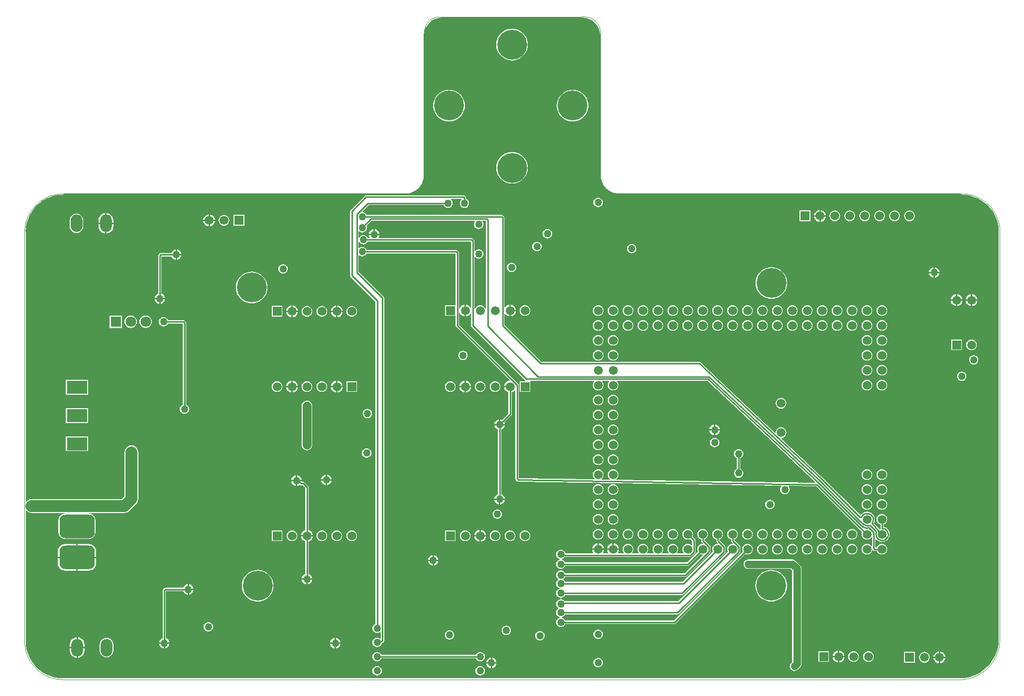
<source format=gbl>
G04*
G04 #@! TF.GenerationSoftware,Altium Limited,Altium Designer,22.0.2 (36)*
G04*
G04 Layer_Physical_Order=4*
G04 Layer_Color=16711680*
%FSTAX25Y25*%
%MOIN*%
G70*
G04*
G04 #@! TF.SameCoordinates,F14A6DB2-6BAA-43E7-8DF3-1F8C7E56E43F*
G04*
G04*
G04 #@! TF.FilePolarity,Positive*
G04*
G01*
G75*
%ADD10C,0.01000*%
%ADD48C,0.00098*%
%ADD49C,0.00100*%
%ADD111C,0.06000*%
%ADD112C,0.08000*%
%ADD114C,0.20000*%
%ADD115C,0.05906*%
%ADD116R,0.05906X0.05906*%
G04:AMPARAMS|DCode=117|XSize=236.22mil|YSize=157.48mil|CornerRadius=39.37mil|HoleSize=0mil|Usage=FLASHONLY|Rotation=0.000|XOffset=0mil|YOffset=0mil|HoleType=Round|Shape=RoundedRectangle|*
%AMROUNDEDRECTD117*
21,1,0.23622,0.07874,0,0,0.0*
21,1,0.15748,0.15748,0,0,0.0*
1,1,0.07874,0.07874,-0.03937*
1,1,0.07874,-0.07874,-0.03937*
1,1,0.07874,-0.07874,0.03937*
1,1,0.07874,0.07874,0.03937*
%
%ADD117ROUNDEDRECTD117*%
%ADD118R,0.13780X0.08661*%
%ADD119O,0.07874X0.11811*%
%ADD120C,0.07087*%
%ADD121R,0.07087X0.07087*%
%ADD122C,0.05906*%
%ADD123R,0.05906X0.05906*%
%ADD124C,0.05000*%
%ADD126C,0.05000*%
G36*
X085091Y200154D02*
X085091Y200154D01*
X0851734Y200154D01*
X0853366Y2001325D01*
X0854957Y2000898D01*
X0856478Y2000268D01*
X0857904Y1999445D01*
X085921Y1998442D01*
X0860374Y1997278D01*
X0861376Y1995972D01*
X08622Y1994546D01*
X086283Y1993024D01*
X0863256Y1991434D01*
X0863471Y1989801D01*
Y1988978D01*
X0863471Y1988978D01*
X0863471Y1988978D01*
X0863471Y189589D01*
X0863498Y1895075D01*
X086371Y1893459D01*
X0864132Y1891884D01*
X0864756Y1890379D01*
X0865571Y1888967D01*
X0866563Y1887674D01*
X0867715Y1886522D01*
X0869009Y1885529D01*
X087042Y1884715D01*
X0871926Y1884091D01*
X08735Y1883669D01*
X0875116Y1883456D01*
X0875905Y188343D01*
X1104688D01*
X1104689Y188343D01*
D01*
X1104714Y1883399D01*
X1104714Y1883398D01*
D01*
D01*
X1104765Y1883145D01*
X1104908Y188293D01*
X1105123Y1882786D01*
X1105377Y1882736D01*
X1105867Y188271D01*
X1108167Y1882581D01*
X1110922Y1882113D01*
X1113607Y1881339D01*
X1116188Y188027D01*
X1118634Y1878918D01*
X1120913Y1877301D01*
X1122996Y1875439D01*
X1124858Y1873356D01*
X1126475Y1871077D01*
X1127827Y1868631D01*
X1128896Y186605D01*
X112967Y1863365D01*
X1130138Y186061D01*
X1130294Y1857828D01*
X1130293Y185782D01*
Y1583111D01*
X1130194Y1582628D01*
X1130194D01*
X1130158Y1581993D01*
X1129656Y1579042D01*
X1128827Y1576165D01*
X1127682Y1573398D01*
X1126233Y1570778D01*
X1124501Y1568336D01*
X1122506Y1566104D01*
X1120273Y1564109D01*
X1117832Y1562376D01*
X1115211Y1560928D01*
X1112445Y1559782D01*
X1109568Y1558953D01*
X1106616Y1558452D01*
X1105616Y1558395D01*
X0503567D01*
X0503559Y1558394D01*
X0500777Y155855D01*
X0498022Y1559018D01*
X0495337Y1559792D01*
X0492755Y1560861D01*
X049031Y1562213D01*
X0488031Y156383D01*
X0485947Y1565692D01*
X0484085Y1567775D01*
X0482468Y1570054D01*
X0481117Y15725D01*
X0480047Y1575081D01*
X0479274Y1577766D01*
X0478806Y1580521D01*
X0478677Y1582818D01*
X0478651Y1583311D01*
X0478651Y1583311D01*
X0478651Y1583803D01*
Y1670862D01*
X0479124Y1671023D01*
X0479357Y1670719D01*
X0480318Y1669982D01*
X0481437Y1669518D01*
X0482638Y166936D01*
X0504949D01*
X0504981Y166886D01*
X0503942Y1668723D01*
X0502838Y1668266D01*
X050189Y1667539D01*
X0501163Y1666591D01*
X0500706Y1665488D01*
X050055Y1664303D01*
Y1656429D01*
X0500706Y1655245D01*
X0501163Y1654141D01*
X050189Y1653193D01*
X0502838Y1652466D01*
X0503942Y1652009D01*
X0505126Y1651853D01*
X0520874D01*
X0522058Y1652009D01*
X0523162Y1652466D01*
X052411Y1653193D01*
X0524837Y1654141D01*
X0525294Y1655245D01*
X052545Y1656429D01*
Y1664303D01*
X0525294Y1665488D01*
X0524837Y1666591D01*
X052411Y1667539D01*
X0523162Y1668266D01*
X0522058Y1668723D01*
X0521019Y166886D01*
X0521052Y166936D01*
X0544814D01*
X0544814Y166936D01*
X0545414Y1669439D01*
X0546014Y1669518D01*
X0547134Y1669982D01*
X0548095Y1670719D01*
X0552781Y1675406D01*
X0553518Y1676366D01*
X0553982Y1677485D01*
X055414Y1678686D01*
X055414Y1678686D01*
Y171D01*
X0553982Y1711201D01*
X0553518Y171232D01*
X0552781Y1713281D01*
X055182Y1714018D01*
X0550701Y1714482D01*
X05495Y171464D01*
X0548299Y1714482D01*
X054718Y1714018D01*
X0546219Y1713281D01*
X0545482Y171232D01*
X0545018Y1711201D01*
X054486Y171D01*
Y1680608D01*
X0542892Y167864D01*
X0482638D01*
X0481437Y1678482D01*
X0480318Y1678018D01*
X0479357Y1677281D01*
X0479124Y1676977D01*
X0478651Y1677138D01*
Y1857781D01*
X0478649Y1857789D01*
X0478806Y1860571D01*
X0479274Y1863326D01*
X0480047Y1866011D01*
X0481117Y1868592D01*
X0482468Y1871038D01*
X0484085Y1873317D01*
X0485947Y1875401D01*
X0488031Y1877262D01*
X049031Y1878879D01*
X0492755Y1880231D01*
X0495337Y18813D01*
X0498022Y1882074D01*
X0500777Y1882542D01*
X0503077Y1882671D01*
X0503567Y1882697D01*
X050382Y1882747D01*
X0504035Y1882891D01*
X0504179Y1883106D01*
X0504229Y1883359D01*
X0504287Y188343D01*
X0733141D01*
X0733919Y1883466D01*
X0735498Y1883693D01*
X0737034Y1884123D01*
X0738502Y1884748D01*
X0739877Y1885558D01*
X0741136Y1886539D01*
X0742256Y1887674D01*
X0743221Y1888945D01*
X0744012Y1890331D01*
X0744618Y1891807D01*
X0745028Y1893349D01*
X0745234Y1894931D01*
X074526Y1895729D01*
X074526Y1895749D01*
X074526Y1895788D01*
X074526Y1895828D01*
X074526Y1895868D01*
X0745259Y1895888D01*
X0745259Y1895889D01*
X0745259Y1895889D01*
Y1988978D01*
X0745259Y1989803D01*
X0745474Y1991435D01*
X0745901Y1993025D01*
X0746531Y1994546D01*
X0747354Y1995972D01*
X0748356Y1997278D01*
X0749521Y1998443D01*
X0750827Y1999445D01*
X0752253Y2000268D01*
X0753774Y2000898D01*
X0755364Y2001325D01*
X0756996Y200154D01*
X075782Y200154D01*
Y200154D01*
X075832Y200154D01*
X0850909Y200154D01*
X085091Y200154D01*
X085091Y200154D01*
D02*
G37*
%LPC*%
G36*
X080434Y1993956D02*
X0802677Y1993825D01*
X0801054Y1993435D01*
X0799513Y1992797D01*
X079809Y1991925D01*
X0796821Y1990841D01*
X0795738Y1989573D01*
X0794866Y198815D01*
X0794228Y1986609D01*
X0793838Y1984986D01*
X0793707Y1983323D01*
X0793838Y198166D01*
X0794228Y1980037D01*
X0794866Y1978496D01*
X0795738Y1977073D01*
X0796821Y1975805D01*
X079809Y1974721D01*
X0799513Y1973849D01*
X0801054Y1973211D01*
X0802677Y1972821D01*
X080434Y197269D01*
X0806003Y1972821D01*
X0807626Y1973211D01*
X0809167Y1973849D01*
X081059Y1974721D01*
X0811858Y1975805D01*
X0812942Y1977073D01*
X0813814Y1978496D01*
X0814452Y1980037D01*
X0814842Y198166D01*
X0814973Y1983323D01*
X0814842Y1984986D01*
X0814452Y1986609D01*
X0813814Y198815D01*
X0812942Y1989573D01*
X0811858Y1990841D01*
X081059Y1991925D01*
X0809167Y1992797D01*
X0807626Y1993435D01*
X0806003Y1993825D01*
X080434Y1993956D01*
D02*
G37*
G36*
X084487Y1953016D02*
X0843207Y1952886D01*
X0841584Y1952496D01*
X0840043Y1951858D01*
X083862Y1950986D01*
X0837351Y1949902D01*
X0836268Y1948634D01*
X0835396Y1947211D01*
X0834758Y1945669D01*
X0834368Y1944047D01*
X0834237Y1942384D01*
X0834368Y194072D01*
X0834758Y1939098D01*
X0835396Y1937556D01*
X0836268Y1936134D01*
X0837351Y1934865D01*
X083862Y1933782D01*
X0840043Y193291D01*
X0841584Y1932271D01*
X0843207Y1931882D01*
X084487Y1931751D01*
X0846533Y1931882D01*
X0848156Y1932271D01*
X0849697Y193291D01*
X085112Y1933782D01*
X0852388Y1934865D01*
X0853472Y1936134D01*
X0854344Y1937556D01*
X0854982Y1939098D01*
X0855372Y194072D01*
X0855503Y1942384D01*
X0855372Y1944047D01*
X0854982Y1945669D01*
X0854344Y1947211D01*
X0853472Y1948634D01*
X0852388Y1949902D01*
X085112Y1950986D01*
X0849697Y1951858D01*
X0848156Y1952496D01*
X0846533Y1952886D01*
X084487Y1953016D01*
D02*
G37*
G36*
X0762151D02*
X0760488Y1952886D01*
X0758865Y1952496D01*
X0757324Y1951858D01*
X0755901Y1950986D01*
X0754633Y1949902D01*
X0753549Y1948634D01*
X0752677Y1947211D01*
X0752039Y1945669D01*
X0751649Y1944047D01*
X0751518Y1942384D01*
X0751649Y194072D01*
X0752039Y1939098D01*
X0752677Y1937556D01*
X0753549Y1936134D01*
X0754633Y1934865D01*
X0755901Y1933782D01*
X0757324Y193291D01*
X0758865Y1932271D01*
X0760488Y1931882D01*
X0762151Y1931751D01*
X0763814Y1931882D01*
X0765437Y1932271D01*
X0766978Y193291D01*
X0768401Y1933782D01*
X076967Y1934865D01*
X0770753Y1936134D01*
X0771625Y1937556D01*
X0772264Y1939098D01*
X0772653Y194072D01*
X0772784Y1942384D01*
X0772653Y1944047D01*
X0772264Y1945669D01*
X0771625Y1947211D01*
X0770753Y1948634D01*
X076967Y1949902D01*
X0768401Y1950986D01*
X0766978Y1951858D01*
X0765437Y1952496D01*
X0763814Y1952886D01*
X0762151Y1953016D01*
D02*
G37*
G36*
X080434Y1911329D02*
X0802677Y1911198D01*
X0801054Y1910808D01*
X0799513Y191017D01*
X079809Y1909298D01*
X0796821Y1908215D01*
X0795738Y1906946D01*
X0794866Y1905523D01*
X0794228Y1903982D01*
X0793838Y1902359D01*
X0793707Y1900696D01*
X0793838Y1899033D01*
X0794228Y189741D01*
X0794866Y1895869D01*
X0795738Y1894446D01*
X0796821Y1893177D01*
X079809Y1892094D01*
X0799513Y1891222D01*
X0801054Y1890584D01*
X0802677Y1890194D01*
X080434Y1890063D01*
X0806003Y1890194D01*
X0807626Y1890584D01*
X0809167Y1891222D01*
X081059Y1892094D01*
X0811858Y1893177D01*
X0812942Y1894446D01*
X0813814Y1895869D01*
X0814452Y189741D01*
X0814842Y1899033D01*
X0814973Y1900696D01*
X0814842Y1902359D01*
X0814452Y1903982D01*
X0813814Y1905523D01*
X0812942Y1906946D01*
X0811858Y1908215D01*
X081059Y1909298D01*
X0809167Y191017D01*
X0807626Y1910808D01*
X0806003Y1911198D01*
X080434Y1911329D01*
D02*
G37*
G36*
X07719Y1882222D02*
X07719Y1882221D01*
X07066D01*
X07066Y1882222D01*
X0706171Y1882136D01*
X0705807Y1881893D01*
X0696207Y1872293D01*
X0695964Y1871929D01*
X0695878Y18715D01*
X0695878Y18715D01*
Y18285D01*
X0695878Y18285D01*
X0695964Y1828071D01*
X0696207Y1827707D01*
X0712878Y1811035D01*
Y1594891D01*
X0712437Y1594708D01*
X0711789Y1594211D01*
X0711292Y1593563D01*
X071098Y1592809D01*
X0710873Y1592D01*
X071098Y1591191D01*
X0711292Y1590437D01*
X0711789Y1589789D01*
X0712437Y1589292D01*
X0713191Y158898D01*
X0714Y1588873D01*
X0714809Y158898D01*
X0715563Y1589292D01*
X0715978Y1589611D01*
X0716478Y1589364D01*
Y1585136D01*
X0715978Y1584889D01*
X0715563Y1585208D01*
X0714809Y158552D01*
X0714Y1585627D01*
X0713191Y158552D01*
X0712437Y1585208D01*
X0711789Y1584711D01*
X0711292Y1584063D01*
X071098Y1583309D01*
X0710873Y15825D01*
X071098Y1581691D01*
X0711292Y1580937D01*
X0711789Y1580289D01*
X0712437Y1579792D01*
X0713191Y157948D01*
X0714Y1579373D01*
X0714809Y157948D01*
X0715563Y1579792D01*
X0716211Y1580289D01*
X0716708Y1580937D01*
X071702Y1581691D01*
X0717065Y1582031D01*
X0717443Y1582106D01*
X0717807Y1582349D01*
X0718393Y1582935D01*
X0718393Y1582935D01*
X0718636Y1583299D01*
X0718722Y1583728D01*
X0718722Y1583728D01*
Y18134D01*
X0718636Y1813829D01*
X0718393Y1814193D01*
X0718393Y1814193D01*
X0701522Y1831065D01*
Y1841864D01*
X0702022Y1842111D01*
X0702437Y1841792D01*
X0703191Y184148D01*
X0704Y1841373D01*
X0704809Y184148D01*
X0705563Y1841792D01*
X0706211Y1842289D01*
X0706708Y1842937D01*
X0706891Y1843378D01*
X07666D01*
Y1809033D01*
X0766553Y1808553D01*
X07661Y1808553D01*
X0759447D01*
Y1801447D01*
X0766553Y1801447D01*
X07666Y1800967D01*
Y179501D01*
X07666Y179501D01*
X0766685Y1794581D01*
X0766928Y1794217D01*
X0802694Y1758451D01*
X0802515Y1757923D01*
X0801968Y1757851D01*
X0801007Y1757453D01*
X0800181Y1756819D01*
X0799547Y1755993D01*
X0799149Y1755032D01*
X0799079Y17545D01*
X0803D01*
Y17535D01*
X0799079D01*
X0799149Y1752968D01*
X0799547Y1752007D01*
X0800181Y1751181D01*
X0801007Y1750547D01*
X0801878Y1750186D01*
Y1735965D01*
X0797557Y1731643D01*
X0796914Y173191D01*
X07965Y1731964D01*
Y1729D01*
X0799464D01*
X079941Y1729414D01*
X0799143Y1730057D01*
X0803793Y1734707D01*
X0803793Y1734707D01*
X0804036Y1735071D01*
X0804122Y17355D01*
Y1750186D01*
X0804993Y1750547D01*
X0805819Y1751181D01*
X0806091Y1751535D01*
X0806591Y1751365D01*
Y1692059D01*
X0806591Y1692059D01*
X0806676Y1691629D01*
X0806919Y1691265D01*
X0806919Y1691265D01*
X0807212Y1690973D01*
X0807212Y1690973D01*
X0807498Y1690686D01*
X0807673Y169057D01*
X0807846Y169045D01*
X0807855Y1690448D01*
X0807862Y1690443D01*
X0808068Y1690402D01*
X0808273Y1690358D01*
X0984441Y1687536D01*
X0984658Y1687033D01*
X0984292Y1686556D01*
X098398Y1685802D01*
X0983873Y1684993D01*
X098398Y1684184D01*
X0984292Y168343D01*
X0984789Y1682782D01*
X0985437Y1682285D01*
X0986191Y1681973D01*
X0987Y1681866D01*
X0987809Y1681973D01*
X0988563Y1682285D01*
X0989211Y1682782D01*
X0989708Y168343D01*
X099002Y1684184D01*
X0990127Y1684993D01*
X099002Y1685802D01*
X0989708Y1686556D01*
X0989401Y1686957D01*
X098965Y1687453D01*
X1007999Y1687159D01*
X1035052Y1660085D01*
X1035052Y1660085D01*
X1035052Y1660085D01*
X1036253Y1658884D01*
X1036267Y1658875D01*
X1036276Y1658862D01*
X1038776Y1656501D01*
X1038566Y1655993D01*
X1038539Y1655927D01*
X1038417Y1655D01*
X1038539Y1654073D01*
X1038897Y1653208D01*
X1039466Y1652466D01*
X1040208Y1651897D01*
X1041073Y1651539D01*
X1042Y1651417D01*
X1042927Y1651539D01*
X1043792Y1651897D01*
X1044534Y1652466D01*
X1044878Y1652915D01*
X1045378Y1652745D01*
Y1647255D01*
X1044878Y1647085D01*
X1044534Y1647534D01*
X1043792Y1648103D01*
X1042927Y1648461D01*
X1042Y1648583D01*
X1041073Y1648461D01*
X1040208Y1648103D01*
X1039466Y1647534D01*
X1038897Y1646792D01*
X1038539Y1645927D01*
X1038417Y1645D01*
X1038539Y1644073D01*
X1038897Y1643208D01*
X1039466Y1642466D01*
X1040208Y1641897D01*
X1041073Y1641539D01*
X1042Y1641417D01*
X1042927Y1641539D01*
X1043792Y1641897D01*
X1044534Y1642466D01*
X1045103Y1643208D01*
X1045461Y1644073D01*
X1045491Y1644301D01*
X1045945Y1644478D01*
X1045993Y164448D01*
X1046293Y1644207D01*
X104636Y1644162D01*
X1046657Y1643964D01*
X1046657Y1643964D01*
X1046657Y1643964D01*
X1047086Y1643878D01*
X1047086Y1643879D01*
X1048619D01*
X1048897Y1643208D01*
X1049466Y1642466D01*
X1050208Y1641897D01*
X1051073Y1641539D01*
X1052Y1641417D01*
X1052927Y1641539D01*
X1053792Y1641897D01*
X1054534Y1642466D01*
X1055103Y1643208D01*
X1055461Y1644073D01*
X1055583Y1645D01*
X1055461Y1645927D01*
X1055103Y1646792D01*
X1054534Y1647534D01*
X1053792Y1648103D01*
X1052927Y1648461D01*
X1052Y1648583D01*
X1051073Y1648461D01*
X1050208Y1648103D01*
X1049466Y1647534D01*
X1048897Y1646792D01*
X1048619Y1646121D01*
X1047622D01*
Y1651464D01*
X1048095Y1651625D01*
X1048325Y1651325D01*
X1048332Y165132D01*
X1048338Y1651315D01*
X104835Y1651306D01*
X1048719Y1651023D01*
D01*
X1049401Y1650499D01*
X1050655Y164998D01*
X1052Y1649803D01*
X1053345Y164998D01*
X1054599Y1650499D01*
X1055675Y1651325D01*
X1056501Y1652401D01*
X105702Y1653655D01*
X1057197Y1655D01*
X105702Y1656345D01*
X1056501Y1657599D01*
X1055675Y1658675D01*
X1054599Y1659501D01*
X1053345Y166002D01*
X1053306Y1660025D01*
Y1661695D01*
X1053792Y1661897D01*
X1054534Y1662466D01*
X1055103Y1663208D01*
X1055461Y1664073D01*
X1055583Y1665D01*
X1055461Y1665927D01*
X1055103Y1666792D01*
X1054534Y1667534D01*
X1053792Y1668103D01*
X1052927Y1668461D01*
X1052Y1668583D01*
X1051073Y1668461D01*
X1050208Y1668103D01*
X1049466Y1667534D01*
X1048897Y1666792D01*
X1048539Y1665927D01*
X1048417Y1665D01*
X1048539Y1664073D01*
X1048897Y1663208D01*
X1049466Y1662466D01*
X1050208Y1661897D01*
X1051063Y1661543D01*
Y1659049D01*
X1051079Y1658966D01*
X1051074Y1658565D01*
X1050743Y1658325D01*
X1050552Y1658246D01*
D01*
D01*
X1050097Y1658743D01*
X1046618Y1662621D01*
X1046605Y1662653D01*
X104702Y1663655D01*
X1047197Y1665D01*
X104702Y1666345D01*
X1046501Y1667599D01*
X1045675Y1668675D01*
X1044599Y1669501D01*
X1043345Y167002D01*
X1042Y1670197D01*
X1040655Y167002D01*
X1039401Y1669501D01*
X1038325Y1668675D01*
X1037915Y166814D01*
X1037416Y1668106D01*
X1011246Y1693872D01*
X1011236Y1693879D01*
X1011229Y1693888D01*
X0984545Y1719084D01*
X0984723Y1719603D01*
X0985427Y1719696D01*
X0986292Y1720054D01*
X0987034Y1720624D01*
X0987603Y1721366D01*
X0987961Y172223D01*
X0988083Y1723157D01*
X0987961Y1724085D01*
X0987603Y1724949D01*
X0987034Y1725691D01*
X0986292Y1726261D01*
X0985427Y1726619D01*
X09845Y1726741D01*
X0983573Y1726619D01*
X0982708Y1726261D01*
X0981966Y1725691D01*
X0981397Y1724949D01*
X0981039Y1724085D01*
X0980922Y1723198D01*
X0980734Y1723064D01*
X0980475Y1722932D01*
X0930453Y1770314D01*
X093028Y1770423D01*
X093011Y1770536D01*
X0930095Y1770539D01*
X0930082Y1770547D01*
X0929881Y1770582D01*
X0929681Y1770621D01*
X0823965D01*
X0799122Y1795465D01*
Y1802779D01*
X0799216Y1802829D01*
X0799622Y180291D01*
X0800181Y1802181D01*
X0801007Y1801547D01*
X0801968Y1801149D01*
X08025Y1801079D01*
Y1805D01*
Y1808921D01*
X0801968Y1808851D01*
X0801007Y1808453D01*
X0800181Y1807819D01*
X0799622Y180709D01*
X0799216Y1807171D01*
X0799122Y1807221D01*
Y1867414D01*
X0799036Y1867843D01*
X0798793Y1868207D01*
X0798793Y1868207D01*
X0798207Y1868793D01*
X0797843Y1869036D01*
X0797414Y1869122D01*
X0797414Y1869122D01*
X0706891D01*
X0706708Y1869563D01*
X0706211Y1870211D01*
X0705563Y1870708D01*
X0704809Y187102D01*
X070429Y1871088D01*
X0704111Y1871616D01*
X0708373Y1875879D01*
X0758609D01*
X0758792Y1875437D01*
X0759289Y1874789D01*
X0759937Y1874292D01*
X0760691Y187398D01*
X07615Y1873873D01*
X0762309Y187398D01*
X0763063Y1874292D01*
X0763711Y1874789D01*
X0764208Y1875437D01*
X076452Y1876191D01*
X0764627Y1877D01*
X076452Y1877809D01*
X0764208Y1878563D01*
X0763711Y1879211D01*
X0763362Y1879478D01*
X0763532Y1879979D01*
X0770468D01*
X0770638Y1879478D01*
X0770289Y1879211D01*
X0769792Y1878563D01*
X076948Y1877809D01*
X0769373Y1877D01*
X076948Y1876191D01*
X0769792Y1875437D01*
X0770289Y1874789D01*
X0770937Y1874292D01*
X0771691Y187398D01*
X07725Y1873873D01*
X0773309Y187398D01*
X0774063Y1874292D01*
X0774711Y1874789D01*
X0775208Y1875437D01*
X077552Y1876191D01*
X0775627Y1877D01*
X077552Y1877809D01*
X0775208Y1878563D01*
X0774711Y1879211D01*
X0774063Y1879708D01*
X0773622Y1879891D01*
Y18805D01*
X0773622Y18805D01*
X0773536Y1880929D01*
X0773293Y1881293D01*
X0773293Y1881293D01*
X0772693Y1881893D01*
X0772329Y1882136D01*
X07719Y1882222D01*
D02*
G37*
G36*
X0862Y1880627D02*
X0861191Y188052D01*
X0860437Y1880208D01*
X0859789Y1879711D01*
X0859292Y1879063D01*
X085898Y1878309D01*
X0858873Y18775D01*
X085898Y1876691D01*
X0859292Y1875937D01*
X0859789Y1875289D01*
X0860437Y1874792D01*
X0861191Y187448D01*
X0862Y1874373D01*
X0862809Y187448D01*
X0863563Y1874792D01*
X0864211Y1875289D01*
X0864708Y1875937D01*
X086502Y1876691D01*
X0865127Y18775D01*
X086502Y1878309D01*
X0864708Y1879063D01*
X0864211Y1879711D01*
X0863563Y1880208D01*
X0862809Y188052D01*
X0862Y1880627D01*
D02*
G37*
G36*
X1011Y1872421D02*
Y1869D01*
X1014421D01*
X1014351Y1869532D01*
X1013953Y1870493D01*
X1013319Y1871319D01*
X1012493Y1871953D01*
X1011532Y1872351D01*
X1011Y1872421D01*
D02*
G37*
G36*
X101D02*
X1009468Y1872351D01*
X1008507Y1871953D01*
X1007681Y1871319D01*
X1007047Y1870493D01*
X1006649Y1869532D01*
X1006579Y1869D01*
X101D01*
Y1872421D01*
D02*
G37*
G36*
X0602Y1869421D02*
Y1866D01*
X0605421D01*
X0605351Y1866532D01*
X0604953Y1867493D01*
X0604319Y1868319D01*
X0603493Y1868953D01*
X0602532Y1869351D01*
X0602Y1869421D01*
D02*
G37*
G36*
X0601D02*
X0600468Y1869351D01*
X0599507Y1868953D01*
X0598681Y1868319D01*
X0598047Y1867493D01*
X0597649Y1866532D01*
X0597579Y1866D01*
X0601D01*
Y1869421D01*
D02*
G37*
G36*
X1004053Y1872053D02*
X0996947D01*
Y1864947D01*
X1004053D01*
Y1872053D01*
D02*
G37*
G36*
X10705Y1872083D02*
X1069573Y1871961D01*
X1068708Y1871603D01*
X1067966Y1871034D01*
X1067397Y1870292D01*
X1067039Y1869427D01*
X1066917Y18685D01*
X1067039Y1867573D01*
X1067397Y1866708D01*
X1067966Y1865966D01*
X1068708Y1865397D01*
X1069573Y1865039D01*
X10705Y1864917D01*
X1071427Y1865039D01*
X1072292Y1865397D01*
X1073034Y1865966D01*
X1073603Y1866708D01*
X1073961Y1867573D01*
X1074083Y18685D01*
X1073961Y1869427D01*
X1073603Y1870292D01*
X1073034Y1871034D01*
X1072292Y1871603D01*
X1071427Y1871961D01*
X10705Y1872083D01*
D02*
G37*
G36*
X10605D02*
X1059573Y1871961D01*
X1058708Y1871603D01*
X1057966Y1871034D01*
X1057397Y1870292D01*
X1057039Y1869427D01*
X1056917Y18685D01*
X1057039Y1867573D01*
X1057397Y1866708D01*
X1057966Y1865966D01*
X1058708Y1865397D01*
X1059573Y1865039D01*
X10605Y1864917D01*
X1061427Y1865039D01*
X1062292Y1865397D01*
X1063034Y1865966D01*
X1063603Y1866708D01*
X1063961Y1867573D01*
X1064083Y18685D01*
X1063961Y1869427D01*
X1063603Y1870292D01*
X1063034Y1871034D01*
X1062292Y1871603D01*
X1061427Y1871961D01*
X10605Y1872083D01*
D02*
G37*
G36*
X10505D02*
X1049573Y1871961D01*
X1048708Y1871603D01*
X1047966Y1871034D01*
X1047397Y1870292D01*
X1047039Y1869427D01*
X1046917Y18685D01*
X1047039Y1867573D01*
X1047397Y1866708D01*
X1047966Y1865966D01*
X1048708Y1865397D01*
X1049573Y1865039D01*
X10505Y1864917D01*
X1051427Y1865039D01*
X1052292Y1865397D01*
X1053034Y1865966D01*
X1053603Y1866708D01*
X1053961Y1867573D01*
X1054083Y18685D01*
X1053961Y1869427D01*
X1053603Y1870292D01*
X1053034Y1871034D01*
X1052292Y1871603D01*
X1051427Y1871961D01*
X10505Y1872083D01*
D02*
G37*
G36*
X10405D02*
X1039573Y1871961D01*
X1038708Y1871603D01*
X1037966Y1871034D01*
X1037397Y1870292D01*
X1037039Y1869427D01*
X1036917Y18685D01*
X1037039Y1867573D01*
X1037397Y1866708D01*
X1037966Y1865966D01*
X1038708Y1865397D01*
X1039573Y1865039D01*
X10405Y1864917D01*
X1041427Y1865039D01*
X1042292Y1865397D01*
X1043034Y1865966D01*
X1043603Y1866708D01*
X1043961Y1867573D01*
X1044083Y18685D01*
X1043961Y1869427D01*
X1043603Y1870292D01*
X1043034Y1871034D01*
X1042292Y1871603D01*
X1041427Y1871961D01*
X10405Y1872083D01*
D02*
G37*
G36*
X10305D02*
X1029573Y1871961D01*
X1028708Y1871603D01*
X1027966Y1871034D01*
X1027397Y1870292D01*
X1027039Y1869427D01*
X1026917Y18685D01*
X1027039Y1867573D01*
X1027397Y1866708D01*
X1027966Y1865966D01*
X1028708Y1865397D01*
X1029573Y1865039D01*
X10305Y1864917D01*
X1031427Y1865039D01*
X1032292Y1865397D01*
X1033034Y1865966D01*
X1033603Y1866708D01*
X1033961Y1867573D01*
X1034083Y18685D01*
X1033961Y1869427D01*
X1033603Y1870292D01*
X1033034Y1871034D01*
X1032292Y1871603D01*
X1031427Y1871961D01*
X10305Y1872083D01*
D02*
G37*
G36*
X10205D02*
X1019573Y1871961D01*
X1018708Y1871603D01*
X1017966Y1871034D01*
X1017397Y1870292D01*
X1017039Y1869427D01*
X1016917Y18685D01*
X1017039Y1867573D01*
X1017397Y1866708D01*
X1017966Y1865966D01*
X1018708Y1865397D01*
X1019573Y1865039D01*
X10205Y1864917D01*
X1021427Y1865039D01*
X1022292Y1865397D01*
X1023034Y1865966D01*
X1023603Y1866708D01*
X1023961Y1867573D01*
X1024083Y18685D01*
X1023961Y1869427D01*
X1023603Y1870292D01*
X1023034Y1871034D01*
X1022292Y1871603D01*
X1021427Y1871961D01*
X10205Y1872083D01*
D02*
G37*
G36*
X1014421Y1868D02*
X1011D01*
Y1864579D01*
X1011532Y1864649D01*
X1012493Y1865047D01*
X1013319Y1865681D01*
X1013953Y1866507D01*
X1014351Y1867468D01*
X1014421Y1868D01*
D02*
G37*
G36*
X101D02*
X1006579D01*
X1006649Y1867468D01*
X1007047Y1866507D01*
X1007681Y1865681D01*
X1008507Y1865047D01*
X1009468Y1864649D01*
X101Y1864579D01*
Y1868D01*
D02*
G37*
G36*
X0532843Y1870382D02*
Y1864D01*
X0537322D01*
Y1865468D01*
X0537152Y1866757D01*
X0536655Y1867958D01*
X0535864Y186899D01*
X0534832Y1869781D01*
X0533631Y1870278D01*
X0532843Y1870382D01*
D02*
G37*
G36*
X0531843D02*
X0531054Y1870278D01*
X0529853Y1869781D01*
X0528822Y186899D01*
X052803Y1867958D01*
X0527533Y1866757D01*
X0527363Y1865468D01*
Y1864D01*
X0531843D01*
Y1870382D01*
D02*
G37*
G36*
X0625053Y1869053D02*
X0617947D01*
Y1861947D01*
X0625053D01*
Y1869053D01*
D02*
G37*
G36*
X06115Y1869083D02*
X0610572Y1868961D01*
X0609708Y1868603D01*
X0608966Y1868034D01*
X0608397Y1867292D01*
X0608039Y1866427D01*
X0607917Y18655D01*
X0608039Y1864573D01*
X0608397Y1863708D01*
X0608966Y1862966D01*
X0609708Y1862397D01*
X0610572Y1862039D01*
X06115Y1861917D01*
X0612428Y1862039D01*
X0613292Y1862397D01*
X0614034Y1862966D01*
X0614603Y1863708D01*
X0614961Y1864573D01*
X0615083Y18655D01*
X0614961Y1866427D01*
X0614603Y1867292D01*
X0614034Y1868034D01*
X0613292Y1868603D01*
X0612428Y1868961D01*
X06115Y1869083D01*
D02*
G37*
G36*
X0605421Y1865D02*
X0602D01*
Y1861579D01*
X0602532Y1861649D01*
X0603493Y1862047D01*
X0604319Y1862681D01*
X0604953Y1863507D01*
X0605351Y1864468D01*
X0605421Y1865D01*
D02*
G37*
G36*
X0601D02*
X0597579D01*
X0597649Y1864468D01*
X0598047Y1863507D01*
X0598681Y1862681D01*
X0599507Y1862047D01*
X0600468Y1861649D01*
X0601Y1861579D01*
Y1865D01*
D02*
G37*
G36*
X0512657Y1870045D02*
X0511473Y1869889D01*
X0510369Y1869432D01*
X0509422Y1868704D01*
X0508694Y1867757D01*
X0508237Y1866653D01*
X0508081Y1865468D01*
Y1861531D01*
X0508237Y1860347D01*
X0508694Y1859243D01*
X0509422Y1858296D01*
X0510369Y1857568D01*
X0511473Y1857111D01*
X0512657Y1856955D01*
X0513842Y1857111D01*
X0514946Y1857568D01*
X0515893Y1858296D01*
X051662Y1859243D01*
X0517078Y1860347D01*
X0517234Y1861531D01*
Y1865468D01*
X0517078Y1866653D01*
X051662Y1867757D01*
X0515893Y1868704D01*
X0514946Y1869432D01*
X0513842Y1869889D01*
X0512657Y1870045D01*
D02*
G37*
G36*
X0537322Y1863D02*
X0532843D01*
Y1856618D01*
X0533631Y1856722D01*
X0534832Y1857219D01*
X0535864Y185801D01*
X0536655Y1859042D01*
X0537152Y1860243D01*
X0537322Y1861531D01*
Y1863D01*
D02*
G37*
G36*
X0531843D02*
X0527363D01*
Y1861531D01*
X0527533Y1860243D01*
X052803Y1859042D01*
X0528822Y185801D01*
X0529853Y1857219D01*
X0531054Y1856722D01*
X0531843Y1856618D01*
Y1863D01*
D02*
G37*
G36*
X0828Y1859627D02*
X0827191Y185952D01*
X0826437Y1859208D01*
X0825789Y1858711D01*
X0825292Y1858063D01*
X082498Y1857309D01*
X0824873Y18565D01*
X082498Y1855691D01*
X0825292Y1854937D01*
X0825789Y1854289D01*
X0826437Y1853792D01*
X0827191Y185348D01*
X0828Y1853373D01*
X0828809Y185348D01*
X0829563Y1853792D01*
X0830211Y1854289D01*
X0830708Y1854937D01*
X083102Y1855691D01*
X0831127Y18565D01*
X083102Y1857309D01*
X0830708Y1858063D01*
X0830211Y1858711D01*
X0829563Y1859208D01*
X0828809Y185952D01*
X0828Y1859627D01*
D02*
G37*
G36*
X0821Y1851127D02*
X0820191Y185102D01*
X0819437Y1850708D01*
X0818789Y1850211D01*
X0818292Y1849563D01*
X081798Y1848809D01*
X0817873Y1848D01*
X081798Y1847191D01*
X0818292Y1846437D01*
X0818789Y1845789D01*
X0819437Y1845292D01*
X0820191Y184498D01*
X0821Y1844873D01*
X0821809Y184498D01*
X0822563Y1845292D01*
X0823211Y1845789D01*
X0823708Y1846437D01*
X082402Y1847191D01*
X0824127Y1848D01*
X082402Y1848809D01*
X0823708Y1849563D01*
X0823211Y1850211D01*
X0822563Y1850708D01*
X0821809Y185102D01*
X0821Y1851127D01*
D02*
G37*
G36*
X0579Y1845964D02*
X0578586Y184591D01*
X0577735Y1845557D01*
X0577004Y1844996D01*
X0576443Y1844265D01*
X0576176Y1843621D01*
X0569086D01*
X0569086Y1843622D01*
X0568657Y1843536D01*
X0568293Y1843293D01*
X0568293Y1843293D01*
X0567707Y1842707D01*
X0567464Y1842343D01*
X0567378Y1841914D01*
X0567378Y1841914D01*
Y1816324D01*
X0566735Y1816057D01*
X0566004Y1815496D01*
X0565443Y1814765D01*
X056509Y1813914D01*
X0565036Y18135D01*
X0571964D01*
X057191Y1813914D01*
X0571557Y1814765D01*
X0570996Y1815496D01*
X0570265Y1816057D01*
X0569622Y1816324D01*
Y1841379D01*
X0576176D01*
X0576443Y1840735D01*
X0577004Y1840004D01*
X0577735Y1839443D01*
X0578586Y183909D01*
X0579Y1839036D01*
Y18425D01*
Y1845964D01*
D02*
G37*
G36*
X08845Y1849627D02*
X0883691Y184952D01*
X0882937Y1849208D01*
X0882289Y1848711D01*
X0881792Y1848063D01*
X088148Y1847309D01*
X0881373Y18465D01*
X088148Y1845691D01*
X0881792Y1844937D01*
X0882289Y1844289D01*
X0882937Y1843792D01*
X0883691Y184348D01*
X08845Y1843373D01*
X0885309Y184348D01*
X0886063Y1843792D01*
X0886711Y1844289D01*
X0887208Y1844937D01*
X088752Y1845691D01*
X0887627Y18465D01*
X088752Y1847309D01*
X0887208Y1848063D01*
X0886711Y1848711D01*
X0886063Y1849208D01*
X0885309Y184952D01*
X08845Y1849627D01*
D02*
G37*
G36*
X058Y1845964D02*
Y1843D01*
X0582964D01*
X058291Y1843414D01*
X0582557Y1844265D01*
X0581996Y1844996D01*
X0581265Y1845557D01*
X0580414Y184591D01*
X058Y1845964D01*
D02*
G37*
G36*
X0582964Y1842D02*
X058D01*
Y1839036D01*
X0580414Y183909D01*
X0581265Y1839443D01*
X0581996Y1840004D01*
X0582557Y1840735D01*
X058291Y1841586D01*
X0582964Y1842D01*
D02*
G37*
G36*
X10875Y1833964D02*
Y1831D01*
X1090464D01*
X109041Y1831414D01*
X1090057Y1832265D01*
X1089496Y1832996D01*
X1088765Y1833557D01*
X1087914Y183391D01*
X10875Y1833964D01*
D02*
G37*
G36*
X10865D02*
X1086086Y183391D01*
X1085235Y1833557D01*
X1084504Y1832996D01*
X1083943Y1832265D01*
X108359Y1831414D01*
X1083536Y1831D01*
X10865D01*
Y1833964D01*
D02*
G37*
G36*
X0804Y1837127D02*
X0803191Y183702D01*
X0802437Y1836708D01*
X0801789Y1836211D01*
X0801292Y1835563D01*
X080098Y1834809D01*
X0800873Y1834D01*
X080098Y1833191D01*
X0801292Y1832437D01*
X0801789Y1831789D01*
X0802437Y1831292D01*
X0803191Y183098D01*
X0804Y1830873D01*
X0804809Y183098D01*
X0805563Y1831292D01*
X0806211Y1831789D01*
X0806708Y1832437D01*
X080702Y1833191D01*
X0807127Y1834D01*
X080702Y1834809D01*
X0806708Y1835563D01*
X0806211Y1836211D01*
X0805563Y1836708D01*
X0804809Y183702D01*
X0804Y1837127D01*
D02*
G37*
G36*
X0651Y1836127D02*
X0650191Y183602D01*
X0649437Y1835708D01*
X0648789Y1835211D01*
X0648292Y1834563D01*
X064798Y1833809D01*
X0647873Y1833D01*
X064798Y1832191D01*
X0648292Y1831437D01*
X0648789Y1830789D01*
X0649437Y1830292D01*
X0650191Y182998D01*
X0651Y1829873D01*
X0651809Y182998D01*
X0652563Y1830292D01*
X0653211Y1830789D01*
X0653708Y1831437D01*
X065402Y1832191D01*
X0654127Y1833D01*
X065402Y1833809D01*
X0653708Y1834563D01*
X0653211Y1835211D01*
X0652563Y1835708D01*
X0651809Y183602D01*
X0651Y1836127D01*
D02*
G37*
G36*
X1090464Y183D02*
X10875D01*
Y1827036D01*
X1087914Y182709D01*
X1088765Y1827443D01*
X1089496Y1828004D01*
X1090057Y1828735D01*
X109041Y1829586D01*
X1090464Y183D01*
D02*
G37*
G36*
X10865D02*
X1083536D01*
X108359Y1829586D01*
X1083943Y1828735D01*
X1084504Y1828004D01*
X1085235Y1827443D01*
X1086086Y182709D01*
X10865Y1827036D01*
Y183D01*
D02*
G37*
G36*
X0978Y1834133D02*
X0976337Y1834002D01*
X0974714Y1833612D01*
X0973173Y1832974D01*
X097175Y1832102D01*
X0970481Y1831018D01*
X0969398Y182975D01*
X0968526Y1828327D01*
X0967888Y1826786D01*
X0967498Y1825163D01*
X0967367Y18235D01*
X0967498Y1821837D01*
X0967888Y1820214D01*
X0968526Y1818673D01*
X0969398Y181725D01*
X0970481Y1815981D01*
X097175Y1814898D01*
X0973173Y1814026D01*
X0974714Y1813388D01*
X0976337Y1812998D01*
X0978Y1812867D01*
X0979663Y1812998D01*
X0981286Y1813388D01*
X0982827Y1814026D01*
X098425Y1814898D01*
X0985518Y1815981D01*
X0986602Y181725D01*
X0987474Y1818673D01*
X0988112Y1820214D01*
X0988502Y1821837D01*
X0988633Y18235D01*
X0988502Y1825163D01*
X0988112Y1826786D01*
X0987474Y1828327D01*
X0986602Y182975D01*
X0985518Y1831018D01*
X098425Y1832102D01*
X0982827Y1832974D01*
X0981286Y1833612D01*
X0979663Y1834002D01*
X0978Y1834133D01*
D02*
G37*
G36*
X11125Y1815921D02*
Y18125D01*
X1115921D01*
X1115851Y1813032D01*
X1115453Y1813993D01*
X1114819Y1814819D01*
X1113993Y1815453D01*
X1113032Y1815851D01*
X11125Y1815921D01*
D02*
G37*
G36*
X11025D02*
Y18125D01*
X1105921D01*
X1105851Y1813032D01*
X1105453Y1813993D01*
X1104819Y1814819D01*
X1103993Y1815453D01*
X1103032Y1815851D01*
X11025Y1815921D01*
D02*
G37*
G36*
X11115D02*
X1110968Y1815851D01*
X1110007Y1815453D01*
X1109181Y1814819D01*
X1108547Y1813993D01*
X1108149Y1813032D01*
X1108079Y18125D01*
X11115D01*
Y1815921D01*
D02*
G37*
G36*
X11015D02*
X1100968Y1815851D01*
X1100007Y1815453D01*
X1099181Y1814819D01*
X1098547Y1813993D01*
X1098149Y1813032D01*
X1098079Y18125D01*
X11015D01*
Y1815921D01*
D02*
G37*
G36*
X063Y1831156D02*
X0628337Y1831025D01*
X0626714Y1830635D01*
X0625173Y1829997D01*
X062375Y1829125D01*
X0622481Y1828042D01*
X0621398Y1826773D01*
X0620526Y182535D01*
X0619888Y1823809D01*
X0619498Y1822186D01*
X0619367Y1820523D01*
X0619498Y181886D01*
X0619888Y1817237D01*
X0620526Y1815696D01*
X0621398Y1814273D01*
X0622481Y1813005D01*
X062375Y1811921D01*
X0625173Y1811049D01*
X0626714Y1810411D01*
X0628337Y1810021D01*
X063Y180989D01*
X0631663Y1810021D01*
X0633286Y1810411D01*
X0634827Y1811049D01*
X063625Y1811921D01*
X0637519Y1813005D01*
X0638602Y1814273D01*
X0639474Y1815696D01*
X0640112Y1817237D01*
X0640502Y181886D01*
X0640633Y1820523D01*
X0640502Y1822186D01*
X0640112Y1823809D01*
X0639474Y182535D01*
X0638602Y1826773D01*
X0637519Y1828042D01*
X063625Y1829125D01*
X0634827Y1829997D01*
X0633286Y1830635D01*
X0631663Y1831025D01*
X063Y1831156D01*
D02*
G37*
G36*
X0571964Y18125D02*
X0569D01*
Y1809536D01*
X0569414Y180959D01*
X0570265Y1809943D01*
X0570996Y1810504D01*
X0571557Y1811235D01*
X057191Y1812086D01*
X0571964Y18125D01*
D02*
G37*
G36*
X0568D02*
X0565036D01*
X056509Y1812086D01*
X0565443Y1811235D01*
X0566004Y1810504D01*
X0566735Y1809943D01*
X0567586Y180959D01*
X0568Y1809536D01*
Y18125D01*
D02*
G37*
G36*
X1115921Y18115D02*
X11125D01*
Y1808079D01*
X1113032Y1808149D01*
X1113993Y1808547D01*
X1114819Y1809181D01*
X1115453Y1810007D01*
X1115851Y1810968D01*
X1115921Y18115D01*
D02*
G37*
G36*
X1105921D02*
X11025D01*
Y1808079D01*
X1103032Y1808149D01*
X1103993Y1808547D01*
X1104819Y1809181D01*
X1105453Y1810007D01*
X1105851Y1810968D01*
X1105921Y18115D01*
D02*
G37*
G36*
X11115D02*
X1108079D01*
X1108149Y1810968D01*
X1108547Y1810007D01*
X1109181Y1809181D01*
X1110007Y1808547D01*
X1110968Y1808149D01*
X11115Y1808079D01*
Y18115D01*
D02*
G37*
G36*
X11015D02*
X1098079D01*
X1098149Y1810968D01*
X1098547Y1810007D01*
X1099181Y1809181D01*
X1100007Y1808547D01*
X1100968Y1808149D01*
X11015Y1808079D01*
Y18115D01*
D02*
G37*
G36*
X08035Y1808921D02*
Y18055D01*
X0806921D01*
X0806851Y1806032D01*
X0806453Y1806993D01*
X0805819Y1807819D01*
X0804993Y1808453D01*
X0804032Y1808851D01*
X08035Y1808921D01*
D02*
G37*
G36*
X06875Y1808421D02*
Y1805D01*
X0690921D01*
X0690851Y1805532D01*
X0690453Y1806493D01*
X0689819Y1807319D01*
X0688993Y1807953D01*
X0688032Y1808351D01*
X06875Y1808421D01*
D02*
G37*
G36*
X06865D02*
X0685968Y1808351D01*
X0685007Y1807953D01*
X0684181Y1807319D01*
X0683547Y1806493D01*
X0683149Y1805532D01*
X0683079Y1805D01*
X06865D01*
Y1808421D01*
D02*
G37*
G36*
X06575D02*
Y1805D01*
X0660921D01*
X0660851Y1805532D01*
X0660453Y1806493D01*
X0659819Y1807319D01*
X0658993Y1807953D01*
X0658032Y1808351D01*
X06575Y1808421D01*
D02*
G37*
G36*
X06565D02*
X0655968Y1808351D01*
X0655007Y1807953D01*
X0654181Y1807319D01*
X0653547Y1806493D01*
X0653149Y1805532D01*
X0653079Y1805D01*
X06565D01*
Y1808421D01*
D02*
G37*
G36*
X1052Y1808583D02*
X1051073Y1808461D01*
X1050208Y1808103D01*
X1049466Y1807534D01*
X1048897Y1806792D01*
X1048539Y1805927D01*
X1048417Y1805D01*
X1048539Y1804073D01*
X1048897Y1803208D01*
X1049466Y1802466D01*
X1050208Y1801897D01*
X1051073Y1801539D01*
X1052Y1801417D01*
X1052927Y1801539D01*
X1053792Y1801897D01*
X1054534Y1802466D01*
X1055103Y1803208D01*
X1055461Y1804073D01*
X1055583Y1805D01*
X1055461Y1805927D01*
X1055103Y1806792D01*
X1054534Y1807534D01*
X1053792Y1808103D01*
X1052927Y1808461D01*
X1052Y1808583D01*
D02*
G37*
G36*
X1042D02*
X1041073Y1808461D01*
X1040208Y1808103D01*
X1039466Y1807534D01*
X1038897Y1806792D01*
X1038539Y1805927D01*
X1038417Y1805D01*
X1038539Y1804073D01*
X1038897Y1803208D01*
X1039466Y1802466D01*
X1040208Y1801897D01*
X1041073Y1801539D01*
X1042Y1801417D01*
X1042927Y1801539D01*
X1043792Y1801897D01*
X1044534Y1802466D01*
X1045103Y1803208D01*
X1045461Y1804073D01*
X1045583Y1805D01*
X1045461Y1805927D01*
X1045103Y1806792D01*
X1044534Y1807534D01*
X1043792Y1808103D01*
X1042927Y1808461D01*
X1042Y1808583D01*
D02*
G37*
G36*
X1032D02*
X1031073Y1808461D01*
X1030208Y1808103D01*
X1029466Y1807534D01*
X1028897Y1806792D01*
X1028539Y1805927D01*
X1028417Y1805D01*
X1028539Y1804073D01*
X1028897Y1803208D01*
X1029466Y1802466D01*
X1030208Y1801897D01*
X1031073Y1801539D01*
X1032Y1801417D01*
X1032927Y1801539D01*
X1033792Y1801897D01*
X1034534Y1802466D01*
X1035103Y1803208D01*
X1035461Y1804073D01*
X1035583Y1805D01*
X1035461Y1805927D01*
X1035103Y1806792D01*
X1034534Y1807534D01*
X1033792Y1808103D01*
X1032927Y1808461D01*
X1032Y1808583D01*
D02*
G37*
G36*
X1022D02*
X1021073Y1808461D01*
X1020208Y1808103D01*
X1019466Y1807534D01*
X1018897Y1806792D01*
X1018539Y1805927D01*
X1018417Y1805D01*
X1018539Y1804073D01*
X1018897Y1803208D01*
X1019466Y1802466D01*
X1020208Y1801897D01*
X1021073Y1801539D01*
X1022Y1801417D01*
X1022927Y1801539D01*
X1023792Y1801897D01*
X1024534Y1802466D01*
X1025103Y1803208D01*
X1025461Y1804073D01*
X1025583Y1805D01*
X1025461Y1805927D01*
X1025103Y1806792D01*
X1024534Y1807534D01*
X1023792Y1808103D01*
X1022927Y1808461D01*
X1022Y1808583D01*
D02*
G37*
G36*
X1012D02*
X1011073Y1808461D01*
X1010208Y1808103D01*
X1009466Y1807534D01*
X1008897Y1806792D01*
X1008539Y1805927D01*
X1008417Y1805D01*
X1008539Y1804073D01*
X1008897Y1803208D01*
X1009466Y1802466D01*
X1010208Y1801897D01*
X1011073Y1801539D01*
X1012Y1801417D01*
X1012927Y1801539D01*
X1013792Y1801897D01*
X1014534Y1802466D01*
X1015103Y1803208D01*
X1015461Y1804073D01*
X1015583Y1805D01*
X1015461Y1805927D01*
X1015103Y1806792D01*
X1014534Y1807534D01*
X1013792Y1808103D01*
X1012927Y1808461D01*
X1012Y1808583D01*
D02*
G37*
G36*
X1002D02*
X1001073Y1808461D01*
X1000208Y1808103D01*
X0999466Y1807534D01*
X0998897Y1806792D01*
X0998539Y1805927D01*
X0998417Y1805D01*
X0998539Y1804073D01*
X0998897Y1803208D01*
X0999466Y1802466D01*
X1000208Y1801897D01*
X1001073Y1801539D01*
X1002Y1801417D01*
X1002927Y1801539D01*
X1003792Y1801897D01*
X1004534Y1802466D01*
X1005103Y1803208D01*
X1005461Y1804073D01*
X1005583Y1805D01*
X1005461Y1805927D01*
X1005103Y1806792D01*
X1004534Y1807534D01*
X1003792Y1808103D01*
X1002927Y1808461D01*
X1002Y1808583D01*
D02*
G37*
G36*
X0992D02*
X0991073Y1808461D01*
X0990208Y1808103D01*
X0989466Y1807534D01*
X0988897Y1806792D01*
X0988539Y1805927D01*
X0988417Y1805D01*
X0988539Y1804073D01*
X0988897Y1803208D01*
X0989466Y1802466D01*
X0990208Y1801897D01*
X0991073Y1801539D01*
X0992Y1801417D01*
X0992927Y1801539D01*
X0993792Y1801897D01*
X0994534Y1802466D01*
X0995103Y1803208D01*
X0995461Y1804073D01*
X0995583Y1805D01*
X0995461Y1805927D01*
X0995103Y1806792D01*
X0994534Y1807534D01*
X0993792Y1808103D01*
X0992927Y1808461D01*
X0992Y1808583D01*
D02*
G37*
G36*
X0982D02*
X0981073Y1808461D01*
X0980208Y1808103D01*
X0979466Y1807534D01*
X0978897Y1806792D01*
X0978539Y1805927D01*
X0978417Y1805D01*
X0978539Y1804073D01*
X0978897Y1803208D01*
X0979466Y1802466D01*
X0980208Y1801897D01*
X0981073Y1801539D01*
X0982Y1801417D01*
X0982927Y1801539D01*
X0983792Y1801897D01*
X0984534Y1802466D01*
X0985103Y1803208D01*
X0985461Y1804073D01*
X0985583Y1805D01*
X0985461Y1805927D01*
X0985103Y1806792D01*
X0984534Y1807534D01*
X0983792Y1808103D01*
X0982927Y1808461D01*
X0982Y1808583D01*
D02*
G37*
G36*
X0972D02*
X0971073Y1808461D01*
X0970208Y1808103D01*
X0969466Y1807534D01*
X0968897Y1806792D01*
X0968539Y1805927D01*
X0968417Y1805D01*
X0968539Y1804073D01*
X0968897Y1803208D01*
X0969466Y1802466D01*
X0970208Y1801897D01*
X0971073Y1801539D01*
X0972Y1801417D01*
X0972927Y1801539D01*
X0973792Y1801897D01*
X0974534Y1802466D01*
X0975103Y1803208D01*
X0975461Y1804073D01*
X0975583Y1805D01*
X0975461Y1805927D01*
X0975103Y1806792D01*
X0974534Y1807534D01*
X0973792Y1808103D01*
X0972927Y1808461D01*
X0972Y1808583D01*
D02*
G37*
G36*
X0962D02*
X0961073Y1808461D01*
X0960208Y1808103D01*
X0959466Y1807534D01*
X0958897Y1806792D01*
X0958539Y1805927D01*
X0958417Y1805D01*
X0958539Y1804073D01*
X0958897Y1803208D01*
X0959466Y1802466D01*
X0960208Y1801897D01*
X0961073Y1801539D01*
X0962Y1801417D01*
X0962927Y1801539D01*
X0963792Y1801897D01*
X0964534Y1802466D01*
X0965103Y1803208D01*
X0965461Y1804073D01*
X0965583Y1805D01*
X0965461Y1805927D01*
X0965103Y1806792D01*
X0964534Y1807534D01*
X0963792Y1808103D01*
X0962927Y1808461D01*
X0962Y1808583D01*
D02*
G37*
G36*
X0952D02*
X0951073Y1808461D01*
X0950208Y1808103D01*
X0949466Y1807534D01*
X0948897Y1806792D01*
X0948539Y1805927D01*
X0948417Y1805D01*
X0948539Y1804073D01*
X0948897Y1803208D01*
X0949466Y1802466D01*
X0950208Y1801897D01*
X0951073Y1801539D01*
X0952Y1801417D01*
X0952927Y1801539D01*
X0953792Y1801897D01*
X0954534Y1802466D01*
X0955103Y1803208D01*
X0955461Y1804073D01*
X0955583Y1805D01*
X0955461Y1805927D01*
X0955103Y1806792D01*
X0954534Y1807534D01*
X0953792Y1808103D01*
X0952927Y1808461D01*
X0952Y1808583D01*
D02*
G37*
G36*
X0942D02*
X0941073Y1808461D01*
X0940208Y1808103D01*
X0939466Y1807534D01*
X0938897Y1806792D01*
X0938539Y1805927D01*
X0938417Y1805D01*
X0938539Y1804073D01*
X0938897Y1803208D01*
X0939466Y1802466D01*
X0940208Y1801897D01*
X0941073Y1801539D01*
X0942Y1801417D01*
X0942927Y1801539D01*
X0943792Y1801897D01*
X0944534Y1802466D01*
X0945103Y1803208D01*
X0945461Y1804073D01*
X0945583Y1805D01*
X0945461Y1805927D01*
X0945103Y1806792D01*
X0944534Y1807534D01*
X0943792Y1808103D01*
X0942927Y1808461D01*
X0942Y1808583D01*
D02*
G37*
G36*
X0932D02*
X0931073Y1808461D01*
X0930208Y1808103D01*
X0929466Y1807534D01*
X0928897Y1806792D01*
X0928539Y1805927D01*
X0928417Y1805D01*
X0928539Y1804073D01*
X0928897Y1803208D01*
X0929466Y1802466D01*
X0930208Y1801897D01*
X0931073Y1801539D01*
X0932Y1801417D01*
X0932927Y1801539D01*
X0933792Y1801897D01*
X0934534Y1802466D01*
X0935103Y1803208D01*
X0935461Y1804073D01*
X0935583Y1805D01*
X0935461Y1805927D01*
X0935103Y1806792D01*
X0934534Y1807534D01*
X0933792Y1808103D01*
X0932927Y1808461D01*
X0932Y1808583D01*
D02*
G37*
G36*
X0922D02*
X0921073Y1808461D01*
X0920208Y1808103D01*
X0919466Y1807534D01*
X0918897Y1806792D01*
X0918539Y1805927D01*
X0918417Y1805D01*
X0918539Y1804073D01*
X0918897Y1803208D01*
X0919466Y1802466D01*
X0920208Y1801897D01*
X0921073Y1801539D01*
X0922Y1801417D01*
X0922927Y1801539D01*
X0923792Y1801897D01*
X0924534Y1802466D01*
X0925103Y1803208D01*
X0925461Y1804073D01*
X0925583Y1805D01*
X0925461Y1805927D01*
X0925103Y1806792D01*
X0924534Y1807534D01*
X0923792Y1808103D01*
X0922927Y1808461D01*
X0922Y1808583D01*
D02*
G37*
G36*
X0912D02*
X0911073Y1808461D01*
X0910208Y1808103D01*
X0909466Y1807534D01*
X0908897Y1806792D01*
X0908539Y1805927D01*
X0908417Y1805D01*
X0908539Y1804073D01*
X0908897Y1803208D01*
X0909466Y1802466D01*
X0910208Y1801897D01*
X0911073Y1801539D01*
X0912Y1801417D01*
X0912927Y1801539D01*
X0913792Y1801897D01*
X0914534Y1802466D01*
X0915103Y1803208D01*
X0915461Y1804073D01*
X0915583Y1805D01*
X0915461Y1805927D01*
X0915103Y1806792D01*
X0914534Y1807534D01*
X0913792Y1808103D01*
X0912927Y1808461D01*
X0912Y1808583D01*
D02*
G37*
G36*
X0902D02*
X0901073Y1808461D01*
X0900208Y1808103D01*
X0899466Y1807534D01*
X0898897Y1806792D01*
X0898539Y1805927D01*
X0898417Y1805D01*
X0898539Y1804073D01*
X0898897Y1803208D01*
X0899466Y1802466D01*
X0900208Y1801897D01*
X0901073Y1801539D01*
X0902Y1801417D01*
X0902927Y1801539D01*
X0903792Y1801897D01*
X0904534Y1802466D01*
X0905103Y1803208D01*
X0905461Y1804073D01*
X0905583Y1805D01*
X0905461Y1805927D01*
X0905103Y1806792D01*
X0904534Y1807534D01*
X0903792Y1808103D01*
X0902927Y1808461D01*
X0902Y1808583D01*
D02*
G37*
G36*
X0892D02*
X0891073Y1808461D01*
X0890208Y1808103D01*
X0889466Y1807534D01*
X0888897Y1806792D01*
X0888539Y1805927D01*
X0888417Y1805D01*
X0888539Y1804073D01*
X0888897Y1803208D01*
X0889466Y1802466D01*
X0890208Y1801897D01*
X0891073Y1801539D01*
X0892Y1801417D01*
X0892927Y1801539D01*
X0893792Y1801897D01*
X0894534Y1802466D01*
X0895103Y1803208D01*
X0895461Y1804073D01*
X0895583Y1805D01*
X0895461Y1805927D01*
X0895103Y1806792D01*
X0894534Y1807534D01*
X0893792Y1808103D01*
X0892927Y1808461D01*
X0892Y1808583D01*
D02*
G37*
G36*
X0882D02*
X0881073Y1808461D01*
X0880208Y1808103D01*
X0879466Y1807534D01*
X0878897Y1806792D01*
X0878539Y1805927D01*
X0878417Y1805D01*
X0878539Y1804073D01*
X0878897Y1803208D01*
X0879466Y1802466D01*
X0880208Y1801897D01*
X0881073Y1801539D01*
X0882Y1801417D01*
X0882927Y1801539D01*
X0883792Y1801897D01*
X0884534Y1802466D01*
X0885103Y1803208D01*
X0885461Y1804073D01*
X0885583Y1805D01*
X0885461Y1805927D01*
X0885103Y1806792D01*
X0884534Y1807534D01*
X0883792Y1808103D01*
X0882927Y1808461D01*
X0882Y1808583D01*
D02*
G37*
G36*
X0872D02*
X0871073Y1808461D01*
X0870208Y1808103D01*
X0869466Y1807534D01*
X0868897Y1806792D01*
X0868539Y1805927D01*
X0868417Y1805D01*
X0868539Y1804073D01*
X0868897Y1803208D01*
X0869466Y1802466D01*
X0870208Y1801897D01*
X0871073Y1801539D01*
X0872Y1801417D01*
X0872927Y1801539D01*
X0873792Y1801897D01*
X0874534Y1802466D01*
X0875103Y1803208D01*
X0875461Y1804073D01*
X0875583Y1805D01*
X0875461Y1805927D01*
X0875103Y1806792D01*
X0874534Y1807534D01*
X0873792Y1808103D01*
X0872927Y1808461D01*
X0872Y1808583D01*
D02*
G37*
G36*
X0862D02*
X0861073Y1808461D01*
X0860208Y1808103D01*
X0859466Y1807534D01*
X0858897Y1806792D01*
X0858539Y1805927D01*
X0858417Y1805D01*
X0858539Y1804073D01*
X0858897Y1803208D01*
X0859466Y1802466D01*
X0860208Y1801897D01*
X0861073Y1801539D01*
X0862Y1801417D01*
X0862927Y1801539D01*
X0863792Y1801897D01*
X0864534Y1802466D01*
X0865103Y1803208D01*
X0865461Y1804073D01*
X0865583Y1805D01*
X0865461Y1805927D01*
X0865103Y1806792D01*
X0864534Y1807534D01*
X0863792Y1808103D01*
X0862927Y1808461D01*
X0862Y1808583D01*
D02*
G37*
G36*
X0813D02*
X0812072Y1808461D01*
X0811208Y1808103D01*
X0810466Y1807534D01*
X0809897Y1806792D01*
X0809539Y1805927D01*
X0809417Y1805D01*
X0809539Y1804073D01*
X0809897Y1803208D01*
X0810466Y1802466D01*
X0811208Y1801897D01*
X0812072Y1801539D01*
X0813Y1801417D01*
X0813927Y1801539D01*
X0814792Y1801897D01*
X0815534Y1802466D01*
X0816103Y1803208D01*
X0816461Y1804073D01*
X0816583Y1805D01*
X0816461Y1805927D01*
X0816103Y1806792D01*
X0815534Y1807534D01*
X0814792Y1808103D01*
X0813927Y1808461D01*
X0813Y1808583D01*
D02*
G37*
G36*
X0806921Y18045D02*
X08035D01*
Y1801079D01*
X0804032Y1801149D01*
X0804993Y1801547D01*
X0805819Y1802181D01*
X0806453Y1803007D01*
X0806851Y1803968D01*
X0806921Y18045D01*
D02*
G37*
G36*
X0650553Y1808053D02*
X0643447D01*
Y1800947D01*
X0650553D01*
Y1808053D01*
D02*
G37*
G36*
X0697Y1808083D02*
X0696072Y1807961D01*
X0695208Y1807603D01*
X0694466Y1807034D01*
X0693897Y1806292D01*
X0693539Y1805427D01*
X0693417Y18045D01*
X0693539Y1803573D01*
X0693897Y1802708D01*
X0694466Y1801966D01*
X0695208Y1801397D01*
X0696072Y1801039D01*
X0697Y1800917D01*
X0697928Y1801039D01*
X0698792Y1801397D01*
X0699534Y1801966D01*
X0700103Y1802708D01*
X0700461Y1803573D01*
X0700583Y18045D01*
X0700461Y1805427D01*
X0700103Y1806292D01*
X0699534Y1807034D01*
X0698792Y1807603D01*
X0697928Y1807961D01*
X0697Y1808083D01*
D02*
G37*
G36*
X0677D02*
X0676073Y1807961D01*
X0675208Y1807603D01*
X0674466Y1807034D01*
X0673897Y1806292D01*
X0673539Y1805427D01*
X0673417Y18045D01*
X0673539Y1803573D01*
X0673897Y1802708D01*
X0674466Y1801966D01*
X0675208Y1801397D01*
X0676073Y1801039D01*
X0677Y1800917D01*
X0677927Y1801039D01*
X0678792Y1801397D01*
X0679534Y1801966D01*
X0680103Y1802708D01*
X0680461Y1803573D01*
X0680583Y18045D01*
X0680461Y1805427D01*
X0680103Y1806292D01*
X0679534Y1807034D01*
X0678792Y1807603D01*
X0677927Y1807961D01*
X0677Y1808083D01*
D02*
G37*
G36*
X0667D02*
X0666073Y1807961D01*
X0665208Y1807603D01*
X0664466Y1807034D01*
X0663897Y1806292D01*
X0663539Y1805427D01*
X0663417Y18045D01*
X0663539Y1803573D01*
X0663897Y1802708D01*
X0664466Y1801966D01*
X0665208Y1801397D01*
X0666073Y1801039D01*
X0667Y1800917D01*
X0667928Y1801039D01*
X0668792Y1801397D01*
X0669534Y1801966D01*
X0670103Y1802708D01*
X0670461Y1803573D01*
X0670583Y18045D01*
X0670461Y1805427D01*
X0670103Y1806292D01*
X0669534Y1807034D01*
X0668792Y1807603D01*
X0667928Y1807961D01*
X0667Y1808083D01*
D02*
G37*
G36*
X0690921Y1804D02*
X06875D01*
Y1800579D01*
X0688032Y1800649D01*
X0688993Y1801047D01*
X0689819Y1801681D01*
X0690453Y1802507D01*
X0690851Y1803468D01*
X0690921Y1804D01*
D02*
G37*
G36*
X06865D02*
X0683079D01*
X0683149Y1803468D01*
X0683547Y1802507D01*
X0684181Y1801681D01*
X0685007Y1801047D01*
X0685968Y1800649D01*
X06865Y1800579D01*
Y1804D01*
D02*
G37*
G36*
X0660921D02*
X06575D01*
Y1800579D01*
X0658032Y1800649D01*
X0658993Y1801047D01*
X0659819Y1801681D01*
X0660453Y1802507D01*
X0660851Y1803468D01*
X0660921Y1804D01*
D02*
G37*
G36*
X06565D02*
X0653079D01*
X0653149Y1803468D01*
X0653547Y1802507D01*
X0654181Y1801681D01*
X0655007Y1801047D01*
X0655968Y1800649D01*
X06565Y1800579D01*
Y1804D01*
D02*
G37*
G36*
X0543143Y1801643D02*
X0534857D01*
Y1793357D01*
X0543143D01*
Y1801643D01*
D02*
G37*
G36*
X0559Y1801679D02*
X0557918Y1801537D01*
X0556911Y1801119D01*
X0556045Y1800455D01*
X0555381Y179959D01*
X0554963Y1798582D01*
X0554821Y17975D01*
X0554963Y1796418D01*
X0555381Y1795411D01*
X0556045Y1794545D01*
X0556911Y1793881D01*
X0557918Y1793463D01*
X0559Y1793321D01*
X0560082Y1793463D01*
X056109Y1793881D01*
X0561955Y1794545D01*
X0562619Y1795411D01*
X0563037Y1796418D01*
X0563179Y17975D01*
X0563037Y1798582D01*
X0562619Y179959D01*
X0561955Y1800455D01*
X056109Y1801119D01*
X0560082Y1801537D01*
X0559Y1801679D01*
D02*
G37*
G36*
X0549D02*
X0547918Y1801537D01*
X054691Y1801119D01*
X0546045Y1800455D01*
X0545381Y179959D01*
X0544963Y1798582D01*
X0544821Y17975D01*
X0544963Y1796418D01*
X0545381Y1795411D01*
X0546045Y1794545D01*
X054691Y1793881D01*
X0547918Y1793463D01*
X0549Y1793321D01*
X0550082Y1793463D01*
X0551089Y1793881D01*
X0551955Y1794545D01*
X0552619Y1795411D01*
X0553037Y1796418D01*
X0553179Y17975D01*
X0553037Y1798582D01*
X0552619Y179959D01*
X0551955Y1800455D01*
X0551089Y1801119D01*
X0550082Y1801537D01*
X0549Y1801679D01*
D02*
G37*
G36*
X1052Y1798583D02*
X1051073Y1798461D01*
X1050208Y1798103D01*
X1049466Y1797534D01*
X1048897Y1796792D01*
X1048539Y1795927D01*
X1048417Y1795D01*
X1048539Y1794073D01*
X1048897Y1793208D01*
X1049466Y1792466D01*
X1050208Y1791897D01*
X1051073Y1791539D01*
X1052Y1791417D01*
X1052927Y1791539D01*
X1053792Y1791897D01*
X1054534Y1792466D01*
X1055103Y1793208D01*
X1055461Y1794073D01*
X1055583Y1795D01*
X1055461Y1795927D01*
X1055103Y1796792D01*
X1054534Y1797534D01*
X1053792Y1798103D01*
X1052927Y1798461D01*
X1052Y1798583D01*
D02*
G37*
G36*
X1042D02*
X1041073Y1798461D01*
X1040208Y1798103D01*
X1039466Y1797534D01*
X1038897Y1796792D01*
X1038539Y1795927D01*
X1038417Y1795D01*
X1038539Y1794073D01*
X1038897Y1793208D01*
X1039466Y1792466D01*
X1040208Y1791897D01*
X1041073Y1791539D01*
X1042Y1791417D01*
X1042927Y1791539D01*
X1043792Y1791897D01*
X1044534Y1792466D01*
X1045103Y1793208D01*
X1045461Y1794073D01*
X1045583Y1795D01*
X1045461Y1795927D01*
X1045103Y1796792D01*
X1044534Y1797534D01*
X1043792Y1798103D01*
X1042927Y1798461D01*
X1042Y1798583D01*
D02*
G37*
G36*
X1032D02*
X1031073Y1798461D01*
X1030208Y1798103D01*
X1029466Y1797534D01*
X1028897Y1796792D01*
X1028539Y1795927D01*
X1028417Y1795D01*
X1028539Y1794073D01*
X1028897Y1793208D01*
X1029466Y1792466D01*
X1030208Y1791897D01*
X1031073Y1791539D01*
X1032Y1791417D01*
X1032927Y1791539D01*
X1033792Y1791897D01*
X1034534Y1792466D01*
X1035103Y1793208D01*
X1035461Y1794073D01*
X1035583Y1795D01*
X1035461Y1795927D01*
X1035103Y1796792D01*
X1034534Y1797534D01*
X1033792Y1798103D01*
X1032927Y1798461D01*
X1032Y1798583D01*
D02*
G37*
G36*
X1022D02*
X1021073Y1798461D01*
X1020208Y1798103D01*
X1019466Y1797534D01*
X1018897Y1796792D01*
X1018539Y1795927D01*
X1018417Y1795D01*
X1018539Y1794073D01*
X1018897Y1793208D01*
X1019466Y1792466D01*
X1020208Y1791897D01*
X1021073Y1791539D01*
X1022Y1791417D01*
X1022927Y1791539D01*
X1023792Y1791897D01*
X1024534Y1792466D01*
X1025103Y1793208D01*
X1025461Y1794073D01*
X1025583Y1795D01*
X1025461Y1795927D01*
X1025103Y1796792D01*
X1024534Y1797534D01*
X1023792Y1798103D01*
X1022927Y1798461D01*
X1022Y1798583D01*
D02*
G37*
G36*
X1012D02*
X1011073Y1798461D01*
X1010208Y1798103D01*
X1009466Y1797534D01*
X1008897Y1796792D01*
X1008539Y1795927D01*
X1008417Y1795D01*
X1008539Y1794073D01*
X1008897Y1793208D01*
X1009466Y1792466D01*
X1010208Y1791897D01*
X1011073Y1791539D01*
X1012Y1791417D01*
X1012927Y1791539D01*
X1013792Y1791897D01*
X1014534Y1792466D01*
X1015103Y1793208D01*
X1015461Y1794073D01*
X1015583Y1795D01*
X1015461Y1795927D01*
X1015103Y1796792D01*
X1014534Y1797534D01*
X1013792Y1798103D01*
X1012927Y1798461D01*
X1012Y1798583D01*
D02*
G37*
G36*
X1002D02*
X1001073Y1798461D01*
X1000208Y1798103D01*
X0999466Y1797534D01*
X0998897Y1796792D01*
X0998539Y1795927D01*
X0998417Y1795D01*
X0998539Y1794073D01*
X0998897Y1793208D01*
X0999466Y1792466D01*
X1000208Y1791897D01*
X1001073Y1791539D01*
X1002Y1791417D01*
X1002927Y1791539D01*
X1003792Y1791897D01*
X1004534Y1792466D01*
X1005103Y1793208D01*
X1005461Y1794073D01*
X1005583Y1795D01*
X1005461Y1795927D01*
X1005103Y1796792D01*
X1004534Y1797534D01*
X1003792Y1798103D01*
X1002927Y1798461D01*
X1002Y1798583D01*
D02*
G37*
G36*
X0992D02*
X0991073Y1798461D01*
X0990208Y1798103D01*
X0989466Y1797534D01*
X0988897Y1796792D01*
X0988539Y1795927D01*
X0988417Y1795D01*
X0988539Y1794073D01*
X0988897Y1793208D01*
X0989466Y1792466D01*
X0990208Y1791897D01*
X0991073Y1791539D01*
X0992Y1791417D01*
X0992927Y1791539D01*
X0993792Y1791897D01*
X0994534Y1792466D01*
X0995103Y1793208D01*
X0995461Y1794073D01*
X0995583Y1795D01*
X0995461Y1795927D01*
X0995103Y1796792D01*
X0994534Y1797534D01*
X0993792Y1798103D01*
X0992927Y1798461D01*
X0992Y1798583D01*
D02*
G37*
G36*
X0982D02*
X0981073Y1798461D01*
X0980208Y1798103D01*
X0979466Y1797534D01*
X0978897Y1796792D01*
X0978539Y1795927D01*
X0978417Y1795D01*
X0978539Y1794073D01*
X0978897Y1793208D01*
X0979466Y1792466D01*
X0980208Y1791897D01*
X0981073Y1791539D01*
X0982Y1791417D01*
X0982927Y1791539D01*
X0983792Y1791897D01*
X0984534Y1792466D01*
X0985103Y1793208D01*
X0985461Y1794073D01*
X0985583Y1795D01*
X0985461Y1795927D01*
X0985103Y1796792D01*
X0984534Y1797534D01*
X0983792Y1798103D01*
X0982927Y1798461D01*
X0982Y1798583D01*
D02*
G37*
G36*
X0972D02*
X0971073Y1798461D01*
X0970208Y1798103D01*
X0969466Y1797534D01*
X0968897Y1796792D01*
X0968539Y1795927D01*
X0968417Y1795D01*
X0968539Y1794073D01*
X0968897Y1793208D01*
X0969466Y1792466D01*
X0970208Y1791897D01*
X0971073Y1791539D01*
X0972Y1791417D01*
X0972927Y1791539D01*
X0973792Y1791897D01*
X0974534Y1792466D01*
X0975103Y1793208D01*
X0975461Y1794073D01*
X0975583Y1795D01*
X0975461Y1795927D01*
X0975103Y1796792D01*
X0974534Y1797534D01*
X0973792Y1798103D01*
X0972927Y1798461D01*
X0972Y1798583D01*
D02*
G37*
G36*
X0962D02*
X0961073Y1798461D01*
X0960208Y1798103D01*
X0959466Y1797534D01*
X0958897Y1796792D01*
X0958539Y1795927D01*
X0958417Y1795D01*
X0958539Y1794073D01*
X0958897Y1793208D01*
X0959466Y1792466D01*
X0960208Y1791897D01*
X0961073Y1791539D01*
X0962Y1791417D01*
X0962927Y1791539D01*
X0963792Y1791897D01*
X0964534Y1792466D01*
X0965103Y1793208D01*
X0965461Y1794073D01*
X0965583Y1795D01*
X0965461Y1795927D01*
X0965103Y1796792D01*
X0964534Y1797534D01*
X0963792Y1798103D01*
X0962927Y1798461D01*
X0962Y1798583D01*
D02*
G37*
G36*
X0952D02*
X0951073Y1798461D01*
X0950208Y1798103D01*
X0949466Y1797534D01*
X0948897Y1796792D01*
X0948539Y1795927D01*
X0948417Y1795D01*
X0948539Y1794073D01*
X0948897Y1793208D01*
X0949466Y1792466D01*
X0950208Y1791897D01*
X0951073Y1791539D01*
X0952Y1791417D01*
X0952927Y1791539D01*
X0953792Y1791897D01*
X0954534Y1792466D01*
X0955103Y1793208D01*
X0955461Y1794073D01*
X0955583Y1795D01*
X0955461Y1795927D01*
X0955103Y1796792D01*
X0954534Y1797534D01*
X0953792Y1798103D01*
X0952927Y1798461D01*
X0952Y1798583D01*
D02*
G37*
G36*
X0942D02*
X0941073Y1798461D01*
X0940208Y1798103D01*
X0939466Y1797534D01*
X0938897Y1796792D01*
X0938539Y1795927D01*
X0938417Y1795D01*
X0938539Y1794073D01*
X0938897Y1793208D01*
X0939466Y1792466D01*
X0940208Y1791897D01*
X0941073Y1791539D01*
X0942Y1791417D01*
X0942927Y1791539D01*
X0943792Y1791897D01*
X0944534Y1792466D01*
X0945103Y1793208D01*
X0945461Y1794073D01*
X0945583Y1795D01*
X0945461Y1795927D01*
X0945103Y1796792D01*
X0944534Y1797534D01*
X0943792Y1798103D01*
X0942927Y1798461D01*
X0942Y1798583D01*
D02*
G37*
G36*
X0932D02*
X0931073Y1798461D01*
X0930208Y1798103D01*
X0929466Y1797534D01*
X0928897Y1796792D01*
X0928539Y1795927D01*
X0928417Y1795D01*
X0928539Y1794073D01*
X0928897Y1793208D01*
X0929466Y1792466D01*
X0930208Y1791897D01*
X0931073Y1791539D01*
X0932Y1791417D01*
X0932927Y1791539D01*
X0933792Y1791897D01*
X0934534Y1792466D01*
X0935103Y1793208D01*
X0935461Y1794073D01*
X0935583Y1795D01*
X0935461Y1795927D01*
X0935103Y1796792D01*
X0934534Y1797534D01*
X0933792Y1798103D01*
X0932927Y1798461D01*
X0932Y1798583D01*
D02*
G37*
G36*
X0922D02*
X0921073Y1798461D01*
X0920208Y1798103D01*
X0919466Y1797534D01*
X0918897Y1796792D01*
X0918539Y1795927D01*
X0918417Y1795D01*
X0918539Y1794073D01*
X0918897Y1793208D01*
X0919466Y1792466D01*
X0920208Y1791897D01*
X0921073Y1791539D01*
X0922Y1791417D01*
X0922927Y1791539D01*
X0923792Y1791897D01*
X0924534Y1792466D01*
X0925103Y1793208D01*
X0925461Y1794073D01*
X0925583Y1795D01*
X0925461Y1795927D01*
X0925103Y1796792D01*
X0924534Y1797534D01*
X0923792Y1798103D01*
X0922927Y1798461D01*
X0922Y1798583D01*
D02*
G37*
G36*
X0912D02*
X0911073Y1798461D01*
X0910208Y1798103D01*
X0909466Y1797534D01*
X0908897Y1796792D01*
X0908539Y1795927D01*
X0908417Y1795D01*
X0908539Y1794073D01*
X0908897Y1793208D01*
X0909466Y1792466D01*
X0910208Y1791897D01*
X0911073Y1791539D01*
X0912Y1791417D01*
X0912927Y1791539D01*
X0913792Y1791897D01*
X0914534Y1792466D01*
X0915103Y1793208D01*
X0915461Y1794073D01*
X0915583Y1795D01*
X0915461Y1795927D01*
X0915103Y1796792D01*
X0914534Y1797534D01*
X0913792Y1798103D01*
X0912927Y1798461D01*
X0912Y1798583D01*
D02*
G37*
G36*
X0902D02*
X0901073Y1798461D01*
X0900208Y1798103D01*
X0899466Y1797534D01*
X0898897Y1796792D01*
X0898539Y1795927D01*
X0898417Y1795D01*
X0898539Y1794073D01*
X0898897Y1793208D01*
X0899466Y1792466D01*
X0900208Y1791897D01*
X0901073Y1791539D01*
X0902Y1791417D01*
X0902927Y1791539D01*
X0903792Y1791897D01*
X0904534Y1792466D01*
X0905103Y1793208D01*
X0905461Y1794073D01*
X0905583Y1795D01*
X0905461Y1795927D01*
X0905103Y1796792D01*
X0904534Y1797534D01*
X0903792Y1798103D01*
X0902927Y1798461D01*
X0902Y1798583D01*
D02*
G37*
G36*
X0892D02*
X0891073Y1798461D01*
X0890208Y1798103D01*
X0889466Y1797534D01*
X0888897Y1796792D01*
X0888539Y1795927D01*
X0888417Y1795D01*
X0888539Y1794073D01*
X0888897Y1793208D01*
X0889466Y1792466D01*
X0890208Y1791897D01*
X0891073Y1791539D01*
X0892Y1791417D01*
X0892927Y1791539D01*
X0893792Y1791897D01*
X0894534Y1792466D01*
X0895103Y1793208D01*
X0895461Y1794073D01*
X0895583Y1795D01*
X0895461Y1795927D01*
X0895103Y1796792D01*
X0894534Y1797534D01*
X0893792Y1798103D01*
X0892927Y1798461D01*
X0892Y1798583D01*
D02*
G37*
G36*
X0882D02*
X0881073Y1798461D01*
X0880208Y1798103D01*
X0879466Y1797534D01*
X0878897Y1796792D01*
X0878539Y1795927D01*
X0878417Y1795D01*
X0878539Y1794073D01*
X0878897Y1793208D01*
X0879466Y1792466D01*
X0880208Y1791897D01*
X0881073Y1791539D01*
X0882Y1791417D01*
X0882927Y1791539D01*
X0883792Y1791897D01*
X0884534Y1792466D01*
X0885103Y1793208D01*
X0885461Y1794073D01*
X0885583Y1795D01*
X0885461Y1795927D01*
X0885103Y1796792D01*
X0884534Y1797534D01*
X0883792Y1798103D01*
X0882927Y1798461D01*
X0882Y1798583D01*
D02*
G37*
G36*
X0872D02*
X0871073Y1798461D01*
X0870208Y1798103D01*
X0869466Y1797534D01*
X0868897Y1796792D01*
X0868539Y1795927D01*
X0868417Y1795D01*
X0868539Y1794073D01*
X0868897Y1793208D01*
X0869466Y1792466D01*
X0870208Y1791897D01*
X0871073Y1791539D01*
X0872Y1791417D01*
X0872927Y1791539D01*
X0873792Y1791897D01*
X0874534Y1792466D01*
X0875103Y1793208D01*
X0875461Y1794073D01*
X0875583Y1795D01*
X0875461Y1795927D01*
X0875103Y1796792D01*
X0874534Y1797534D01*
X0873792Y1798103D01*
X0872927Y1798461D01*
X0872Y1798583D01*
D02*
G37*
G36*
X0862D02*
X0861073Y1798461D01*
X0860208Y1798103D01*
X0859466Y1797534D01*
X0858897Y1796792D01*
X0858539Y1795927D01*
X0858417Y1795D01*
X0858539Y1794073D01*
X0858897Y1793208D01*
X0859466Y1792466D01*
X0860208Y1791897D01*
X0861073Y1791539D01*
X0862Y1791417D01*
X0862927Y1791539D01*
X0863792Y1791897D01*
X0864534Y1792466D01*
X0865103Y1793208D01*
X0865461Y1794073D01*
X0865583Y1795D01*
X0865461Y1795927D01*
X0865103Y1796792D01*
X0864534Y1797534D01*
X0863792Y1798103D01*
X0862927Y1798461D01*
X0862Y1798583D01*
D02*
G37*
G36*
X1052Y1788583D02*
X1051073Y1788461D01*
X1050208Y1788103D01*
X1049466Y1787534D01*
X1048897Y1786792D01*
X1048539Y1785927D01*
X1048417Y1785D01*
X1048539Y1784073D01*
X1048897Y1783208D01*
X1049466Y1782466D01*
X1050208Y1781897D01*
X1051073Y1781539D01*
X1052Y1781417D01*
X1052927Y1781539D01*
X1053792Y1781897D01*
X1054534Y1782466D01*
X1055103Y1783208D01*
X1055461Y1784073D01*
X1055583Y1785D01*
X1055461Y1785927D01*
X1055103Y1786792D01*
X1054534Y1787534D01*
X1053792Y1788103D01*
X1052927Y1788461D01*
X1052Y1788583D01*
D02*
G37*
G36*
X1042D02*
X1041073Y1788461D01*
X1040208Y1788103D01*
X1039466Y1787534D01*
X1038897Y1786792D01*
X1038539Y1785927D01*
X1038417Y1785D01*
X1038539Y1784073D01*
X1038897Y1783208D01*
X1039466Y1782466D01*
X1040208Y1781897D01*
X1041073Y1781539D01*
X1042Y1781417D01*
X1042927Y1781539D01*
X1043792Y1781897D01*
X1044534Y1782466D01*
X1045103Y1783208D01*
X1045461Y1784073D01*
X1045583Y1785D01*
X1045461Y1785927D01*
X1045103Y1786792D01*
X1044534Y1787534D01*
X1043792Y1788103D01*
X1042927Y1788461D01*
X1042Y1788583D01*
D02*
G37*
G36*
X0872D02*
X0871073Y1788461D01*
X0870208Y1788103D01*
X0869466Y1787534D01*
X0868897Y1786792D01*
X0868539Y1785927D01*
X0868417Y1785D01*
X0868539Y1784073D01*
X0868897Y1783208D01*
X0869466Y1782466D01*
X0870208Y1781897D01*
X0871073Y1781539D01*
X0872Y1781417D01*
X0872927Y1781539D01*
X0873792Y1781897D01*
X0874534Y1782466D01*
X0875103Y1783208D01*
X0875461Y1784073D01*
X0875583Y1785D01*
X0875461Y1785927D01*
X0875103Y1786792D01*
X0874534Y1787534D01*
X0873792Y1788103D01*
X0872927Y1788461D01*
X0872Y1788583D01*
D02*
G37*
G36*
X0862D02*
X0861073Y1788461D01*
X0860208Y1788103D01*
X0859466Y1787534D01*
X0858897Y1786792D01*
X0858539Y1785927D01*
X0858417Y1785D01*
X0858539Y1784073D01*
X0858897Y1783208D01*
X0859466Y1782466D01*
X0860208Y1781897D01*
X0861073Y1781539D01*
X0862Y1781417D01*
X0862927Y1781539D01*
X0863792Y1781897D01*
X0864534Y1782466D01*
X0865103Y1783208D01*
X0865461Y1784073D01*
X0865583Y1785D01*
X0865461Y1785927D01*
X0865103Y1786792D01*
X0864534Y1787534D01*
X0863792Y1788103D01*
X0862927Y1788461D01*
X0862Y1788583D01*
D02*
G37*
G36*
X1105553Y1785553D02*
X1098447D01*
Y1778447D01*
X1105553D01*
Y1785553D01*
D02*
G37*
G36*
X1112Y1785583D02*
X1111073Y1785461D01*
X1110208Y1785103D01*
X1109466Y1784534D01*
X1108897Y1783792D01*
X1108539Y1782927D01*
X1108417Y1782D01*
X1108539Y1781073D01*
X1108897Y1780208D01*
X1109466Y1779466D01*
X1110208Y1778897D01*
X1111073Y1778539D01*
X1112Y1778417D01*
X1112927Y1778539D01*
X1113792Y1778897D01*
X1114534Y1779466D01*
X1115103Y1780208D01*
X1115461Y1781073D01*
X1115583Y1782D01*
X1115461Y1782927D01*
X1115103Y1783792D01*
X1114534Y1784534D01*
X1113792Y1785103D01*
X1112927Y1785461D01*
X1112Y1785583D01*
D02*
G37*
G36*
X07715Y1778127D02*
X0770691Y177802D01*
X0769937Y1777708D01*
X0769289Y1777211D01*
X0768792Y1776563D01*
X076848Y1775809D01*
X0768373Y1775D01*
X076848Y1774191D01*
X0768792Y1773437D01*
X0769289Y1772789D01*
X0769937Y1772292D01*
X0770691Y177198D01*
X07715Y1771873D01*
X0772309Y177198D01*
X0773063Y1772292D01*
X0773711Y1772789D01*
X0774208Y1773437D01*
X077452Y1774191D01*
X0774627Y1775D01*
X077452Y1775809D01*
X0774208Y1776563D01*
X0773711Y1777211D01*
X0773063Y1777708D01*
X0772309Y177802D01*
X07715Y1778127D01*
D02*
G37*
G36*
X1052Y1778583D02*
X1051073Y1778461D01*
X1050208Y1778103D01*
X1049466Y1777534D01*
X1048897Y1776792D01*
X1048539Y1775927D01*
X1048417Y1775D01*
X1048539Y1774073D01*
X1048897Y1773208D01*
X1049466Y1772466D01*
X1050208Y1771897D01*
X1051073Y1771539D01*
X1052Y1771417D01*
X1052927Y1771539D01*
X1053792Y1771897D01*
X1054534Y1772466D01*
X1055103Y1773208D01*
X1055461Y1774073D01*
X1055583Y1775D01*
X1055461Y1775927D01*
X1055103Y1776792D01*
X1054534Y1777534D01*
X1053792Y1778103D01*
X1052927Y1778461D01*
X1052Y1778583D01*
D02*
G37*
G36*
X1042D02*
X1041073Y1778461D01*
X1040208Y1778103D01*
X1039466Y1777534D01*
X1038897Y1776792D01*
X1038539Y1775927D01*
X1038417Y1775D01*
X1038539Y1774073D01*
X1038897Y1773208D01*
X1039466Y1772466D01*
X1040208Y1771897D01*
X1041073Y1771539D01*
X1042Y1771417D01*
X1042927Y1771539D01*
X1043792Y1771897D01*
X1044534Y1772466D01*
X1045103Y1773208D01*
X1045461Y1774073D01*
X1045583Y1775D01*
X1045461Y1775927D01*
X1045103Y1776792D01*
X1044534Y1777534D01*
X1043792Y1778103D01*
X1042927Y1778461D01*
X1042Y1778583D01*
D02*
G37*
G36*
X0872D02*
X0871073Y1778461D01*
X0870208Y1778103D01*
X0869466Y1777534D01*
X0868897Y1776792D01*
X0868539Y1775927D01*
X0868417Y1775D01*
X0868539Y1774073D01*
X0868897Y1773208D01*
X0869466Y1772466D01*
X0870208Y1771897D01*
X0871073Y1771539D01*
X0872Y1771417D01*
X0872927Y1771539D01*
X0873792Y1771897D01*
X0874534Y1772466D01*
X0875103Y1773208D01*
X0875461Y1774073D01*
X0875583Y1775D01*
X0875461Y1775927D01*
X0875103Y1776792D01*
X0874534Y1777534D01*
X0873792Y1778103D01*
X0872927Y1778461D01*
X0872Y1778583D01*
D02*
G37*
G36*
X0862D02*
X0861073Y1778461D01*
X0860208Y1778103D01*
X0859466Y1777534D01*
X0858897Y1776792D01*
X0858539Y1775927D01*
X0858417Y1775D01*
X0858539Y1774073D01*
X0858897Y1773208D01*
X0859466Y1772466D01*
X0860208Y1771897D01*
X0861073Y1771539D01*
X0862Y1771417D01*
X0862927Y1771539D01*
X0863792Y1771897D01*
X0864534Y1772466D01*
X0865103Y1773208D01*
X0865461Y1774073D01*
X0865583Y1775D01*
X0865461Y1775927D01*
X0865103Y1776792D01*
X0864534Y1777534D01*
X0863792Y1778103D01*
X0862927Y1778461D01*
X0862Y1778583D01*
D02*
G37*
G36*
X11135Y1775127D02*
X1112691Y177502D01*
X1111937Y1774708D01*
X1111289Y1774211D01*
X1110792Y1773563D01*
X111048Y1772809D01*
X1110373Y1772D01*
X111048Y1771191D01*
X1110792Y1770437D01*
X1111289Y1769789D01*
X1111937Y1769292D01*
X1112691Y176898D01*
X11135Y1768873D01*
X1114309Y176898D01*
X1115063Y1769292D01*
X1115711Y1769789D01*
X1116208Y1770437D01*
X111652Y1771191D01*
X1116627Y1772D01*
X111652Y1772809D01*
X1116208Y1773563D01*
X1115711Y1774211D01*
X1115063Y1774708D01*
X1114309Y177502D01*
X11135Y1775127D01*
D02*
G37*
G36*
X1052Y1768583D02*
X1051073Y1768461D01*
X1050208Y1768103D01*
X1049466Y1767534D01*
X1048897Y1766792D01*
X1048539Y1765927D01*
X1048417Y1765D01*
X1048539Y1764073D01*
X1048897Y1763208D01*
X1049466Y1762466D01*
X1050208Y1761897D01*
X1051073Y1761539D01*
X1052Y1761417D01*
X1052927Y1761539D01*
X1053792Y1761897D01*
X1054534Y1762466D01*
X1055103Y1763208D01*
X1055461Y1764073D01*
X1055583Y1765D01*
X1055461Y1765927D01*
X1055103Y1766792D01*
X1054534Y1767534D01*
X1053792Y1768103D01*
X1052927Y1768461D01*
X1052Y1768583D01*
D02*
G37*
G36*
X1042D02*
X1041073Y1768461D01*
X1040208Y1768103D01*
X1039466Y1767534D01*
X1038897Y1766792D01*
X1038539Y1765927D01*
X1038417Y1765D01*
X1038539Y1764073D01*
X1038897Y1763208D01*
X1039466Y1762466D01*
X1040208Y1761897D01*
X1041073Y1761539D01*
X1042Y1761417D01*
X1042927Y1761539D01*
X1043792Y1761897D01*
X1044534Y1762466D01*
X1045103Y1763208D01*
X1045461Y1764073D01*
X1045583Y1765D01*
X1045461Y1765927D01*
X1045103Y1766792D01*
X1044534Y1767534D01*
X1043792Y1768103D01*
X1042927Y1768461D01*
X1042Y1768583D01*
D02*
G37*
G36*
X11055Y1764127D02*
X1104691Y176402D01*
X1103937Y1763708D01*
X1103289Y1763211D01*
X1102792Y1762563D01*
X110248Y1761809D01*
X1102373Y1761D01*
X110248Y1760191D01*
X1102792Y1759437D01*
X1103289Y1758789D01*
X1103937Y1758292D01*
X1104691Y175798D01*
X11055Y1757873D01*
X1106309Y175798D01*
X1107063Y1758292D01*
X1107711Y1758789D01*
X1108208Y1759437D01*
X110852Y1760191D01*
X1108627Y1761D01*
X110852Y1761809D01*
X1108208Y1762563D01*
X1107711Y1763211D01*
X1107063Y1763708D01*
X1106309Y176402D01*
X11055Y1764127D01*
D02*
G37*
G36*
X07735Y1757921D02*
Y17545D01*
X0776921D01*
X0776851Y1755032D01*
X0776453Y1755993D01*
X0775819Y1756819D01*
X0774993Y1757453D01*
X0774032Y1757851D01*
X07735Y1757921D01*
D02*
G37*
G36*
X06575D02*
Y17545D01*
X0660921D01*
X0660851Y1755032D01*
X0660453Y1755993D01*
X0659819Y1756819D01*
X0658993Y1757453D01*
X0658032Y1757851D01*
X06575Y1757921D01*
D02*
G37*
G36*
X06875D02*
Y17545D01*
X0690921D01*
X0690851Y1755032D01*
X0690453Y1755993D01*
X0689819Y1756819D01*
X0688993Y1757453D01*
X0688032Y1757851D01*
X06875Y1757921D01*
D02*
G37*
G36*
X07725D02*
X0771968Y1757851D01*
X0771007Y1757453D01*
X0770181Y1756819D01*
X0769547Y1755993D01*
X0769149Y1755032D01*
X0769079Y17545D01*
X07725D01*
Y1757921D01*
D02*
G37*
G36*
X06565D02*
X0655968Y1757851D01*
X0655007Y1757453D01*
X0654181Y1756819D01*
X0653547Y1755993D01*
X0653149Y1755032D01*
X0653079Y17545D01*
X06565D01*
Y1757921D01*
D02*
G37*
G36*
X06865D02*
X0685968Y1757851D01*
X0685007Y1757453D01*
X0684181Y1756819D01*
X0683547Y1755993D01*
X0683149Y1755032D01*
X0683079Y17545D01*
X06865D01*
Y1757921D01*
D02*
G37*
G36*
X1052Y1758583D02*
X1051073Y1758461D01*
X1050208Y1758103D01*
X1049466Y1757534D01*
X1048897Y1756792D01*
X1048539Y1755927D01*
X1048417Y1755D01*
X1048539Y1754073D01*
X1048897Y1753208D01*
X1049466Y1752466D01*
X1050208Y1751897D01*
X1051073Y1751539D01*
X1052Y1751417D01*
X1052927Y1751539D01*
X1053792Y1751897D01*
X1054534Y1752466D01*
X1055103Y1753208D01*
X1055461Y1754073D01*
X1055583Y1755D01*
X1055461Y1755927D01*
X1055103Y1756792D01*
X1054534Y1757534D01*
X1053792Y1758103D01*
X1052927Y1758461D01*
X1052Y1758583D01*
D02*
G37*
G36*
X1042D02*
X1041073Y1758461D01*
X1040208Y1758103D01*
X1039466Y1757534D01*
X1038897Y1756792D01*
X1038539Y1755927D01*
X1038417Y1755D01*
X1038539Y1754073D01*
X1038897Y1753208D01*
X1039466Y1752466D01*
X1040208Y1751897D01*
X1041073Y1751539D01*
X1042Y1751417D01*
X1042927Y1751539D01*
X1043792Y1751897D01*
X1044534Y1752466D01*
X1045103Y1753208D01*
X1045461Y1754073D01*
X1045583Y1755D01*
X1045461Y1755927D01*
X1045103Y1756792D01*
X1044534Y1757534D01*
X1043792Y1758103D01*
X1042927Y1758461D01*
X1042Y1758583D01*
D02*
G37*
G36*
X0700553Y1757553D02*
X0693447D01*
Y1750447D01*
X0700553D01*
Y1757553D01*
D02*
G37*
G36*
X0793Y1757583D02*
X0792072Y1757461D01*
X0791208Y1757103D01*
X0790466Y1756534D01*
X0789897Y1755792D01*
X0789539Y1754927D01*
X0789417Y1754D01*
X0789539Y1753073D01*
X0789897Y1752208D01*
X0790466Y1751466D01*
X0791208Y1750897D01*
X0792072Y1750539D01*
X0793Y1750417D01*
X0793927Y1750539D01*
X0794792Y1750897D01*
X0795534Y1751466D01*
X0796103Y1752208D01*
X0796461Y1753073D01*
X0796583Y1754D01*
X0796461Y1754927D01*
X0796103Y1755792D01*
X0795534Y1756534D01*
X0794792Y1757103D01*
X0793927Y1757461D01*
X0793Y1757583D01*
D02*
G37*
G36*
X0783D02*
X0782072Y1757461D01*
X0781208Y1757103D01*
X0780466Y1756534D01*
X0779897Y1755792D01*
X0779539Y1754927D01*
X0779417Y1754D01*
X0779539Y1753073D01*
X0779897Y1752208D01*
X0780466Y1751466D01*
X0781208Y1750897D01*
X0782072Y1750539D01*
X0783Y1750417D01*
X0783927Y1750539D01*
X0784792Y1750897D01*
X0785534Y1751466D01*
X0786103Y1752208D01*
X0786461Y1753073D01*
X0786583Y1754D01*
X0786461Y1754927D01*
X0786103Y1755792D01*
X0785534Y1756534D01*
X0784792Y1757103D01*
X0783927Y1757461D01*
X0783Y1757583D01*
D02*
G37*
G36*
X0763D02*
X0762073Y1757461D01*
X0761208Y1757103D01*
X0760466Y1756534D01*
X0759897Y1755792D01*
X0759539Y1754927D01*
X0759417Y1754D01*
X0759539Y1753073D01*
X0759897Y1752208D01*
X0760466Y1751466D01*
X0761208Y1750897D01*
X0762073Y1750539D01*
X0763Y1750417D01*
X0763928Y1750539D01*
X0764792Y1750897D01*
X0765534Y1751466D01*
X0766103Y1752208D01*
X0766461Y1753073D01*
X0766583Y1754D01*
X0766461Y1754927D01*
X0766103Y1755792D01*
X0765534Y1756534D01*
X0764792Y1757103D01*
X0763928Y1757461D01*
X0763Y1757583D01*
D02*
G37*
G36*
X0677D02*
X0676073Y1757461D01*
X0675208Y1757103D01*
X0674466Y1756534D01*
X0673897Y1755792D01*
X0673539Y1754927D01*
X0673417Y1754D01*
X0673539Y1753073D01*
X0673897Y1752208D01*
X0674466Y1751466D01*
X0675208Y1750897D01*
X0676073Y1750539D01*
X0677Y1750417D01*
X0677927Y1750539D01*
X0678792Y1750897D01*
X0679534Y1751466D01*
X0680103Y1752208D01*
X0680461Y1753073D01*
X0680583Y1754D01*
X0680461Y1754927D01*
X0680103Y1755792D01*
X0679534Y1756534D01*
X0678792Y1757103D01*
X0677927Y1757461D01*
X0677Y1757583D01*
D02*
G37*
G36*
X0667D02*
X0666073Y1757461D01*
X0665208Y1757103D01*
X0664466Y1756534D01*
X0663897Y1755792D01*
X0663539Y1754927D01*
X0663417Y1754D01*
X0663539Y1753073D01*
X0663897Y1752208D01*
X0664466Y1751466D01*
X0665208Y1750897D01*
X0666073Y1750539D01*
X0667Y1750417D01*
X0667928Y1750539D01*
X0668792Y1750897D01*
X0669534Y1751466D01*
X0670103Y1752208D01*
X0670461Y1753073D01*
X0670583Y1754D01*
X0670461Y1754927D01*
X0670103Y1755792D01*
X0669534Y1756534D01*
X0668792Y1757103D01*
X0667928Y1757461D01*
X0667Y1757583D01*
D02*
G37*
G36*
X0647D02*
X0646072Y1757461D01*
X0645208Y1757103D01*
X0644466Y1756534D01*
X0643897Y1755792D01*
X0643539Y1754927D01*
X0643417Y1754D01*
X0643539Y1753073D01*
X0643897Y1752208D01*
X0644466Y1751466D01*
X0645208Y1750897D01*
X0646072Y1750539D01*
X0647Y1750417D01*
X0647928Y1750539D01*
X0648792Y1750897D01*
X0649534Y1751466D01*
X0650103Y1752208D01*
X0650461Y1753073D01*
X0650583Y1754D01*
X0650461Y1754927D01*
X0650103Y1755792D01*
X0649534Y1756534D01*
X0648792Y1757103D01*
X0647928Y1757461D01*
X0647Y1757583D01*
D02*
G37*
G36*
X0776921Y17535D02*
X07735D01*
Y1750079D01*
X0774032Y1750149D01*
X0774993Y1750547D01*
X0775819Y1751181D01*
X0776453Y1752007D01*
X0776851Y1752968D01*
X0776921Y17535D01*
D02*
G37*
G36*
X0690921D02*
X06875D01*
Y1750079D01*
X0688032Y1750149D01*
X0688993Y1750547D01*
X0689819Y1751181D01*
X0690453Y1752007D01*
X0690851Y1752968D01*
X0690921Y17535D01*
D02*
G37*
G36*
X0660921D02*
X06575D01*
Y1750079D01*
X0658032Y1750149D01*
X0658993Y1750547D01*
X0659819Y1751181D01*
X0660453Y1752007D01*
X0660851Y1752968D01*
X0660921Y17535D01*
D02*
G37*
G36*
X07725D02*
X0769079D01*
X0769149Y1752968D01*
X0769547Y1752007D01*
X0770181Y1751181D01*
X0771007Y1750547D01*
X0771968Y1750149D01*
X07725Y1750079D01*
Y17535D01*
D02*
G37*
G36*
X06865D02*
X0683079D01*
X0683149Y1752968D01*
X0683547Y1752007D01*
X0684181Y1751181D01*
X0685007Y1750547D01*
X0685968Y1750149D01*
X06865Y1750079D01*
Y17535D01*
D02*
G37*
G36*
X06565D02*
X0653079D01*
X0653149Y1752968D01*
X0653547Y1752007D01*
X0654181Y1751181D01*
X0655007Y1750547D01*
X0655968Y1750149D01*
X06565Y1750079D01*
Y17535D01*
D02*
G37*
G36*
X052049Y1758431D02*
X050551D01*
Y1748569D01*
X052049D01*
Y1758431D01*
D02*
G37*
G36*
X09845Y1746426D02*
X0983573Y1746304D01*
X0982708Y1745946D01*
X0981966Y1745377D01*
X0981397Y1744634D01*
X0981039Y174377D01*
X0980917Y1742843D01*
X0981039Y1741915D01*
X0981397Y1741051D01*
X0981966Y1740309D01*
X0982708Y1739739D01*
X0983573Y1739381D01*
X09845Y1739259D01*
X0985427Y1739381D01*
X0986292Y1739739D01*
X0987034Y1740309D01*
X0987603Y1741051D01*
X0987961Y1741915D01*
X0988083Y1742843D01*
X0987961Y174377D01*
X0987603Y1744634D01*
X0987034Y1745377D01*
X0986292Y1745946D01*
X0985427Y1746304D01*
X09845Y1746426D01*
D02*
G37*
G36*
X0571Y1800627D02*
X0570191Y180052D01*
X0569437Y1800208D01*
X0568789Y1799711D01*
X0568292Y1799063D01*
X056798Y1798309D01*
X0567873Y17975D01*
X056798Y1796691D01*
X0568292Y1795937D01*
X0568789Y1795289D01*
X0569437Y1794792D01*
X0570191Y179448D01*
X0571Y1794373D01*
X0571809Y179448D01*
X0572563Y1794792D01*
X0573211Y1795289D01*
X0573708Y1795937D01*
X0573891Y1796379D01*
X0583878D01*
Y1741891D01*
X0583437Y1741708D01*
X0582789Y1741211D01*
X0582292Y1740563D01*
X058198Y1739809D01*
X0581873Y1739D01*
X058198Y1738191D01*
X0582292Y1737437D01*
X0582789Y1736789D01*
X0583437Y1736292D01*
X0584191Y173598D01*
X0585Y1735873D01*
X0585809Y173598D01*
X0586563Y1736292D01*
X0587211Y1736789D01*
X0587708Y1737437D01*
X058802Y1738191D01*
X0588127Y1739D01*
X058802Y1739809D01*
X0587708Y1740563D01*
X0587211Y1741211D01*
X0586563Y1741708D01*
X0586122Y1741891D01*
Y1796914D01*
X0586036Y1797343D01*
X0585793Y1797707D01*
X0585793Y1797707D01*
X0585207Y1798293D01*
X0584843Y1798536D01*
X0584414Y1798622D01*
X0584414Y1798622D01*
X0573891D01*
X0573708Y1799063D01*
X0573211Y1799711D01*
X0572563Y1800208D01*
X0571809Y180052D01*
X0571Y1800627D01*
D02*
G37*
G36*
X07075Y1739127D02*
X0706691Y173902D01*
X0705937Y1738708D01*
X0705289Y1738211D01*
X0704792Y1737563D01*
X070448Y1736809D01*
X0704373Y1736D01*
X070448Y1735191D01*
X0704792Y1734437D01*
X0705289Y1733789D01*
X0705937Y1733292D01*
X0706691Y173298D01*
X07075Y1732873D01*
X0708309Y173298D01*
X0709063Y1733292D01*
X0709711Y1733789D01*
X0710208Y1734437D01*
X071052Y1735191D01*
X0710627Y1736D01*
X071052Y1736809D01*
X0710208Y1737563D01*
X0709711Y1738211D01*
X0709063Y1738708D01*
X0708309Y173902D01*
X07075Y1739127D01*
D02*
G37*
G36*
X052049Y1739533D02*
X050551D01*
Y1729672D01*
X052049D01*
Y1739533D01*
D02*
G37*
G36*
X07955Y1731964D02*
X0795086Y173191D01*
X0794235Y1731557D01*
X0793504Y1730996D01*
X0792943Y1730265D01*
X079259Y1729414D01*
X0792536Y1729D01*
X07955D01*
Y1731964D01*
D02*
G37*
G36*
X0667Y1744631D02*
X066606Y1744507D01*
X0665184Y1744145D01*
X0664432Y1743568D01*
X0663855Y1742816D01*
X0663493Y174194D01*
X0663369Y1741D01*
Y1715D01*
X0663493Y171406D01*
X0663855Y1713185D01*
X0664432Y1712432D01*
X0665184Y1711855D01*
X066606Y1711493D01*
X0667Y1711369D01*
X066794Y1711493D01*
X0668816Y1711855D01*
X0669568Y1712432D01*
X0670145Y1713185D01*
X0670507Y171406D01*
X0670631Y1715D01*
Y1741D01*
X0670507Y174194D01*
X0670145Y1742816D01*
X0669568Y1743568D01*
X0668816Y1744145D01*
X066794Y1744507D01*
X0667Y1744631D01*
D02*
G37*
G36*
X052049Y1720635D02*
X050551D01*
Y1710774D01*
X052049D01*
Y1720635D01*
D02*
G37*
G36*
X0707Y1712627D02*
X0706191Y171252D01*
X0705437Y1712208D01*
X0704789Y1711711D01*
X0704292Y1711063D01*
X070398Y1710309D01*
X0703873Y17095D01*
X070398Y1708691D01*
X0704292Y1707937D01*
X0704789Y1707289D01*
X0705437Y1706792D01*
X0706191Y170648D01*
X0707Y1706373D01*
X0707809Y170648D01*
X0708563Y1706792D01*
X0709211Y1707289D01*
X0709708Y1707937D01*
X071002Y1708691D01*
X0710127Y17095D01*
X071002Y1710309D01*
X0709708Y1711063D01*
X0709211Y1711711D01*
X0708563Y1712208D01*
X0707809Y171252D01*
X0707Y1712627D01*
D02*
G37*
G36*
X06805Y1694964D02*
Y1692D01*
X0683464D01*
X068341Y1692414D01*
X0683057Y1693265D01*
X0682496Y1693996D01*
X0681765Y1694557D01*
X0680914Y169491D01*
X06805Y1694964D01*
D02*
G37*
G36*
X06795D02*
X0679086Y169491D01*
X0678235Y1694557D01*
X0677504Y1693996D01*
X0676943Y1693265D01*
X067659Y1692414D01*
X0676536Y1692D01*
X06795D01*
Y1694964D01*
D02*
G37*
G36*
X06605Y1694464D02*
Y16915D01*
X0663464D01*
X066341Y1691914D01*
X0663057Y1692765D01*
X0662496Y1693496D01*
X0661765Y1694057D01*
X0660914Y169441D01*
X06605Y1694464D01*
D02*
G37*
G36*
X06595D02*
X0659086Y169441D01*
X0658235Y1694057D01*
X0657504Y1693496D01*
X0656943Y1692765D01*
X065659Y1691914D01*
X0656536Y16915D01*
X06595D01*
Y1694464D01*
D02*
G37*
G36*
X1052Y1698583D02*
X1051073Y1698461D01*
X1050208Y1698103D01*
X1049466Y1697534D01*
X1048897Y1696792D01*
X1048539Y1695927D01*
X1048417Y1695D01*
X1048539Y1694073D01*
X1048897Y1693208D01*
X1049466Y1692466D01*
X1050208Y1691897D01*
X1051073Y1691539D01*
X1052Y1691417D01*
X1052927Y1691539D01*
X1053792Y1691897D01*
X1054534Y1692466D01*
X1055103Y1693208D01*
X1055461Y1694073D01*
X1055583Y1695D01*
X1055461Y1695927D01*
X1055103Y1696792D01*
X1054534Y1697534D01*
X1053792Y1698103D01*
X1052927Y1698461D01*
X1052Y1698583D01*
D02*
G37*
G36*
X1042D02*
X1041073Y1698461D01*
X1040208Y1698103D01*
X1039466Y1697534D01*
X1038897Y1696792D01*
X1038539Y1695927D01*
X1038417Y1695D01*
X1038539Y1694073D01*
X1038897Y1693208D01*
X1039466Y1692466D01*
X1040208Y1691897D01*
X1041073Y1691539D01*
X1042Y1691417D01*
X1042927Y1691539D01*
X1043792Y1691897D01*
X1044534Y1692466D01*
X1045103Y1693208D01*
X1045461Y1694073D01*
X1045583Y1695D01*
X1045461Y1695927D01*
X1045103Y1696792D01*
X1044534Y1697534D01*
X1043792Y1698103D01*
X1042927Y1698461D01*
X1042Y1698583D01*
D02*
G37*
G36*
X0683464Y1691D02*
X06805D01*
Y1688036D01*
X0680914Y168809D01*
X0681765Y1688443D01*
X0682496Y1689004D01*
X0683057Y1689735D01*
X068341Y1690586D01*
X0683464Y1691D01*
D02*
G37*
G36*
X06795D02*
X0676536D01*
X067659Y1690586D01*
X0676943Y1689735D01*
X0677504Y1689004D01*
X0678235Y1688443D01*
X0679086Y168809D01*
X06795Y1688036D01*
Y1691D01*
D02*
G37*
G36*
X06595Y16905D02*
X0656536D01*
X065659Y1690086D01*
X0656943Y1689235D01*
X0657504Y1688504D01*
X0658235Y1687943D01*
X0659086Y168759D01*
X06595Y1687536D01*
Y16905D01*
D02*
G37*
G36*
X1052Y1688583D02*
X1051073Y1688461D01*
X1050208Y1688103D01*
X1049466Y1687534D01*
X1048897Y1686792D01*
X1048539Y1685927D01*
X1048417Y1685D01*
X1048539Y1684073D01*
X1048897Y1683208D01*
X1049466Y1682466D01*
X1050208Y1681897D01*
X1051073Y1681539D01*
X1052Y1681417D01*
X1052927Y1681539D01*
X1053792Y1681897D01*
X1054534Y1682466D01*
X1055103Y1683208D01*
X1055461Y1684073D01*
X1055583Y1685D01*
X1055461Y1685927D01*
X1055103Y1686792D01*
X1054534Y1687534D01*
X1053792Y1688103D01*
X1052927Y1688461D01*
X1052Y1688583D01*
D02*
G37*
G36*
X1042D02*
X1041073Y1688461D01*
X1040208Y1688103D01*
X1039466Y1687534D01*
X1038897Y1686792D01*
X1038539Y1685927D01*
X1038417Y1685D01*
X1038539Y1684073D01*
X1038897Y1683208D01*
X1039466Y1682466D01*
X1040208Y1681897D01*
X1041073Y1681539D01*
X1042Y1681417D01*
X1042927Y1681539D01*
X1043792Y1681897D01*
X1044534Y1682466D01*
X1045103Y1683208D01*
X1045461Y1684073D01*
X1045583Y1685D01*
X1045461Y1685927D01*
X1045103Y1686792D01*
X1044534Y1687534D01*
X1043792Y1688103D01*
X1042927Y1688461D01*
X1042Y1688583D01*
D02*
G37*
G36*
X0872D02*
X0871073Y1688461D01*
X0870208Y1688103D01*
X0869466Y1687534D01*
X0868897Y1686792D01*
X0868539Y1685927D01*
X0868417Y1685D01*
X0868539Y1684073D01*
X0868897Y1683208D01*
X0869466Y1682466D01*
X0870208Y1681897D01*
X0871073Y1681539D01*
X0872Y1681417D01*
X0872927Y1681539D01*
X0873792Y1681897D01*
X0874534Y1682466D01*
X0875103Y1683208D01*
X0875461Y1684073D01*
X0875583Y1685D01*
X0875461Y1685927D01*
X0875103Y1686792D01*
X0874534Y1687534D01*
X0873792Y1688103D01*
X0872927Y1688461D01*
X0872Y1688583D01*
D02*
G37*
G36*
X0862D02*
X0861073Y1688461D01*
X0860208Y1688103D01*
X0859466Y1687534D01*
X0858897Y1686792D01*
X0858539Y1685927D01*
X0858417Y1685D01*
X0858539Y1684073D01*
X0858897Y1683208D01*
X0859466Y1682466D01*
X0860208Y1681897D01*
X0861073Y1681539D01*
X0862Y1681417D01*
X0862927Y1681539D01*
X0863792Y1681897D01*
X0864534Y1682466D01*
X0865103Y1683208D01*
X0865461Y1684073D01*
X0865583Y1685D01*
X0865461Y1685927D01*
X0865103Y1686792D01*
X0864534Y1687534D01*
X0863792Y1688103D01*
X0862927Y1688461D01*
X0862Y1688583D01*
D02*
G37*
G36*
X0799464Y1728D02*
X0792536D01*
X079259Y1727586D01*
X0792943Y1726735D01*
X0793504Y1726004D01*
X0794235Y1725443D01*
X0794878Y1725176D01*
Y1681824D01*
X0794235Y1681557D01*
X0793504Y1680996D01*
X0792943Y1680265D01*
X079259Y1679414D01*
X0792536Y1679D01*
X0799464D01*
X079941Y1679414D01*
X0799057Y1680265D01*
X0798496Y1680996D01*
X0797765Y1681557D01*
X0797122Y1681824D01*
Y1725176D01*
X0797765Y1725443D01*
X0798496Y1726004D01*
X0799057Y1726735D01*
X079941Y1727586D01*
X0799464Y1728D01*
D02*
G37*
G36*
Y1678D02*
X07965D01*
Y1675036D01*
X0796914Y167509D01*
X0797765Y1675443D01*
X0798496Y1676004D01*
X0799057Y1676735D01*
X079941Y1677586D01*
X0799464Y1678D01*
D02*
G37*
G36*
X07955D02*
X0792536D01*
X079259Y1677586D01*
X0792943Y1676735D01*
X0793504Y1676004D01*
X0794235Y1675443D01*
X0795086Y167509D01*
X07955Y1675036D01*
Y1678D01*
D02*
G37*
G36*
X0977Y1678081D02*
X0976191Y1677974D01*
X0975437Y1677662D01*
X0974789Y1677165D01*
X0974292Y1676517D01*
X097398Y1675763D01*
X0973873Y1674954D01*
X097398Y1674145D01*
X0974292Y167339D01*
X0974789Y1672743D01*
X0975437Y1672246D01*
X0976191Y1671934D01*
X0977Y1671827D01*
X0977809Y1671934D01*
X0978563Y1672246D01*
X0979211Y1672743D01*
X0979708Y167339D01*
X098002Y1674145D01*
X0980127Y1674954D01*
X098002Y1675763D01*
X0979708Y1676517D01*
X0979211Y1677165D01*
X0978563Y1677662D01*
X0977809Y1677974D01*
X0977Y1678081D01*
D02*
G37*
G36*
X1052Y1678583D02*
X1051073Y1678461D01*
X1050208Y1678103D01*
X1049466Y1677534D01*
X1048897Y1676792D01*
X1048539Y1675927D01*
X1048417Y1675D01*
X1048539Y1674073D01*
X1048897Y1673208D01*
X1049466Y1672466D01*
X1050208Y1671897D01*
X1051073Y1671539D01*
X1052Y1671417D01*
X1052927Y1671539D01*
X1053792Y1671897D01*
X1054534Y1672466D01*
X1055103Y1673208D01*
X1055461Y1674073D01*
X1055583Y1675D01*
X1055461Y1675927D01*
X1055103Y1676792D01*
X1054534Y1677534D01*
X1053792Y1678103D01*
X1052927Y1678461D01*
X1052Y1678583D01*
D02*
G37*
G36*
X1042D02*
X1041073Y1678461D01*
X1040208Y1678103D01*
X1039466Y1677534D01*
X1038897Y1676792D01*
X1038539Y1675927D01*
X1038417Y1675D01*
X1038539Y1674073D01*
X1038897Y1673208D01*
X1039466Y1672466D01*
X1040208Y1671897D01*
X1041073Y1671539D01*
X1042Y1671417D01*
X1042927Y1671539D01*
X1043792Y1671897D01*
X1044534Y1672466D01*
X1045103Y1673208D01*
X1045461Y1674073D01*
X1045583Y1675D01*
X1045461Y1675927D01*
X1045103Y1676792D01*
X1044534Y1677534D01*
X1043792Y1678103D01*
X1042927Y1678461D01*
X1042Y1678583D01*
D02*
G37*
G36*
X0872D02*
X0871073Y1678461D01*
X0870208Y1678103D01*
X0869466Y1677534D01*
X0868897Y1676792D01*
X0868539Y1675927D01*
X0868417Y1675D01*
X0868539Y1674073D01*
X0868897Y1673208D01*
X0869466Y1672466D01*
X0870208Y1671897D01*
X0871073Y1671539D01*
X0872Y1671417D01*
X0872927Y1671539D01*
X0873792Y1671897D01*
X0874534Y1672466D01*
X0875103Y1673208D01*
X0875461Y1674073D01*
X0875583Y1675D01*
X0875461Y1675927D01*
X0875103Y1676792D01*
X0874534Y1677534D01*
X0873792Y1678103D01*
X0872927Y1678461D01*
X0872Y1678583D01*
D02*
G37*
G36*
X0862D02*
X0861073Y1678461D01*
X0860208Y1678103D01*
X0859466Y1677534D01*
X0858897Y1676792D01*
X0858539Y1675927D01*
X0858417Y1675D01*
X0858539Y1674073D01*
X0858897Y1673208D01*
X0859466Y1672466D01*
X0860208Y1671897D01*
X0861073Y1671539D01*
X0862Y1671417D01*
X0862927Y1671539D01*
X0863792Y1671897D01*
X0864534Y1672466D01*
X0865103Y1673208D01*
X0865461Y1674073D01*
X0865583Y1675D01*
X0865461Y1675927D01*
X0865103Y1676792D01*
X0864534Y1677534D01*
X0863792Y1678103D01*
X0862927Y1678461D01*
X0862Y1678583D01*
D02*
G37*
G36*
X07945Y1671627D02*
X0793691Y167152D01*
X0792937Y1671208D01*
X0792289Y1670711D01*
X0791792Y1670063D01*
X079148Y1669309D01*
X0791373Y16685D01*
X079148Y1667691D01*
X0791792Y1666937D01*
X0792289Y1666289D01*
X0792937Y1665792D01*
X0793691Y166548D01*
X07945Y1665373D01*
X0795309Y166548D01*
X0796063Y1665792D01*
X0796711Y1666289D01*
X0797208Y1666937D01*
X079752Y1667691D01*
X0797627Y16685D01*
X079752Y1669309D01*
X0797208Y1670063D01*
X0796711Y1670711D01*
X0796063Y1671208D01*
X0795309Y167152D01*
X07945Y1671627D01*
D02*
G37*
G36*
X0872Y1668583D02*
X0871073Y1668461D01*
X0870208Y1668103D01*
X0869466Y1667534D01*
X0868897Y1666792D01*
X0868539Y1665927D01*
X0868417Y1665D01*
X0868539Y1664073D01*
X0868897Y1663208D01*
X0869466Y1662466D01*
X0870208Y1661897D01*
X0871073Y1661539D01*
X0872Y1661417D01*
X0872927Y1661539D01*
X0873792Y1661897D01*
X0874534Y1662466D01*
X0875103Y1663208D01*
X0875461Y1664073D01*
X0875583Y1665D01*
X0875461Y1665927D01*
X0875103Y1666792D01*
X0874534Y1667534D01*
X0873792Y1668103D01*
X0872927Y1668461D01*
X0872Y1668583D01*
D02*
G37*
G36*
X0862D02*
X0861073Y1668461D01*
X0860208Y1668103D01*
X0859466Y1667534D01*
X0858897Y1666792D01*
X0858539Y1665927D01*
X0858417Y1665D01*
X0858539Y1664073D01*
X0858897Y1663208D01*
X0859466Y1662466D01*
X0860208Y1661897D01*
X0861073Y1661539D01*
X0862Y1661417D01*
X0862927Y1661539D01*
X0863792Y1661897D01*
X0864534Y1662466D01*
X0865103Y1663208D01*
X0865461Y1664073D01*
X0865583Y1665D01*
X0865461Y1665927D01*
X0865103Y1666792D01*
X0864534Y1667534D01*
X0863792Y1668103D01*
X0862927Y1668461D01*
X0862Y1668583D01*
D02*
G37*
G36*
X07835Y1657921D02*
Y16545D01*
X0786921D01*
X0786851Y1655032D01*
X0786453Y1655993D01*
X0785819Y1656819D01*
X0784993Y1657453D01*
X0784032Y1657851D01*
X07835Y1657921D01*
D02*
G37*
G36*
X07825D02*
X0781968Y1657851D01*
X0781007Y1657453D01*
X0780181Y1656819D01*
X0779547Y1655993D01*
X0779149Y1655032D01*
X0779079Y16545D01*
X07825D01*
Y1657921D01*
D02*
G37*
G36*
X0663656Y16905D02*
X06605D01*
Y1687536D01*
X0660914Y168759D01*
X0661765Y1687943D01*
D01*
X0661822Y1687986D01*
D01*
D01*
X0662221Y1688275D01*
X0662585Y1688032D01*
X0663014Y1687946D01*
X0663014Y1687947D01*
X0663967D01*
X0665122Y1686792D01*
X0665878Y1686035D01*
Y1657814D01*
X0665007Y1657453D01*
X0664181Y1656819D01*
X0663547Y1655993D01*
X0663149Y1655032D01*
X0663079Y16545D01*
X0670921D01*
X0670851Y1655032D01*
X0670453Y1655993D01*
X0669819Y1656819D01*
X0668993Y1657453D01*
X0668122Y1657814D01*
Y16865D01*
X0668036Y1686929D01*
X0667793Y1687293D01*
X0667793Y1687293D01*
X0665225Y1689861D01*
X0664861Y1690104D01*
X0664432Y169019D01*
X0664432Y169019D01*
X0663928D01*
X0663656Y16905D01*
D02*
G37*
G36*
X1032Y1658583D02*
X1031073Y1658461D01*
X1030208Y1658103D01*
X1029466Y1657534D01*
X1028897Y1656792D01*
X1028539Y1655927D01*
X1028417Y1655D01*
X1028539Y1654073D01*
X1028897Y1653208D01*
X1029466Y1652466D01*
X1030208Y1651897D01*
X1031073Y1651539D01*
X1032Y1651417D01*
X1032927Y1651539D01*
X1033792Y1651897D01*
X1034534Y1652466D01*
X1035103Y1653208D01*
X1035461Y1654073D01*
X1035583Y1655D01*
X1035461Y1655927D01*
X1035103Y1656792D01*
X1034534Y1657534D01*
X1033792Y1658103D01*
X1032927Y1658461D01*
X1032Y1658583D01*
D02*
G37*
G36*
X1022D02*
X1021073Y1658461D01*
X1020208Y1658103D01*
X1019466Y1657534D01*
X1018897Y1656792D01*
X1018539Y1655927D01*
X1018417Y1655D01*
X1018539Y1654073D01*
X1018897Y1653208D01*
X1019466Y1652466D01*
X1020208Y1651897D01*
X1021073Y1651539D01*
X1022Y1651417D01*
X1022927Y1651539D01*
X1023792Y1651897D01*
X1024534Y1652466D01*
X1025103Y1653208D01*
X1025461Y1654073D01*
X1025583Y1655D01*
X1025461Y1655927D01*
X1025103Y1656792D01*
X1024534Y1657534D01*
X1023792Y1658103D01*
X1022927Y1658461D01*
X1022Y1658583D01*
D02*
G37*
G36*
X1012D02*
X1011073Y1658461D01*
X1010208Y1658103D01*
X1009466Y1657534D01*
X1008897Y1656792D01*
X1008539Y1655927D01*
X1008417Y1655D01*
X1008539Y1654073D01*
X1008897Y1653208D01*
X1009466Y1652466D01*
X1010208Y1651897D01*
X1011073Y1651539D01*
X1012Y1651417D01*
X1012927Y1651539D01*
X1013792Y1651897D01*
X1014534Y1652466D01*
X1015103Y1653208D01*
X1015461Y1654073D01*
X1015583Y1655D01*
X1015461Y1655927D01*
X1015103Y1656792D01*
X1014534Y1657534D01*
X1013792Y1658103D01*
X1012927Y1658461D01*
X1012Y1658583D01*
D02*
G37*
G36*
X1002D02*
X1001073Y1658461D01*
X1000208Y1658103D01*
X0999466Y1657534D01*
X0998897Y1656792D01*
X0998539Y1655927D01*
X0998417Y1655D01*
X0998539Y1654073D01*
X0998897Y1653208D01*
X0999466Y1652466D01*
X1000208Y1651897D01*
X1001073Y1651539D01*
X1002Y1651417D01*
X1002927Y1651539D01*
X1003792Y1651897D01*
X1004534Y1652466D01*
X1005103Y1653208D01*
X1005461Y1654073D01*
X1005583Y1655D01*
X1005461Y1655927D01*
X1005103Y1656792D01*
X1004534Y1657534D01*
X1003792Y1658103D01*
X1002927Y1658461D01*
X1002Y1658583D01*
D02*
G37*
G36*
X0992D02*
X0991073Y1658461D01*
X0990208Y1658103D01*
X0989466Y1657534D01*
X0988897Y1656792D01*
X0988539Y1655927D01*
X0988417Y1655D01*
X0988539Y1654073D01*
X0988897Y1653208D01*
X0989466Y1652466D01*
X0990208Y1651897D01*
X0991073Y1651539D01*
X0992Y1651417D01*
X0992927Y1651539D01*
X0993792Y1651897D01*
X0994534Y1652466D01*
X0995103Y1653208D01*
X0995461Y1654073D01*
X0995583Y1655D01*
X0995461Y1655927D01*
X0995103Y1656792D01*
X0994534Y1657534D01*
X0993792Y1658103D01*
X0992927Y1658461D01*
X0992Y1658583D01*
D02*
G37*
G36*
X0982D02*
X0981073Y1658461D01*
X0980208Y1658103D01*
X0979466Y1657534D01*
X0978897Y1656792D01*
X0978539Y1655927D01*
X0978417Y1655D01*
X0978539Y1654073D01*
X0978897Y1653208D01*
X0979466Y1652466D01*
X0980208Y1651897D01*
X0981073Y1651539D01*
X0982Y1651417D01*
X0982927Y1651539D01*
X0983792Y1651897D01*
X0984534Y1652466D01*
X0985103Y1653208D01*
X0985461Y1654073D01*
X0985583Y1655D01*
X0985461Y1655927D01*
X0985103Y1656792D01*
X0984534Y1657534D01*
X0983792Y1658103D01*
X0982927Y1658461D01*
X0982Y1658583D01*
D02*
G37*
G36*
X0972D02*
X0971073Y1658461D01*
X0970208Y1658103D01*
X0969466Y1657534D01*
X0968897Y1656792D01*
X0968539Y1655927D01*
X0968417Y1655D01*
X0968539Y1654073D01*
X0968897Y1653208D01*
X0969466Y1652466D01*
X0970208Y1651897D01*
X0971073Y1651539D01*
X0972Y1651417D01*
X0972927Y1651539D01*
X0973792Y1651897D01*
X0974534Y1652466D01*
X0975103Y1653208D01*
X0975461Y1654073D01*
X0975583Y1655D01*
X0975461Y1655927D01*
X0975103Y1656792D01*
X0974534Y1657534D01*
X0973792Y1658103D01*
X0972927Y1658461D01*
X0972Y1658583D01*
D02*
G37*
G36*
X0962D02*
X0961073Y1658461D01*
X0960208Y1658103D01*
X0959466Y1657534D01*
X0958897Y1656792D01*
X0958539Y1655927D01*
X0958417Y1655D01*
X0958539Y1654073D01*
X0958897Y1653208D01*
X0959466Y1652466D01*
X0960208Y1651897D01*
X0961073Y1651539D01*
X0962Y1651417D01*
X0962927Y1651539D01*
X0963792Y1651897D01*
X0964534Y1652466D01*
X0965103Y1653208D01*
X0965461Y1654073D01*
X0965583Y1655D01*
X0965461Y1655927D01*
X0965103Y1656792D01*
X0964534Y1657534D01*
X0963792Y1658103D01*
X0962927Y1658461D01*
X0962Y1658583D01*
D02*
G37*
G36*
X0912D02*
X0911073Y1658461D01*
X0910208Y1658103D01*
X0909466Y1657534D01*
X0908897Y1656792D01*
X0908539Y1655927D01*
X0908417Y1655D01*
X0908539Y1654073D01*
X0908897Y1653208D01*
X0909466Y1652466D01*
X0910208Y1651897D01*
X0911073Y1651539D01*
X0912Y1651417D01*
X0912927Y1651539D01*
X0913792Y1651897D01*
X0914534Y1652466D01*
X0915103Y1653208D01*
X0915461Y1654073D01*
X0915583Y1655D01*
X0915461Y1655927D01*
X0915103Y1656792D01*
X0914534Y1657534D01*
X0913792Y1658103D01*
X0912927Y1658461D01*
X0912Y1658583D01*
D02*
G37*
G36*
X0902D02*
X0901073Y1658461D01*
X0900208Y1658103D01*
X0899466Y1657534D01*
X0898897Y1656792D01*
X0898539Y1655927D01*
X0898417Y1655D01*
X0898539Y1654073D01*
X0898897Y1653208D01*
X0899466Y1652466D01*
X0900208Y1651897D01*
X0901073Y1651539D01*
X0902Y1651417D01*
X0902927Y1651539D01*
X0903792Y1651897D01*
X0904534Y1652466D01*
X0905103Y1653208D01*
X0905461Y1654073D01*
X0905583Y1655D01*
X0905461Y1655927D01*
X0905103Y1656792D01*
X0904534Y1657534D01*
X0903792Y1658103D01*
X0902927Y1658461D01*
X0902Y1658583D01*
D02*
G37*
G36*
X0892D02*
X0891073Y1658461D01*
X0890208Y1658103D01*
X0889466Y1657534D01*
X0888897Y1656792D01*
X0888539Y1655927D01*
X0888417Y1655D01*
X0888539Y1654073D01*
X0888897Y1653208D01*
X0889466Y1652466D01*
X0890208Y1651897D01*
X0891073Y1651539D01*
X0892Y1651417D01*
X0892927Y1651539D01*
X0893792Y1651897D01*
X0894534Y1652466D01*
X0895103Y1653208D01*
X0895461Y1654073D01*
X0895583Y1655D01*
X0895461Y1655927D01*
X0895103Y1656792D01*
X0894534Y1657534D01*
X0893792Y1658103D01*
X0892927Y1658461D01*
X0892Y1658583D01*
D02*
G37*
G36*
X0882D02*
X0881073Y1658461D01*
X0880208Y1658103D01*
X0879466Y1657534D01*
X0878897Y1656792D01*
X0878539Y1655927D01*
X0878417Y1655D01*
X0878539Y1654073D01*
X0878897Y1653208D01*
X0879466Y1652466D01*
X0880208Y1651897D01*
X0881073Y1651539D01*
X0882Y1651417D01*
X0882927Y1651539D01*
X0883792Y1651897D01*
X0884534Y1652466D01*
X0885103Y1653208D01*
X0885461Y1654073D01*
X0885583Y1655D01*
X0885461Y1655927D01*
X0885103Y1656792D01*
X0884534Y1657534D01*
X0883792Y1658103D01*
X0882927Y1658461D01*
X0882Y1658583D01*
D02*
G37*
G36*
X0872D02*
X0871073Y1658461D01*
X0870208Y1658103D01*
X0869466Y1657534D01*
X0868897Y1656792D01*
X0868539Y1655927D01*
X0868417Y1655D01*
X0868539Y1654073D01*
X0868897Y1653208D01*
X0869466Y1652466D01*
X0870208Y1651897D01*
X0871073Y1651539D01*
X0872Y1651417D01*
X0872927Y1651539D01*
X0873792Y1651897D01*
X0874534Y1652466D01*
X0875103Y1653208D01*
X0875461Y1654073D01*
X0875583Y1655D01*
X0875461Y1655927D01*
X0875103Y1656792D01*
X0874534Y1657534D01*
X0873792Y1658103D01*
X0872927Y1658461D01*
X0872Y1658583D01*
D02*
G37*
G36*
X0862D02*
X0861073Y1658461D01*
X0860208Y1658103D01*
X0859466Y1657534D01*
X0858897Y1656792D01*
X0858539Y1655927D01*
X0858417Y1655D01*
X0858539Y1654073D01*
X0858897Y1653208D01*
X0859466Y1652466D01*
X0860208Y1651897D01*
X0861073Y1651539D01*
X0862Y1651417D01*
X0862927Y1651539D01*
X0863792Y1651897D01*
X0864534Y1652466D01*
X0865103Y1653208D01*
X0865461Y1654073D01*
X0865583Y1655D01*
X0865461Y1655927D01*
X0865103Y1656792D01*
X0864534Y1657534D01*
X0863792Y1658103D01*
X0862927Y1658461D01*
X0862Y1658583D01*
D02*
G37*
G36*
X0766553Y1657553D02*
X0759447D01*
Y1650447D01*
X0766553D01*
Y1657553D01*
D02*
G37*
G36*
X0650553D02*
X0643447D01*
Y1650447D01*
X0650553D01*
Y1657553D01*
D02*
G37*
G36*
X0813Y1657583D02*
X0812072Y1657461D01*
X0811208Y1657103D01*
X0810466Y1656534D01*
X0809897Y1655792D01*
X0809539Y1654927D01*
X0809417Y1654D01*
X0809539Y1653073D01*
X0809897Y1652208D01*
X0810466Y1651466D01*
X0811208Y1650897D01*
X0812072Y1650539D01*
X0813Y1650417D01*
X0813927Y1650539D01*
X0814792Y1650897D01*
X0815534Y1651466D01*
X0816103Y1652208D01*
X0816461Y1653073D01*
X0816583Y1654D01*
X0816461Y1654927D01*
X0816103Y1655792D01*
X0815534Y1656534D01*
X0814792Y1657103D01*
X0813927Y1657461D01*
X0813Y1657583D01*
D02*
G37*
G36*
X0803D02*
X0802073Y1657461D01*
X0801208Y1657103D01*
X0800466Y1656534D01*
X0799897Y1655792D01*
X0799539Y1654927D01*
X0799417Y1654D01*
X0799539Y1653073D01*
X0799897Y1652208D01*
X0800466Y1651466D01*
X0801208Y1650897D01*
X0802073Y1650539D01*
X0803Y1650417D01*
X0803928Y1650539D01*
X0804792Y1650897D01*
X0805534Y1651466D01*
X0806103Y1652208D01*
X0806461Y1653073D01*
X0806583Y1654D01*
X0806461Y1654927D01*
X0806103Y1655792D01*
X0805534Y1656534D01*
X0804792Y1657103D01*
X0803928Y1657461D01*
X0803Y1657583D01*
D02*
G37*
G36*
X0793D02*
X0792072Y1657461D01*
X0791208Y1657103D01*
X0790466Y1656534D01*
X0789897Y1655792D01*
X0789539Y1654927D01*
X0789417Y1654D01*
X0789539Y1653073D01*
X0789897Y1652208D01*
X0790466Y1651466D01*
X0791208Y1650897D01*
X0792072Y1650539D01*
X0793Y1650417D01*
X0793927Y1650539D01*
X0794792Y1650897D01*
X0795534Y1651466D01*
X0796103Y1652208D01*
X0796461Y1653073D01*
X0796583Y1654D01*
X0796461Y1654927D01*
X0796103Y1655792D01*
X0795534Y1656534D01*
X0794792Y1657103D01*
X0793927Y1657461D01*
X0793Y1657583D01*
D02*
G37*
G36*
X0773D02*
X0772073Y1657461D01*
X0771208Y1657103D01*
X0770466Y1656534D01*
X0769897Y1655792D01*
X0769539Y1654927D01*
X0769417Y1654D01*
X0769539Y1653073D01*
X0769897Y1652208D01*
X0770466Y1651466D01*
X0771208Y1650897D01*
X0772073Y1650539D01*
X0773Y1650417D01*
X0773927Y1650539D01*
X0774792Y1650897D01*
X0775534Y1651466D01*
X0776103Y1652208D01*
X0776461Y1653073D01*
X0776583Y1654D01*
X0776461Y1654927D01*
X0776103Y1655792D01*
X0775534Y1656534D01*
X0774792Y1657103D01*
X0773927Y1657461D01*
X0773Y1657583D01*
D02*
G37*
G36*
X0697D02*
X0696072Y1657461D01*
X0695208Y1657103D01*
X0694466Y1656534D01*
X0693897Y1655792D01*
X0693539Y1654927D01*
X0693417Y1654D01*
X0693539Y1653073D01*
X0693897Y1652208D01*
X0694466Y1651466D01*
X0695208Y1650897D01*
X0696072Y1650539D01*
X0697Y1650417D01*
X0697928Y1650539D01*
X0698792Y1650897D01*
X0699534Y1651466D01*
X0700103Y1652208D01*
X0700461Y1653073D01*
X0700583Y1654D01*
X0700461Y1654927D01*
X0700103Y1655792D01*
X0699534Y1656534D01*
X0698792Y1657103D01*
X0697928Y1657461D01*
X0697Y1657583D01*
D02*
G37*
G36*
X0687D02*
X0686072Y1657461D01*
X0685208Y1657103D01*
X0684466Y1656534D01*
X0683897Y1655792D01*
X0683539Y1654927D01*
X0683417Y1654D01*
X0683539Y1653073D01*
X0683897Y1652208D01*
X0684466Y1651466D01*
X0685208Y1650897D01*
X0686072Y1650539D01*
X0687Y1650417D01*
X0687927Y1650539D01*
X0688792Y1650897D01*
X0689534Y1651466D01*
X0690103Y1652208D01*
X0690461Y1653073D01*
X0690583Y1654D01*
X0690461Y1654927D01*
X0690103Y1655792D01*
X0689534Y1656534D01*
X0688792Y1657103D01*
X0687927Y1657461D01*
X0687Y1657583D01*
D02*
G37*
G36*
X0677D02*
X0676073Y1657461D01*
X0675208Y1657103D01*
X0674466Y1656534D01*
X0673897Y1655792D01*
X0673539Y1654927D01*
X0673417Y1654D01*
X0673539Y1653073D01*
X0673897Y1652208D01*
X0674466Y1651466D01*
X0675208Y1650897D01*
X0676073Y1650539D01*
X0677Y1650417D01*
X0677927Y1650539D01*
X0678792Y1650897D01*
X0679534Y1651466D01*
X0680103Y1652208D01*
X0680461Y1653073D01*
X0680583Y1654D01*
X0680461Y1654927D01*
X0680103Y1655792D01*
X0679534Y1656534D01*
X0678792Y1657103D01*
X0677927Y1657461D01*
X0677Y1657583D01*
D02*
G37*
G36*
X0657D02*
X0656073Y1657461D01*
X0655208Y1657103D01*
X0654466Y1656534D01*
X0653897Y1655792D01*
X0653539Y1654927D01*
X0653417Y1654D01*
X0653539Y1653073D01*
X0653897Y1652208D01*
X0654466Y1651466D01*
X0655208Y1650897D01*
X0656073Y1650539D01*
X0657Y1650417D01*
X0657928Y1650539D01*
X0658792Y1650897D01*
X0659534Y1651466D01*
X0660103Y1652208D01*
X0660461Y1653073D01*
X0660583Y1654D01*
X0660461Y1654927D01*
X0660103Y1655792D01*
X0659534Y1656534D01*
X0658792Y1657103D01*
X0657928Y1657461D01*
X0657Y1657583D01*
D02*
G37*
G36*
X0786921Y16535D02*
X07835D01*
Y1650079D01*
X0784032Y1650149D01*
X0784993Y1650547D01*
X0785819Y1651181D01*
X0786453Y1652007D01*
X0786851Y1652968D01*
X0786921Y16535D01*
D02*
G37*
G36*
X07825D02*
X0779079D01*
X0779149Y1652968D01*
X0779547Y1652007D01*
X0780181Y1651181D01*
X0781007Y1650547D01*
X0781968Y1650149D01*
X07825Y1650079D01*
Y16535D01*
D02*
G37*
G36*
X08625Y1648921D02*
Y16455D01*
X0865921D01*
X0865851Y1646032D01*
X0865453Y1646993D01*
X0864819Y1647819D01*
X0863993Y1648453D01*
X0863032Y1648851D01*
X08625Y1648921D01*
D02*
G37*
G36*
X08725D02*
Y16455D01*
X0875921D01*
X0875851Y1646032D01*
X0875453Y1646993D01*
X0874819Y1647819D01*
X0873993Y1648453D01*
X0873032Y1648851D01*
X08725Y1648921D01*
D02*
G37*
G36*
X08715D02*
X0870968Y1648851D01*
X0870007Y1648453D01*
X0869181Y1647819D01*
X0868547Y1646993D01*
X0868149Y1646032D01*
X0868079Y16455D01*
X08715D01*
Y1648921D01*
D02*
G37*
G36*
X08615D02*
X0860968Y1648851D01*
X0860007Y1648453D01*
X0859181Y1647819D01*
X0858547Y1646993D01*
X0858149Y1646032D01*
X0858079Y16455D01*
X08615D01*
Y1648921D01*
D02*
G37*
G36*
X1032Y1648583D02*
X1031073Y1648461D01*
X1030208Y1648103D01*
X1029466Y1647534D01*
X1028897Y1646792D01*
X1028539Y1645927D01*
X1028417Y1645D01*
X1028539Y1644073D01*
X1028897Y1643208D01*
X1029466Y1642466D01*
X1030208Y1641897D01*
X1031073Y1641539D01*
X1032Y1641417D01*
X1032927Y1641539D01*
X1033792Y1641897D01*
X1034534Y1642466D01*
X1035103Y1643208D01*
X1035461Y1644073D01*
X1035583Y1645D01*
X1035461Y1645927D01*
X1035103Y1646792D01*
X1034534Y1647534D01*
X1033792Y1648103D01*
X1032927Y1648461D01*
X1032Y1648583D01*
D02*
G37*
G36*
X1022D02*
X1021073Y1648461D01*
X1020208Y1648103D01*
X1019466Y1647534D01*
X1018897Y1646792D01*
X1018539Y1645927D01*
X1018417Y1645D01*
X1018539Y1644073D01*
X1018897Y1643208D01*
X1019466Y1642466D01*
X1020208Y1641897D01*
X1021073Y1641539D01*
X1022Y1641417D01*
X1022927Y1641539D01*
X1023792Y1641897D01*
X1024534Y1642466D01*
X1025103Y1643208D01*
X1025461Y1644073D01*
X1025583Y1645D01*
X1025461Y1645927D01*
X1025103Y1646792D01*
X1024534Y1647534D01*
X1023792Y1648103D01*
X1022927Y1648461D01*
X1022Y1648583D01*
D02*
G37*
G36*
X1012D02*
X1011073Y1648461D01*
X1010208Y1648103D01*
X1009466Y1647534D01*
X1008897Y1646792D01*
X1008539Y1645927D01*
X1008417Y1645D01*
X1008539Y1644073D01*
X1008897Y1643208D01*
X1009466Y1642466D01*
X1010208Y1641897D01*
X1011073Y1641539D01*
X1012Y1641417D01*
X1012927Y1641539D01*
X1013792Y1641897D01*
X1014534Y1642466D01*
X1015103Y1643208D01*
X1015461Y1644073D01*
X1015583Y1645D01*
X1015461Y1645927D01*
X1015103Y1646792D01*
X1014534Y1647534D01*
X1013792Y1648103D01*
X1012927Y1648461D01*
X1012Y1648583D01*
D02*
G37*
G36*
X1002D02*
X1001073Y1648461D01*
X1000208Y1648103D01*
X0999466Y1647534D01*
X0998897Y1646792D01*
X0998539Y1645927D01*
X0998417Y1645D01*
X0998539Y1644073D01*
X0998897Y1643208D01*
X0999466Y1642466D01*
X1000208Y1641897D01*
X1001073Y1641539D01*
X1002Y1641417D01*
X1002927Y1641539D01*
X1003792Y1641897D01*
X1004534Y1642466D01*
X1005103Y1643208D01*
X1005461Y1644073D01*
X1005583Y1645D01*
X1005461Y1645927D01*
X1005103Y1646792D01*
X1004534Y1647534D01*
X1003792Y1648103D01*
X1002927Y1648461D01*
X1002Y1648583D01*
D02*
G37*
G36*
X0992D02*
X0991073Y1648461D01*
X0990208Y1648103D01*
X0989466Y1647534D01*
X0988897Y1646792D01*
X0988539Y1645927D01*
X0988417Y1645D01*
X0988539Y1644073D01*
X0988897Y1643208D01*
X0989466Y1642466D01*
X0990208Y1641897D01*
X0991073Y1641539D01*
X0992Y1641417D01*
X0992927Y1641539D01*
X0993792Y1641897D01*
X0994534Y1642466D01*
X0995103Y1643208D01*
X0995461Y1644073D01*
X0995583Y1645D01*
X0995461Y1645927D01*
X0995103Y1646792D01*
X0994534Y1647534D01*
X0993792Y1648103D01*
X0992927Y1648461D01*
X0992Y1648583D01*
D02*
G37*
G36*
X0982D02*
X0981073Y1648461D01*
X0980208Y1648103D01*
X0979466Y1647534D01*
X0978897Y1646792D01*
X0978539Y1645927D01*
X0978417Y1645D01*
X0978539Y1644073D01*
X0978897Y1643208D01*
X0979466Y1642466D01*
X0980208Y1641897D01*
X0981073Y1641539D01*
X0982Y1641417D01*
X0982927Y1641539D01*
X0983792Y1641897D01*
X0984534Y1642466D01*
X0985103Y1643208D01*
X0985461Y1644073D01*
X0985583Y1645D01*
X0985461Y1645927D01*
X0985103Y1646792D01*
X0984534Y1647534D01*
X0983792Y1648103D01*
X0982927Y1648461D01*
X0982Y1648583D01*
D02*
G37*
G36*
X0972D02*
X0971073Y1648461D01*
X0970208Y1648103D01*
X0969466Y1647534D01*
X0968897Y1646792D01*
X0968539Y1645927D01*
X0968417Y1645D01*
X0968539Y1644073D01*
X0968897Y1643208D01*
X0969466Y1642466D01*
X0970208Y1641897D01*
X0971073Y1641539D01*
X0972Y1641417D01*
X0972927Y1641539D01*
X0973792Y1641897D01*
X0974534Y1642466D01*
X0975103Y1643208D01*
X0975461Y1644073D01*
X0975583Y1645D01*
X0975461Y1645927D01*
X0975103Y1646792D01*
X0974534Y1647534D01*
X0973792Y1648103D01*
X0972927Y1648461D01*
X0972Y1648583D01*
D02*
G37*
G36*
X0952Y1658583D02*
X0951073Y1658461D01*
X0950208Y1658103D01*
X0949466Y1657534D01*
X0948897Y1656792D01*
X0948539Y1655927D01*
X0948417Y1655D01*
X0948539Y1654073D01*
X0948897Y1653208D01*
X0949466Y1652466D01*
X0950208Y1651897D01*
X0951063Y1651543D01*
Y1650547D01*
X0951063Y1650547D01*
X0951148Y1650118D01*
X0951391Y1649754D01*
X0952114Y1649031D01*
X0951872Y1648566D01*
X0951073Y1648461D01*
D01*
X0950208Y1648103D01*
X0949466Y1647534D01*
X0948897Y1646792D01*
X0948539Y1645927D01*
X0948417Y1645D01*
X0948539Y1644073D01*
X0948816Y1643402D01*
X0915535Y1610122D01*
X083951D01*
X0839211Y1610511D01*
X0838563Y1611008D01*
X0837809Y161132D01*
X0837Y1611427D01*
X0836191Y161132D01*
X0835437Y1611008D01*
X0834789Y1610511D01*
X0834292Y1609863D01*
X083398Y1609109D01*
X0833873Y16083D01*
X083398Y1607491D01*
X0834292Y1606737D01*
X0834789Y1606089D01*
X0835304Y1605694D01*
X0835346Y160554D01*
D01*
D01*
Y160526D01*
X0835304Y1605106D01*
X0834789Y1604711D01*
X0834292Y1604063D01*
X083398Y1603309D01*
X0833873Y16025D01*
X083398Y1601691D01*
X0834292Y1600937D01*
X0834789Y1600289D01*
X0835437Y1599792D01*
X0836116Y1599511D01*
X0836156Y159925D01*
X0836116Y1598989D01*
X0835437Y1598708D01*
X0834789Y1598211D01*
X0834292Y1597563D01*
X083398Y1596809D01*
X0833873Y1596D01*
X083398Y1595191D01*
X0834292Y1594437D01*
X0834789Y1593789D01*
X0835437Y1593292D01*
X0836191Y159298D01*
X0837Y1592873D01*
X0837809Y159298D01*
X0838563Y1593292D01*
X0839211Y1593789D01*
X0839708Y1594437D01*
X0839891Y1594878D01*
X0913D01*
X0913Y1594878D01*
X0913429Y1594964D01*
X0913793Y1595207D01*
X0960402Y1641816D01*
X0961073Y1641539D01*
X0962Y1641417D01*
X0962927Y1641539D01*
X0963792Y1641897D01*
X0964534Y1642466D01*
X0965103Y1643208D01*
X0965461Y1644073D01*
X0965583Y1645D01*
X0965461Y1645927D01*
X0965103Y1646792D01*
X0964534Y1647534D01*
X0963792Y1648103D01*
X0962927Y1648461D01*
X0962Y1648583D01*
X0961073Y1648461D01*
X0960208Y1648103D01*
X0959466Y1647534D01*
X0958897Y1646792D01*
X0958539Y1645927D01*
X0958417Y1645D01*
X0958539Y1644073D01*
X0958816Y1643402D01*
X0912535Y1597122D01*
X0839891D01*
X0839708Y1597563D01*
X0839211Y1598211D01*
X0838563Y1598708D01*
X0837884Y1598989D01*
X0837844Y159925D01*
X0837884Y1599511D01*
X0838563Y1599792D01*
X0839211Y1600289D01*
X0839708Y1600937D01*
X0839891Y1601378D01*
X0915231D01*
X0915231Y1601378D01*
X0915661Y1601464D01*
X0916024Y1601707D01*
X0956846Y1642528D01*
X0956846Y1642528D01*
X0957089Y1642892D01*
X0957174Y1643321D01*
X0957174Y1643321D01*
Y1646679D01*
X0957174Y1646679D01*
X0957089Y1647108D01*
X0956846Y1647472D01*
X0956846Y1647472D01*
X0953306Y1651012D01*
Y1651695D01*
X0953792Y1651897D01*
X0954534Y1652466D01*
X0955103Y1653208D01*
X0955461Y1654073D01*
X0955583Y1655D01*
X0955461Y1655927D01*
X0955103Y1656792D01*
X0954534Y1657534D01*
X0953792Y1658103D01*
X0952927Y1658461D01*
X0952Y1658583D01*
D02*
G37*
G36*
X0520874Y1648417D02*
X05135D01*
Y164D01*
X0525854D01*
Y1643437D01*
X0525684Y1644726D01*
X0525186Y1645927D01*
X0524395Y1646958D01*
X0523364Y164775D01*
X0522163Y1648247D01*
X0520874Y1648417D01*
D02*
G37*
G36*
X05125D02*
X0505126D01*
X0503837Y1648247D01*
X0502636Y164775D01*
X0501605Y1646958D01*
X0500813Y1645927D01*
X0500316Y1644726D01*
X0500146Y1643437D01*
Y164D01*
X05125D01*
Y1648417D01*
D02*
G37*
G36*
X0752Y1640964D02*
Y1638D01*
X0754964D01*
X075491Y1638414D01*
X0754557Y1639265D01*
X0753996Y1639996D01*
X0753265Y1640557D01*
X0752414Y164091D01*
X0752Y1640964D01*
D02*
G37*
G36*
X0751D02*
X0750586Y164091D01*
X0749735Y1640557D01*
X0749004Y1639996D01*
X0748443Y1639265D01*
X074809Y1638414D01*
X0748036Y1638D01*
X0751D01*
Y1640964D01*
D02*
G37*
G36*
X0754964Y1637D02*
X0752D01*
Y1634036D01*
X0752414Y163409D01*
X0753265Y1634443D01*
X0753996Y1635004D01*
X0754557Y1635735D01*
X075491Y1636586D01*
X0754964Y1637D01*
D02*
G37*
G36*
X0751D02*
X0748036D01*
X074809Y1636586D01*
X0748443Y1635735D01*
X0749004Y1635004D01*
X0749735Y1634443D01*
X0750586Y163409D01*
X0751Y1634036D01*
Y1637D01*
D02*
G37*
G36*
X0525854Y1639D02*
X05135D01*
Y1630583D01*
X0520874D01*
X0522163Y1630753D01*
X0523364Y1631251D01*
X0524395Y1632042D01*
X0525186Y1633073D01*
X0525684Y1634274D01*
X0525854Y1635563D01*
Y1639D01*
D02*
G37*
G36*
X05125D02*
X0500146D01*
Y1635563D01*
X0500316Y1634274D01*
X0500813Y1633073D01*
X0501605Y1632042D01*
X0502636Y1631251D01*
X0503837Y1630753D01*
X0505126Y1630583D01*
X05125D01*
Y1639D01*
D02*
G37*
G36*
X0942Y1658583D02*
X0941073Y1658461D01*
X0940208Y1658103D01*
X0939466Y1657534D01*
X0938897Y1656792D01*
X0938539Y1655927D01*
X0938417Y1655D01*
X0938539Y1654073D01*
X0938897Y1653208D01*
X0939466Y1652466D01*
X0940208Y1651897D01*
X0941063Y1651543D01*
Y1650547D01*
X0941063Y1650547D01*
X0941148Y1650118D01*
X0941391Y1649754D01*
X0942114Y1649031D01*
X0941872Y1648566D01*
X0941073Y1648461D01*
X0940208Y1648103D01*
X0939466Y1647534D01*
X0938897Y1646792D01*
X0938539Y1645927D01*
X0938417Y1645D01*
X0938539Y1644073D01*
X0938816Y1643402D01*
X0918535Y1623122D01*
X0839891D01*
X0839708Y1623563D01*
X0839211Y1624211D01*
X0838775Y1624546D01*
X0838755Y1624587D01*
Y1625109D01*
X0838775Y162515D01*
X0839211Y1625485D01*
X0839708Y1626132D01*
X0839891Y1626574D01*
X0920427D01*
X0920427Y1626574D01*
X0920856Y1626659D01*
X092122Y1626903D01*
X0936846Y1642528D01*
X0936846Y1642528D01*
X0937089Y1642892D01*
X0937174Y1643321D01*
X0937174Y1643321D01*
Y1646679D01*
X0937174Y1646679D01*
X0937089Y1647108D01*
X0936846Y1647472D01*
X0936846Y1647472D01*
X0933306Y1651012D01*
Y1651695D01*
X0933792Y1651897D01*
X0934534Y1652466D01*
X0935103Y1653208D01*
X0935461Y1654073D01*
X0935583Y1655D01*
X0935461Y1655927D01*
X0935103Y1656792D01*
X0934534Y1657534D01*
X0933792Y1658103D01*
X0932927Y1658461D01*
X0932Y1658583D01*
X0931073Y1658461D01*
X0930208Y1658103D01*
X0929466Y1657534D01*
X0928897Y1656792D01*
X0928539Y1655927D01*
X0928417Y1655D01*
X0928539Y1654073D01*
X0928897Y1653208D01*
X0929466Y1652466D01*
X0930208Y1651897D01*
X0931063Y1651543D01*
Y1650547D01*
X0931063Y1650547D01*
X0931148Y1650118D01*
X0931391Y1649754D01*
X0932114Y1649031D01*
X0931872Y1648566D01*
X0931073Y1648461D01*
X0930208Y1648103D01*
X0929466Y1647534D01*
X0928897Y1646792D01*
X0928539Y1645927D01*
X0928417Y1645D01*
X0928539Y1644073D01*
X0928816Y1643402D01*
X0921535Y1636122D01*
X0839891D01*
X0839708Y1636563D01*
X0839211Y1637211D01*
X0838563Y1637708D01*
X0837884Y1637989D01*
X0837879Y163802D01*
X0837844Y163825D01*
X0837884Y1638511D01*
X0838563Y1638792D01*
X0839211Y1639289D01*
X0839623Y1639826D01*
X0923679D01*
X0923679Y1639826D01*
X0923946Y1639879D01*
X0924108Y1639911D01*
X0924108Y1639911D01*
X0924472Y1640154D01*
X0924472Y1640154D01*
X0926846Y1642528D01*
X0927089Y1642892D01*
X0927089Y1642892D01*
X0927174Y1643321D01*
Y1650947D01*
X0927089Y1651376D01*
X0926846Y165174D01*
X0926846Y165174D01*
X0925184Y1653402D01*
X0925461Y1654073D01*
X0925583Y1655D01*
X0925461Y1655927D01*
X0925103Y1656792D01*
X0924534Y1657534D01*
X0923792Y1658103D01*
X0922927Y1658461D01*
X0922Y1658583D01*
X0921073Y1658461D01*
X0920208Y1658103D01*
X0919466Y1657534D01*
X0918897Y1656792D01*
X0918539Y1655927D01*
X0918417Y1655D01*
X0918539Y1654073D01*
X0918897Y1653208D01*
X0919466Y1652466D01*
X0920208Y1651897D01*
X0921073Y1651539D01*
X0922Y1651417D01*
X0922927Y1651539D01*
X0923598Y1651816D01*
X0924931Y1650483D01*
Y1647769D01*
X0924431Y1647613D01*
X0923792Y1648103D01*
X0922927Y1648461D01*
X0922Y1648583D01*
X0921073Y1648461D01*
X0920208Y1648103D01*
X0919466Y1647534D01*
X0918897Y1646792D01*
X0918539Y1645927D01*
X0918417Y1645D01*
X0918539Y1644073D01*
X0918897Y1643208D01*
X0919387Y1642569D01*
X0919231Y1642069D01*
X0914769D01*
X0914613Y1642569D01*
X0915103Y1643208D01*
X0915461Y1644073D01*
X0915583Y1645D01*
X0915461Y1645927D01*
X0915103Y1646792D01*
X0914534Y1647534D01*
X0913792Y1648103D01*
X0912927Y1648461D01*
X0912Y1648583D01*
X0911073Y1648461D01*
X0910208Y1648103D01*
X0909466Y1647534D01*
X0908897Y1646792D01*
X0908539Y1645927D01*
X0908417Y1645D01*
X0908539Y1644073D01*
X0908897Y1643208D01*
X0909387Y1642569D01*
X0909231Y1642069D01*
X0904769D01*
X0904613Y1642569D01*
X0905103Y1643208D01*
X0905461Y1644073D01*
X0905583Y1645D01*
X0905461Y1645927D01*
X0905103Y1646792D01*
X0904534Y1647534D01*
X0903792Y1648103D01*
X0902927Y1648461D01*
X0902Y1648583D01*
X0901073Y1648461D01*
X0900208Y1648103D01*
X0899466Y1647534D01*
X0898897Y1646792D01*
X0898539Y1645927D01*
X0898417Y1645D01*
X0898539Y1644073D01*
X0898897Y1643208D01*
X0899387Y1642569D01*
X0899231Y1642069D01*
X0894769D01*
X0894613Y1642569D01*
X0895103Y1643208D01*
X0895461Y1644073D01*
X0895583Y1645D01*
X0895461Y1645927D01*
X0895103Y1646792D01*
X0894534Y1647534D01*
X0893792Y1648103D01*
X0892927Y1648461D01*
X0892Y1648583D01*
X0891073Y1648461D01*
X0890208Y1648103D01*
X0889466Y1647534D01*
X0888897Y1646792D01*
X0888539Y1645927D01*
X0888417Y1645D01*
X0888539Y1644073D01*
X0888897Y1643208D01*
X0889387Y1642569D01*
X0889231Y1642069D01*
X0884769D01*
X0884613Y1642569D01*
X0885103Y1643208D01*
X0885461Y1644073D01*
X0885583Y1645D01*
X0885461Y1645927D01*
X0885103Y1646792D01*
X0884534Y1647534D01*
X0883792Y1648103D01*
X0882927Y1648461D01*
X0882Y1648583D01*
X0881073Y1648461D01*
X0880208Y1648103D01*
X0879466Y1647534D01*
X0878897Y1646792D01*
X0878539Y1645927D01*
X0878417Y1645D01*
X0878539Y1644073D01*
X0878897Y1643208D01*
X0879387Y1642569D01*
X0879231Y1642069D01*
X0875363D01*
X0875117Y1642569D01*
X0875453Y1643007D01*
X0875851Y1643968D01*
X0875921Y16445D01*
X0868079D01*
X0868149Y1643968D01*
X0868547Y1643007D01*
X0868883Y1642569D01*
X0868637Y1642069D01*
X0865363D01*
X0865117Y1642569D01*
X0865453Y1643007D01*
X0865851Y1643968D01*
X0865921Y16445D01*
X0862D01*
X0858079D01*
X0858149Y1643968D01*
X0858547Y1643007D01*
X0858883Y1642569D01*
X0858637Y1642069D01*
X0840052D01*
X084002Y1642309D01*
X0839708Y1643063D01*
X0839211Y1643711D01*
X0838563Y1644208D01*
X0837809Y164452D01*
X0837Y1644627D01*
X0836191Y164452D01*
X0835437Y1644208D01*
X0834789Y1643711D01*
X0834292Y1643063D01*
X083398Y1642309D01*
X0833873Y16415D01*
X083398Y1640691D01*
X0834292Y1639937D01*
X0834789Y1639289D01*
X0835437Y1638792D01*
X0836116Y1638511D01*
X0836156Y163825D01*
X0836116Y1637989D01*
X0835437Y1637708D01*
X0834789Y1637211D01*
X0834292Y1636563D01*
X083398Y1635809D01*
X0833873Y1635D01*
X083398Y1634191D01*
X0834292Y1633437D01*
X0834789Y1632789D01*
X0835437Y1632292D01*
X0836191Y163198D01*
X0837Y1631873D01*
X0837809Y163198D01*
X0838563Y1632292D01*
X0839211Y1632789D01*
X0839708Y1633437D01*
X0839891Y1633878D01*
X0922D01*
X0922Y1633878D01*
X0922429Y1633964D01*
X0922793Y1634207D01*
X0930402Y1641816D01*
X0931073Y1641539D01*
X0931872Y1641434D01*
X0932114Y1640969D01*
X0919962Y1628817D01*
X0839891D01*
X0839708Y1629259D01*
X0839211Y1629907D01*
X0838563Y1630403D01*
X0837809Y1630716D01*
X0837Y1630822D01*
X0836191Y1630716D01*
X0835437Y1630403D01*
X0834789Y1629907D01*
X0834292Y1629259D01*
X083398Y1628505D01*
X0833873Y1627696D01*
X083398Y1626886D01*
X0834292Y1626132D01*
X0834789Y1625485D01*
X0835225Y162515D01*
X0835245Y1625109D01*
Y1624587D01*
D01*
X0835225Y1624546D01*
X0834789Y1624211D01*
X0834292Y1623563D01*
X083398Y1622809D01*
X0833873Y1622D01*
X083398Y1621191D01*
X0834292Y1620437D01*
X0834789Y1619789D01*
X0835437Y1619292D01*
X0836116Y1619011D01*
X0836156Y161875D01*
X0836116Y1618489D01*
X0835437Y1618208D01*
X0834789Y1617711D01*
X0834292Y1617063D01*
X083398Y1616309D01*
X0833873Y16155D01*
X083398Y1614691D01*
X0834292Y1613937D01*
X0834789Y1613289D01*
X0835437Y1612792D01*
X0836191Y161248D01*
X0837Y1612373D01*
X0837809Y161248D01*
X0838563Y1612792D01*
X0839211Y1613289D01*
X0839708Y1613937D01*
X0839891Y1614378D01*
X0918231D01*
X0918231Y1614378D01*
X0918661Y1614464D01*
X0919024Y1614707D01*
X0946846Y1642528D01*
X0946846Y1642528D01*
X0947089Y1642892D01*
X0947174Y1643321D01*
X0947174Y1643321D01*
Y1646679D01*
X0947174Y1646679D01*
X0947089Y1647108D01*
X0946846Y1647472D01*
X0946846Y1647472D01*
X0943306Y1651012D01*
Y1651695D01*
X0943792Y1651897D01*
X0944534Y1652466D01*
X0945103Y1653208D01*
X0945461Y1654073D01*
X0945583Y1655D01*
X0945461Y1655927D01*
X0945103Y1656792D01*
X0944534Y1657534D01*
X0943792Y1658103D01*
X0942927Y1658461D01*
X0942Y1658583D01*
D02*
G37*
G36*
X0670921Y16535D02*
X0663079D01*
X0663149Y1652968D01*
X0663547Y1652007D01*
X0664181Y1651181D01*
X0665007Y1650547D01*
X0665878Y1650186D01*
Y1628324D01*
X0665235Y1628057D01*
X0664504Y1627496D01*
X0663943Y1626765D01*
X066359Y1625914D01*
X0663536Y16255D01*
X0670464D01*
X067041Y1625914D01*
X0670057Y1626765D01*
X0669496Y1627496D01*
X0668765Y1628057D01*
X0668122Y1628324D01*
Y1650186D01*
X0668993Y1650547D01*
X0669819Y1651181D01*
X0670453Y1652007D01*
X0670851Y1652968D01*
X0670921Y16535D01*
D02*
G37*
G36*
X0670464Y16245D02*
X06675D01*
Y1621536D01*
X0667914Y162159D01*
X0668765Y1621943D01*
X0669496Y1622504D01*
X0670057Y1623235D01*
X067041Y1624086D01*
X0670464Y16245D01*
D02*
G37*
G36*
X06665D02*
X0663536D01*
X066359Y1624086D01*
X0663943Y1623235D01*
X0664504Y1622504D01*
X0665235Y1621943D01*
X0666086Y162159D01*
X06665Y1621536D01*
Y16245D01*
D02*
G37*
G36*
X0587Y1621464D02*
X0586586Y162141D01*
X0585735Y1621057D01*
X0585004Y1620496D01*
X0584443Y1619765D01*
X0584176Y1619122D01*
X0572086D01*
X0572086Y1619122D01*
X0571657Y1619036D01*
X0571293Y1618793D01*
X0571293Y1618793D01*
X0570707Y1618207D01*
X0570464Y1617843D01*
X0570378Y1617414D01*
X0570378Y1617414D01*
Y1585324D01*
X0569735Y1585057D01*
X0569004Y1584496D01*
X0568443Y1583765D01*
X056809Y1582914D01*
X0568036Y15825D01*
X0574964D01*
X057491Y1582914D01*
X0574557Y1583765D01*
X0573996Y1584496D01*
X0573265Y1585057D01*
X0572622Y1585324D01*
Y1616878D01*
X0584176D01*
X0584443Y1616235D01*
X0585004Y1615504D01*
X0585735Y1614943D01*
X0586586Y161459D01*
X0587Y1614536D01*
Y1618D01*
Y1621464D01*
D02*
G37*
G36*
X0588D02*
Y16185D01*
X0590964D01*
X059091Y1618914D01*
X0590557Y1619765D01*
X0589996Y1620496D01*
X0589265Y1621057D01*
X0588414Y162141D01*
X0588Y1621464D01*
D02*
G37*
G36*
X0590964Y16175D02*
X0588D01*
Y1614536D01*
X0588414Y161459D01*
X0589265Y1614943D01*
X0589996Y1615504D01*
X0590557Y1616235D01*
X059091Y1617086D01*
X0590964Y16175D01*
D02*
G37*
G36*
X0977844Y1631159D02*
X0976181Y1631029D01*
X0974558Y1630639D01*
X0973017Y163D01*
X0971594Y1629129D01*
X0970325Y1628045D01*
X0969242Y1626776D01*
X096837Y1625354D01*
X0967732Y1623812D01*
X0967342Y162219D01*
X0967211Y1620527D01*
X0967342Y1618863D01*
X0967732Y1617241D01*
X096837Y1615699D01*
X0969242Y1614277D01*
X0970325Y1613008D01*
X0971594Y1611925D01*
X0973017Y1611053D01*
X0974558Y1610414D01*
X0976181Y1610025D01*
X0977844Y1609894D01*
X0979507Y1610025D01*
X098113Y1610414D01*
X0982671Y1611053D01*
X0984094Y1611925D01*
X0985362Y1613008D01*
X0986446Y1614277D01*
X0987318Y1615699D01*
X0987956Y1617241D01*
X0988346Y1618863D01*
X0988477Y1620527D01*
X0988346Y162219D01*
X0987956Y1623812D01*
X0987318Y1625354D01*
X0986446Y1626776D01*
X0985362Y1628045D01*
X0984094Y1629129D01*
X0982671Y163D01*
X098113Y1630639D01*
X0979507Y1631029D01*
X0977844Y1631159D01*
D02*
G37*
G36*
X0634Y1631133D02*
X0632337Y1631002D01*
X0630714Y1630612D01*
X0629173Y1629974D01*
X062775Y1629102D01*
X0626481Y1628019D01*
X0625398Y162675D01*
X0624526Y1625327D01*
X0623888Y1623786D01*
X0623498Y1622163D01*
X0623367Y16205D01*
X0623498Y1618837D01*
X0623888Y1617214D01*
X0624526Y1615673D01*
X0625398Y161425D01*
X0626481Y1612981D01*
X062775Y1611898D01*
X0629173Y1611026D01*
X0630714Y1610388D01*
X0632337Y1609998D01*
X0634Y1609867D01*
X0635663Y1609998D01*
X0637286Y1610388D01*
X0638827Y1611026D01*
X064025Y1611898D01*
X0641518Y1612981D01*
X0642602Y161425D01*
X0643474Y1615673D01*
X0644112Y1617214D01*
X0644502Y1618837D01*
X0644633Y16205D01*
X0644502Y1622163D01*
X0644112Y1623786D01*
X0643474Y1625327D01*
X0642602Y162675D01*
X0641518Y1628019D01*
X064025Y1629102D01*
X0638827Y1629974D01*
X0637286Y1630612D01*
X0635663Y1631002D01*
X0634Y1631133D01*
D02*
G37*
G36*
X0601Y1596127D02*
X0600191Y159602D01*
X0599437Y1595708D01*
X0598789Y1595211D01*
X0598292Y1594563D01*
X059798Y1593809D01*
X0597873Y1593D01*
X059798Y1592191D01*
X0598292Y1591437D01*
X0598789Y1590789D01*
X0599437Y1590292D01*
X0600191Y158998D01*
X0601Y1589873D01*
X0601809Y158998D01*
X0602563Y1590292D01*
X0603211Y1590789D01*
X0603708Y1591437D01*
X060402Y1592191D01*
X0604127Y1593D01*
X060402Y1593809D01*
X0603708Y1594563D01*
X0603211Y1595211D01*
X0602563Y1595708D01*
X0601809Y159602D01*
X0601Y1596127D01*
D02*
G37*
G36*
X08005Y1593727D02*
X0799691Y159362D01*
X0798937Y1593308D01*
X0798289Y1592811D01*
X0797792Y1592163D01*
X079748Y1591409D01*
X0797373Y15906D01*
X079748Y1589791D01*
X0797792Y1589037D01*
X0798289Y1588389D01*
X0798937Y1587892D01*
X0799691Y158758D01*
X08005Y1587473D01*
X0801309Y158758D01*
X0802063Y1587892D01*
X0802711Y1588389D01*
X0803208Y1589037D01*
X080352Y1589791D01*
X0803627Y15906D01*
X080352Y1591409D01*
X0803208Y1592163D01*
X0802711Y1592811D01*
X0802063Y1593308D01*
X0801309Y159362D01*
X08005Y1593727D01*
D02*
G37*
G36*
X0862Y1591127D02*
X0861191Y159102D01*
X0860437Y1590708D01*
X0859789Y1590211D01*
X0859292Y1589563D01*
X085898Y1588809D01*
X0858873Y1588D01*
X085898Y1587191D01*
X0859292Y1586437D01*
X0859789Y1585789D01*
X0860437Y1585292D01*
X0861191Y158498D01*
X0862Y1584873D01*
X0862809Y158498D01*
X0863563Y1585292D01*
X0864211Y1585789D01*
X0864708Y1586437D01*
X086502Y1587191D01*
X0865127Y1588D01*
X086502Y1588809D01*
X0864708Y1589563D01*
X0864211Y1590211D01*
X0863563Y1590708D01*
X0862809Y159102D01*
X0862Y1591127D01*
D02*
G37*
G36*
X07625Y1590627D02*
X0761691Y159052D01*
X0760937Y1590208D01*
X0760289Y1589711D01*
X0759792Y1589063D01*
X075948Y1588309D01*
X0759373Y15875D01*
X075948Y1586691D01*
X0759792Y1585937D01*
X0760289Y1585289D01*
X0760937Y1584792D01*
X0761691Y158448D01*
X07625Y1584373D01*
X0763309Y158448D01*
X0764063Y1584792D01*
X0764711Y1585289D01*
X0765208Y1585937D01*
X076552Y1586691D01*
X0765627Y15875D01*
X076552Y1588309D01*
X0765208Y1589063D01*
X0764711Y1589711D01*
X0764063Y1590208D01*
X0763309Y159052D01*
X07625Y1590627D01*
D02*
G37*
G36*
X0823Y1590127D02*
X0822191Y159002D01*
X0821437Y1589708D01*
X0820789Y1589211D01*
X0820292Y1588563D01*
X081998Y1587809D01*
X0819873Y1587D01*
X081998Y1586191D01*
X0820292Y1585437D01*
X0820789Y1584789D01*
X0821437Y1584292D01*
X0822191Y158398D01*
X0823Y1583873D01*
X0823809Y158398D01*
X0824563Y1584292D01*
X0825211Y1584789D01*
X0825708Y1585437D01*
X082602Y1586191D01*
X0826127Y1587D01*
X082602Y1587809D01*
X0825708Y1588563D01*
X0825211Y1589211D01*
X0824563Y1589708D01*
X0823809Y159002D01*
X0823Y1590127D01*
D02*
G37*
G36*
X06865Y1585464D02*
Y15825D01*
X0689464D01*
X068941Y1582914D01*
X0689057Y1583765D01*
X0688496Y1584496D01*
X0687765Y1585057D01*
X0686914Y158541D01*
X06865Y1585464D01*
D02*
G37*
G36*
X06855D02*
X0685086Y158541D01*
X0684235Y1585057D01*
X0683504Y1584496D01*
X0682943Y1583765D01*
X068259Y1582914D01*
X0682536Y15825D01*
X06855D01*
Y1585464D01*
D02*
G37*
G36*
X0513657Y1585882D02*
Y15795D01*
X0518137D01*
Y1580968D01*
X0517967Y1582257D01*
X051747Y1583458D01*
X0516678Y158449D01*
X0515647Y1585281D01*
X0514446Y1585778D01*
X0513657Y1585882D01*
D02*
G37*
G36*
X0512657D02*
X0511869Y1585778D01*
X0510668Y1585281D01*
X0509636Y158449D01*
X0508845Y1583458D01*
X0508348Y1582257D01*
X0508178Y1580968D01*
Y15795D01*
X0512657D01*
Y1585882D01*
D02*
G37*
G36*
X0689464Y15815D02*
X06865D01*
Y1578536D01*
X0686914Y157859D01*
X0687765Y1578943D01*
X0688496Y1579504D01*
X0689057Y1580235D01*
X068941Y1581086D01*
X0689464Y15815D01*
D02*
G37*
G36*
X06855D02*
X0682536D01*
X068259Y1581086D01*
X0682943Y1580235D01*
X0683504Y1579504D01*
X0684235Y1578943D01*
X0685086Y157859D01*
X06855Y1578536D01*
Y15815D01*
D02*
G37*
G36*
X0574964D02*
X0572D01*
Y1578536D01*
X0572414Y157859D01*
X0573265Y1578943D01*
X0573996Y1579504D01*
X0574557Y1580235D01*
X057491Y1581086D01*
X0574964Y15815D01*
D02*
G37*
G36*
X0571D02*
X0568036D01*
X056809Y1581086D01*
X0568443Y1580235D01*
X0569004Y1579504D01*
X0569735Y1578943D01*
X0570586Y157859D01*
X0571Y1578536D01*
Y15815D01*
D02*
G37*
G36*
X0783Y1576127D02*
X0782191Y157602D01*
X0781437Y1575708D01*
X0780789Y1575211D01*
X0780292Y1574563D01*
X0780109Y1574122D01*
X0716891D01*
X0716708Y1574563D01*
X0716211Y1575211D01*
X0715563Y1575708D01*
X0714809Y157602D01*
X0714Y1576127D01*
X0713191Y157602D01*
X0712437Y1575708D01*
X0711789Y1575211D01*
X0711292Y1574563D01*
X071098Y1573809D01*
X0710873Y1573D01*
X071098Y1572191D01*
X0711292Y1571437D01*
X0711789Y1570789D01*
X0712437Y1570292D01*
X0713191Y156998D01*
X0714Y1569873D01*
X0714809Y156998D01*
X0715563Y1570292D01*
X0716211Y1570789D01*
X0716708Y1571437D01*
X0716891Y1571878D01*
X0780109D01*
X0780292Y1571437D01*
X0780789Y1570789D01*
X0781437Y1570292D01*
X0782191Y156998D01*
X0783Y1569873D01*
X0783809Y156998D01*
X0784563Y1570292D01*
X0785211Y1570789D01*
X0785708Y1571437D01*
X078602Y1572191D01*
X0786127Y1573D01*
X078602Y1573809D01*
X0785708Y1574563D01*
X0785211Y1575211D01*
X0784563Y1575708D01*
X0783809Y157602D01*
X0783Y1576127D01*
D02*
G37*
G36*
X10235Y1576921D02*
Y15735D01*
X1026921D01*
X1026851Y1574032D01*
X1026453Y1574993D01*
X1025819Y1575819D01*
X1024993Y1576453D01*
X1024032Y1576851D01*
X10235Y1576921D01*
D02*
G37*
G36*
X10225D02*
X1021968Y1576851D01*
X1021007Y1576453D01*
X1020181Y1575819D01*
X1019547Y1574993D01*
X1019149Y1574032D01*
X1019079Y15735D01*
X10225D01*
Y1576921D01*
D02*
G37*
G36*
X1091Y1576421D02*
Y1573D01*
X1094421D01*
X1094351Y1573532D01*
X1093953Y1574493D01*
X1093319Y1575319D01*
X1092493Y1575953D01*
X1091532Y1576351D01*
X1091Y1576421D01*
D02*
G37*
G36*
X109D02*
X1089468Y1576351D01*
X1088507Y1575953D01*
X1087681Y1575319D01*
X1087047Y1574493D01*
X1086649Y1573532D01*
X1086579Y1573D01*
X109D01*
Y1576421D01*
D02*
G37*
G36*
X0532843Y1585545D02*
X0531658Y1585389D01*
X0530554Y1584932D01*
X0529607Y1584204D01*
X0528879Y1583257D01*
X0528422Y1582153D01*
X0528266Y1580968D01*
Y1577032D01*
X0528422Y1575847D01*
X0528879Y1574743D01*
X0529607Y1573796D01*
X0530554Y1573068D01*
X0531658Y1572611D01*
X0532843Y1572455D01*
X0534027Y1572611D01*
X0535131Y1573068D01*
X0536078Y1573796D01*
X0536806Y1574743D01*
X0537263Y1575847D01*
X0537419Y1577032D01*
Y1580968D01*
X0537263Y1582153D01*
X0536806Y1583257D01*
X0536078Y1584204D01*
X0535131Y1584932D01*
X0534027Y1585389D01*
X0532843Y1585545D01*
D02*
G37*
G36*
X0518137Y15785D02*
X0513657D01*
Y1572118D01*
X0514446Y1572222D01*
X0515647Y1572719D01*
X0516678Y157351D01*
X051747Y1574542D01*
X0517967Y1575743D01*
X0518137Y1577032D01*
Y15785D01*
D02*
G37*
G36*
X0512657D02*
X0508178D01*
Y1577032D01*
X0508348Y1575743D01*
X0508845Y1574542D01*
X0509636Y157351D01*
X0510668Y1572719D01*
X0511869Y1572222D01*
X0512657Y1572118D01*
Y15785D01*
D02*
G37*
G36*
X1016553Y1576553D02*
X1009447D01*
Y1569447D01*
X1016553D01*
Y1576553D01*
D02*
G37*
G36*
X1043Y1576583D02*
X1042073Y1576461D01*
X1041208Y1576103D01*
X1040466Y1575534D01*
X1039897Y1574792D01*
X1039539Y1573927D01*
X1039417Y1573D01*
X1039539Y1572073D01*
X1039897Y1571208D01*
X1040466Y1570466D01*
X1041208Y1569897D01*
X1042073Y1569539D01*
X1043Y1569417D01*
X1043927Y1569539D01*
X1044792Y1569897D01*
X1045534Y1570466D01*
X1046103Y1571208D01*
X1046461Y1572073D01*
X1046583Y1573D01*
X1046461Y1573927D01*
X1046103Y1574792D01*
X1045534Y1575534D01*
X1044792Y1576103D01*
X1043927Y1576461D01*
X1043Y1576583D01*
D02*
G37*
G36*
X1033D02*
X1032073Y1576461D01*
X1031208Y1576103D01*
X1030466Y1575534D01*
X1029897Y1574792D01*
X1029539Y1573927D01*
X1029417Y1573D01*
X1029539Y1572073D01*
X1029897Y1571208D01*
X1030466Y1570466D01*
X1031208Y1569897D01*
X1032073Y1569539D01*
X1033Y1569417D01*
X1033927Y1569539D01*
X1034792Y1569897D01*
X1035534Y1570466D01*
X1036103Y1571208D01*
X1036461Y1572073D01*
X1036583Y1573D01*
X1036461Y1573927D01*
X1036103Y1574792D01*
X1035534Y1575534D01*
X1034792Y1576103D01*
X1033927Y1576461D01*
X1033Y1576583D01*
D02*
G37*
G36*
X0791Y1572212D02*
Y1569248D01*
X0793964D01*
X079391Y1569662D01*
X0793557Y1570513D01*
X0792996Y1571244D01*
X0792265Y1571805D01*
X0791414Y1572158D01*
X0791Y1572212D01*
D02*
G37*
G36*
X079D02*
X0789586Y1572158D01*
X0788735Y1571805D01*
X0788004Y1571244D01*
X0787443Y1570513D01*
X078709Y1569662D01*
X0787036Y1569248D01*
X079D01*
Y1572212D01*
D02*
G37*
G36*
X1026921Y15725D02*
X10235D01*
Y1569079D01*
X1024032Y1569149D01*
X1024993Y1569547D01*
X1025819Y1570181D01*
X1026453Y1571007D01*
X1026851Y1571968D01*
X1026921Y15725D01*
D02*
G37*
G36*
X10225D02*
X1019079D01*
X1019149Y1571968D01*
X1019547Y1571007D01*
X1020181Y1570181D01*
X1021007Y1569547D01*
X1021968Y1569149D01*
X10225Y1569079D01*
Y15725D01*
D02*
G37*
G36*
X1074053Y1576053D02*
X1066947D01*
Y1568947D01*
X1074053D01*
Y1576053D01*
D02*
G37*
G36*
X10805Y1576083D02*
X1079573Y1575961D01*
X1078708Y1575603D01*
X1077966Y1575034D01*
X1077397Y1574292D01*
X1077039Y1573427D01*
X1076917Y15725D01*
X1077039Y1571573D01*
X1077397Y1570708D01*
X1077966Y1569966D01*
X1078708Y1569397D01*
X1079573Y1569039D01*
X10805Y1568917D01*
X1081427Y1569039D01*
X1082292Y1569397D01*
X1083034Y1569966D01*
X1083603Y1570708D01*
X1083961Y1571573D01*
X1084083Y15725D01*
X1083961Y1573427D01*
X1083603Y1574292D01*
X1083034Y1575034D01*
X1082292Y1575603D01*
X1081427Y1575961D01*
X10805Y1576083D01*
D02*
G37*
G36*
X1094421Y1572D02*
X1091D01*
Y1568579D01*
X1091532Y1568649D01*
X1092493Y1569047D01*
X1093319Y1569681D01*
X1093953Y1570507D01*
X1094351Y1571468D01*
X1094421Y1572D01*
D02*
G37*
G36*
X109D02*
X1086579D01*
X1086649Y1571468D01*
X1087047Y1570507D01*
X1087681Y1569681D01*
X1088507Y1569047D01*
X1089468Y1568649D01*
X109Y1568579D01*
Y1572D01*
D02*
G37*
G36*
X0862Y1572127D02*
X0861191Y157202D01*
X0860437Y1571708D01*
X0859789Y1571211D01*
X0859292Y1570563D01*
X085898Y1569809D01*
X0858873Y1569D01*
X085898Y1568191D01*
X0859292Y1567437D01*
X0859789Y1566789D01*
X0860437Y1566292D01*
X0861191Y156598D01*
X0862Y1565873D01*
X0862809Y156598D01*
X0863563Y1566292D01*
X0864211Y1566789D01*
X0864708Y1567437D01*
X086502Y1568191D01*
X0865127Y1569D01*
X086502Y1569809D01*
X0864708Y1570563D01*
X0864211Y1571211D01*
X0863563Y1571708D01*
X0862809Y157202D01*
X0862Y1572127D01*
D02*
G37*
G36*
X0793964Y1568248D02*
X0791D01*
Y1565284D01*
X0791414Y1565338D01*
X0792265Y1565691D01*
X0792996Y1566252D01*
X0793557Y1566983D01*
X079391Y1567834D01*
X0793964Y1568248D01*
D02*
G37*
G36*
X079D02*
X0787036D01*
X078709Y1567834D01*
X0787443Y1566983D01*
X0788004Y1566252D01*
X0788735Y1565691D01*
X0789586Y1565338D01*
X079Y1565284D01*
Y1568248D01*
D02*
G37*
G36*
X0992071Y1638127D02*
X0992071Y1638127D01*
X09625D01*
X0961691Y163802D01*
X0960937Y1637708D01*
X0960289Y1637211D01*
X0959792Y1636563D01*
X095948Y1635809D01*
X0959373Y1635D01*
X095948Y1634191D01*
X0959792Y1633437D01*
X0960289Y1632789D01*
X0960937Y1632292D01*
X0961691Y163198D01*
X09625Y1631873D01*
X09625Y1631873D01*
X0990776D01*
X0991873Y1630776D01*
Y1569382D01*
X0991202Y1568711D01*
X0990705Y1568063D01*
X0990392Y1567309D01*
X0990339Y1566905D01*
X0990286Y15665D01*
X0990392Y1565691D01*
X0990705Y1564937D01*
X0991202Y1564289D01*
X0991849Y1563792D01*
X0992603Y156348D01*
X0993413Y1563373D01*
X0993817Y1563426D01*
X0994222Y156348D01*
X0994976Y1563792D01*
X0995624Y1564289D01*
X0997211Y1565876D01*
X0997708Y1566524D01*
X099802Y1567278D01*
X0998127Y1568087D01*
X0998127Y1568087D01*
Y1632071D01*
X0998127Y1632071D01*
X0998073Y1632476D01*
X099802Y163288D01*
X0997708Y1633634D01*
X0997211Y1634282D01*
X0997211Y1634282D01*
X0994282Y1637211D01*
X0993634Y1637708D01*
X099288Y163802D01*
X0992071Y1638127D01*
D02*
G37*
G36*
X0783Y1566627D02*
X0782191Y156652D01*
X0781437Y1566208D01*
X0780789Y1565711D01*
X0780292Y1565063D01*
X077998Y1564309D01*
X0779873Y15635D01*
X077998Y1562691D01*
X0780292Y1561937D01*
X0780789Y1561289D01*
X0781437Y1560792D01*
X0782191Y156048D01*
X0783Y1560373D01*
X0783809Y156048D01*
X0784563Y1560792D01*
X0785211Y1561289D01*
X0785708Y1561937D01*
X078602Y1562691D01*
X0786127Y15635D01*
X078602Y1564309D01*
X0785708Y1565063D01*
X0785211Y1565711D01*
X0784563Y1566208D01*
X0783809Y156652D01*
X0783Y1566627D01*
D02*
G37*
G36*
X0714D02*
X0713191Y156652D01*
X0712437Y1566208D01*
X0711789Y1565711D01*
X0711292Y1565063D01*
X071098Y1564309D01*
X0710873Y15635D01*
X071098Y1562691D01*
X0711292Y1561937D01*
X0711789Y1561289D01*
X0712437Y1560792D01*
X0713191Y156048D01*
X0714Y1560373D01*
X0714809Y156048D01*
X0715563Y1560792D01*
X0716211Y1561289D01*
X0716708Y1561937D01*
X071702Y1562691D01*
X0717127Y15635D01*
X071702Y1564309D01*
X0716708Y1565063D01*
X0716211Y1565711D01*
X0715563Y1566208D01*
X0714809Y156652D01*
X0714Y1566627D01*
D02*
G37*
%LPD*%
G36*
X0786878Y1806227D02*
X0786378Y1806128D01*
X0786103Y1806792D01*
X0785534Y1807534D01*
X0784792Y1808103D01*
X0783927Y1808461D01*
X0783Y1808583D01*
X0782072Y1808461D01*
X0781208Y1808103D01*
X0780466Y1807534D01*
X0779897Y1806792D01*
X0779622Y1806128D01*
X0779122Y1806227D01*
Y1840838D01*
X0779622Y1841007D01*
X0779789Y1840789D01*
X0780437Y1840292D01*
X0781191Y183998D01*
X0782Y1839873D01*
X0782809Y183998D01*
X0783563Y1840292D01*
X0784211Y1840789D01*
X0784708Y1841437D01*
X078502Y1842191D01*
X0785127Y1843D01*
X078502Y1843809D01*
X0784708Y1844563D01*
X0784211Y1845211D01*
X0783563Y1845708D01*
X0782809Y184602D01*
X0782Y1846127D01*
X0781191Y184602D01*
X0780437Y1845708D01*
X0779789Y1845211D01*
X0779622Y1844993D01*
X0779122Y1845162D01*
Y1851814D01*
X0779036Y1852243D01*
X0778793Y1852607D01*
X0778793Y1852607D01*
X0778207Y1853193D01*
X0777843Y1853436D01*
X0777414Y1853522D01*
X0777414Y1853522D01*
X0715075D01*
X0714854Y185397D01*
X0715057Y1854235D01*
X071541Y1855086D01*
X0715464Y18555D01*
X0708536D01*
X070859Y1855086D01*
X0708943Y1854235D01*
X0709069Y185407D01*
X0708848Y1853621D01*
X0707695D01*
X0707512Y1854063D01*
X0707015Y1854711D01*
X0706368Y1855208D01*
X0705614Y185552D01*
X0704804Y1855627D01*
X0703995Y185552D01*
X0703241Y1855208D01*
X0702594Y1854711D01*
X0702097Y1854063D01*
X0702022Y1853882D01*
X0701522Y1853982D01*
Y1857864D01*
X0702022Y1858111D01*
X0702437Y1857792D01*
X0703191Y185748D01*
X0704Y1857373D01*
X0704809Y185748D01*
X0705563Y1857792D01*
X0706211Y1858289D01*
X0706708Y1858937D01*
X070702Y1859691D01*
X0707127Y18605D01*
X070702Y1861309D01*
X0706837Y1861751D01*
X0710365Y1865278D01*
X0779364D01*
X0779611Y1864779D01*
X0779292Y1864363D01*
X077898Y1863609D01*
X0778873Y18628D01*
X077898Y1861991D01*
X0779292Y1861237D01*
X0779789Y1860589D01*
X0780437Y1860092D01*
X0781191Y185978D01*
X0782Y1859673D01*
X0782809Y185978D01*
X0783563Y1860092D01*
X0784211Y1860589D01*
X0784708Y1861237D01*
X078502Y1861991D01*
X0785127Y18628D01*
X078502Y1863609D01*
X0784708Y1864363D01*
X0784389Y1864779D01*
X0784636Y1865278D01*
X0786878D01*
Y1806227D01*
D02*
G37*
G36*
X071008Y1851364D02*
X0710509Y1851278D01*
X0710509Y1851278D01*
X0776878D01*
Y1807221D01*
X0776785Y1807171D01*
X0776378Y180709D01*
X0775819Y1807819D01*
X0774993Y1808453D01*
X0774032Y1808851D01*
X07735Y1808921D01*
Y1805D01*
Y1801079D01*
X0774032Y1801149D01*
X0774993Y1801547D01*
X0775819Y1802181D01*
X0776378Y180291D01*
X0776785Y1802829D01*
X0776878Y1802779D01*
Y1795D01*
X0776878Y1795D01*
X0776964Y1794571D01*
X0777207Y1794207D01*
X0813154Y175826D01*
X0813154Y175826D01*
X0813175Y1757645D01*
X0813103Y1757553D01*
X0809447D01*
Y1750447D01*
X0816553D01*
Y1757431D01*
X0816553Y1757553D01*
X0816846Y1757931D01*
X0859231D01*
X0859387Y1757431D01*
X0858897Y1756792D01*
X0858539Y1755927D01*
X0858417Y1755D01*
X0858539Y1754073D01*
X0858897Y1753208D01*
X0859466Y1752466D01*
X0860208Y1751897D01*
X0861073Y1751539D01*
X0862Y1751417D01*
X0862927Y1751539D01*
X0863792Y1751897D01*
X0864534Y1752466D01*
X0865103Y1753208D01*
X0865461Y1754073D01*
X0865583Y1755D01*
X0865461Y1755927D01*
X0865103Y1756792D01*
X0864613Y1757431D01*
X0864769Y1757931D01*
X0869231D01*
X0869387Y1757431D01*
X0868897Y1756792D01*
X0868539Y1755927D01*
X0868417Y1755D01*
X0868539Y1754073D01*
X0868897Y1753208D01*
X0869466Y1752466D01*
X0870208Y1751897D01*
X0871073Y1751539D01*
X0872Y1751417D01*
X0872927Y1751539D01*
X0873792Y1751897D01*
X0874534Y1752466D01*
X0875103Y1753208D01*
X0875461Y1754073D01*
X0875583Y1755D01*
X0875461Y1755927D01*
X0875103Y1756792D01*
X0874613Y1757431D01*
X0874769Y1757931D01*
X0935179D01*
X1007493Y1689877D01*
X1007305Y1689413D01*
X0874156Y1691546D01*
X087399Y1692049D01*
X0874534Y1692466D01*
X0875103Y1693208D01*
X0875461Y1694073D01*
X0875583Y1695D01*
X0875461Y1695927D01*
X0875103Y1696792D01*
X0874534Y1697534D01*
X0873792Y1698103D01*
X0872927Y1698461D01*
X0872Y1698583D01*
X0871073Y1698461D01*
X0870208Y1698103D01*
X0869466Y1697534D01*
X0868897Y1696792D01*
X0868539Y1695927D01*
X0868417Y1695D01*
X0868539Y1694073D01*
X0868897Y1693208D01*
X0869466Y1692466D01*
X0869925Y1692114D01*
X0869752Y1691617D01*
X0864361Y1691703D01*
X0864194Y1692206D01*
X0864534Y1692466D01*
X0865103Y1693208D01*
X0865461Y1694073D01*
X0865583Y1695D01*
X0865461Y1695927D01*
X0865103Y1696792D01*
X0864534Y1697534D01*
X0863792Y1698103D01*
X0862927Y1698461D01*
X0862Y1698583D01*
X0861073Y1698461D01*
X0860208Y1698103D01*
X0859466Y1697534D01*
X0858897Y1696792D01*
X0858539Y1695927D01*
X0858417Y1695D01*
X0858539Y1694073D01*
X0858897Y1693208D01*
X0859466Y1692466D01*
X0859712Y1692278D01*
X0859539Y169178D01*
X0808834Y1692592D01*
Y1755019D01*
X0808834Y1755019D01*
X0808748Y1755448D01*
X0808505Y1755812D01*
X0806659Y1757659D01*
X0768843Y1795475D01*
Y1803401D01*
X0769343Y18035D01*
X0769547Y1803007D01*
X0770181Y1802181D01*
X0771007Y1801547D01*
X0771968Y1801149D01*
X07725Y1801079D01*
Y1805D01*
Y1808921D01*
X0771968Y1808851D01*
X0771007Y1808453D01*
X0770181Y1807819D01*
X0769547Y1806993D01*
X0769343Y18065D01*
X0768843Y1806599D01*
Y1843914D01*
X0768757Y1844343D01*
X0768514Y1844707D01*
X0768514Y1844707D01*
X0767929Y1845293D01*
X0767565Y1845536D01*
X0767135Y1845622D01*
X0767135Y1845621D01*
X0706891D01*
X0706708Y1846063D01*
X0706211Y1846711D01*
X0705563Y1847208D01*
X0704809Y184752D01*
X0704Y1847627D01*
X0703191Y184752D01*
X0702437Y1847208D01*
X0702022Y1846889D01*
X0701522Y1847136D01*
Y1851018D01*
X0702022Y1851118D01*
X0702097Y1850937D01*
X0702594Y1850289D01*
X0703241Y1849792D01*
X0703995Y184948D01*
X0704804Y1849373D01*
X0705614Y184948D01*
X0706368Y1849792D01*
X0707015Y1850289D01*
X0707512Y1850937D01*
X0707695Y1851378D01*
X0710058D01*
X071008Y1851364D01*
D02*
G37*
%LPC*%
G36*
X07125Y1859464D02*
Y18565D01*
X0715464D01*
X071541Y1856914D01*
X0715057Y1857765D01*
X0714496Y1858496D01*
X0713765Y1859057D01*
X0712914Y185941D01*
X07125Y1859464D01*
D02*
G37*
G36*
X07115D02*
X0711086Y185941D01*
X0710235Y1859057D01*
X0709504Y1858496D01*
X0708943Y1857765D01*
X070859Y1856914D01*
X0708536Y18565D01*
X07115D01*
Y1859464D01*
D02*
G37*
G36*
X0872Y1748583D02*
X0871073Y1748461D01*
X0870208Y1748103D01*
X0869466Y1747534D01*
X0868897Y1746792D01*
X0868539Y1745927D01*
X0868417Y1745D01*
X0868539Y1744073D01*
X0868897Y1743208D01*
X0869466Y1742466D01*
X0870208Y1741897D01*
X0871073Y1741539D01*
X0872Y1741417D01*
X0872927Y1741539D01*
X0873792Y1741897D01*
X0874534Y1742466D01*
X0875103Y1743208D01*
X0875461Y1744073D01*
X0875583Y1745D01*
X0875461Y1745927D01*
X0875103Y1746792D01*
X0874534Y1747534D01*
X0873792Y1748103D01*
X0872927Y1748461D01*
X0872Y1748583D01*
D02*
G37*
G36*
X0862D02*
X0861073Y1748461D01*
X0860208Y1748103D01*
X0859466Y1747534D01*
X0858897Y1746792D01*
X0858539Y1745927D01*
X0858417Y1745D01*
X0858539Y1744073D01*
X0858897Y1743208D01*
X0859466Y1742466D01*
X0860208Y1741897D01*
X0861073Y1741539D01*
X0862Y1741417D01*
X0862927Y1741539D01*
X0863792Y1741897D01*
X0864534Y1742466D01*
X0865103Y1743208D01*
X0865461Y1744073D01*
X0865583Y1745D01*
X0865461Y1745927D01*
X0865103Y1746792D01*
X0864534Y1747534D01*
X0863792Y1748103D01*
X0862927Y1748461D01*
X0862Y1748583D01*
D02*
G37*
G36*
X0872Y1738583D02*
X0871073Y1738461D01*
X0870208Y1738103D01*
X0869466Y1737534D01*
X0868897Y1736792D01*
X0868539Y1735927D01*
X0868417Y1735D01*
X0868539Y1734073D01*
X0868897Y1733208D01*
X0869466Y1732466D01*
X0870208Y1731897D01*
X0871073Y1731539D01*
X0872Y1731417D01*
X0872927Y1731539D01*
X0873792Y1731897D01*
X0874534Y1732466D01*
X0875103Y1733208D01*
X0875461Y1734073D01*
X0875583Y1735D01*
X0875461Y1735927D01*
X0875103Y1736792D01*
X0874534Y1737534D01*
X0873792Y1738103D01*
X0872927Y1738461D01*
X0872Y1738583D01*
D02*
G37*
G36*
X0862D02*
X0861073Y1738461D01*
X0860208Y1738103D01*
X0859466Y1737534D01*
X0858897Y1736792D01*
X0858539Y1735927D01*
X0858417Y1735D01*
X0858539Y1734073D01*
X0858897Y1733208D01*
X0859466Y1732466D01*
X0860208Y1731897D01*
X0861073Y1731539D01*
X0862Y1731417D01*
X0862927Y1731539D01*
X0863792Y1731897D01*
X0864534Y1732466D01*
X0865103Y1733208D01*
X0865461Y1734073D01*
X0865583Y1735D01*
X0865461Y1735927D01*
X0865103Y1736792D01*
X0864534Y1737534D01*
X0863792Y1738103D01*
X0862927Y1738461D01*
X0862Y1738583D01*
D02*
G37*
G36*
X09405Y1728464D02*
Y17255D01*
X0943464D01*
X094341Y1725914D01*
X0943057Y1726765D01*
X0942496Y1727496D01*
X0941765Y1728057D01*
X0940914Y172841D01*
X09405Y1728464D01*
D02*
G37*
G36*
X09395D02*
X0939086Y172841D01*
X0938235Y1728057D01*
X0937504Y1727496D01*
X0936943Y1726765D01*
X093659Y1725914D01*
X0936536Y17255D01*
X09395D01*
Y1728464D01*
D02*
G37*
G36*
X0943464Y17245D02*
X09405D01*
Y1721536D01*
X0940914Y172159D01*
X0941765Y1721943D01*
X0942496Y1722504D01*
X0943057Y1723235D01*
X094341Y1724086D01*
X0943464Y17245D01*
D02*
G37*
G36*
X09395D02*
X0936536D01*
X093659Y1724086D01*
X0936943Y1723235D01*
X0937504Y1722504D01*
X0938235Y1721943D01*
X0939086Y172159D01*
X09395Y1721536D01*
Y17245D01*
D02*
G37*
G36*
X0872Y1728583D02*
X0871073Y1728461D01*
X0870208Y1728103D01*
X0869466Y1727534D01*
X0868897Y1726792D01*
X0868539Y1725927D01*
X0868417Y1725D01*
X0868539Y1724073D01*
X0868897Y1723208D01*
X0869466Y1722466D01*
X0870208Y1721897D01*
X0871073Y1721539D01*
X0872Y1721417D01*
X0872927Y1721539D01*
X0873792Y1721897D01*
X0874534Y1722466D01*
X0875103Y1723208D01*
X0875461Y1724073D01*
X0875583Y1725D01*
X0875461Y1725927D01*
X0875103Y1726792D01*
X0874534Y1727534D01*
X0873792Y1728103D01*
X0872927Y1728461D01*
X0872Y1728583D01*
D02*
G37*
G36*
X0862D02*
X0861073Y1728461D01*
X0860208Y1728103D01*
X0859466Y1727534D01*
X0858897Y1726792D01*
X0858539Y1725927D01*
X0858417Y1725D01*
X0858539Y1724073D01*
X0858897Y1723208D01*
X0859466Y1722466D01*
X0860208Y1721897D01*
X0861073Y1721539D01*
X0862Y1721417D01*
X0862927Y1721539D01*
X0863792Y1721897D01*
X0864534Y1722466D01*
X0865103Y1723208D01*
X0865461Y1724073D01*
X0865583Y1725D01*
X0865461Y1725927D01*
X0865103Y1726792D01*
X0864534Y1727534D01*
X0863792Y1728103D01*
X0862927Y1728461D01*
X0862Y1728583D01*
D02*
G37*
G36*
X094Y1719627D02*
X0939191Y171952D01*
X0938437Y1719208D01*
X0937789Y1718711D01*
X0937292Y1718063D01*
X093698Y1717309D01*
X0936873Y17165D01*
X093698Y1715691D01*
X0937292Y1714937D01*
X0937789Y1714289D01*
X0938437Y1713792D01*
X0939191Y171348D01*
X094Y1713373D01*
X0940809Y171348D01*
X0941563Y1713792D01*
X0942211Y1714289D01*
X0942708Y1714937D01*
X094302Y1715691D01*
X0943127Y17165D01*
X094302Y1717309D01*
X0942708Y1718063D01*
X0942211Y1718711D01*
X0941563Y1719208D01*
X0940809Y171952D01*
X094Y1719627D01*
D02*
G37*
G36*
X0872Y1718583D02*
X0871073Y1718461D01*
X0870208Y1718103D01*
X0869466Y1717534D01*
X0868897Y1716792D01*
X0868539Y1715927D01*
X0868417Y1715D01*
X0868539Y1714073D01*
X0868897Y1713208D01*
X0869466Y1712466D01*
X0870208Y1711897D01*
X0871073Y1711539D01*
X0872Y1711417D01*
X0872927Y1711539D01*
X0873792Y1711897D01*
X0874534Y1712466D01*
X0875103Y1713208D01*
X0875461Y1714073D01*
X0875583Y1715D01*
X0875461Y1715927D01*
X0875103Y1716792D01*
X0874534Y1717534D01*
X0873792Y1718103D01*
X0872927Y1718461D01*
X0872Y1718583D01*
D02*
G37*
G36*
X0862D02*
X0861073Y1718461D01*
X0860208Y1718103D01*
X0859466Y1717534D01*
X0858897Y1716792D01*
X0858539Y1715927D01*
X0858417Y1715D01*
X0858539Y1714073D01*
X0858897Y1713208D01*
X0859466Y1712466D01*
X0860208Y1711897D01*
X0861073Y1711539D01*
X0862Y1711417D01*
X0862927Y1711539D01*
X0863792Y1711897D01*
X0864534Y1712466D01*
X0865103Y1713208D01*
X0865461Y1714073D01*
X0865583Y1715D01*
X0865461Y1715927D01*
X0865103Y1716792D01*
X0864534Y1717534D01*
X0863792Y1718103D01*
X0862927Y1718461D01*
X0862Y1718583D01*
D02*
G37*
G36*
X0872Y1708583D02*
X0871073Y1708461D01*
X0870208Y1708103D01*
X0869466Y1707534D01*
X0868897Y1706792D01*
X0868539Y1705927D01*
X0868417Y1705D01*
X0868539Y1704073D01*
X0868897Y1703208D01*
X0869466Y1702466D01*
X0870208Y1701897D01*
X0871073Y1701539D01*
X0872Y1701417D01*
X0872927Y1701539D01*
X0873792Y1701897D01*
X0874534Y1702466D01*
X0875103Y1703208D01*
X0875461Y1704073D01*
X0875583Y1705D01*
X0875461Y1705927D01*
X0875103Y1706792D01*
X0874534Y1707534D01*
X0873792Y1708103D01*
X0872927Y1708461D01*
X0872Y1708583D01*
D02*
G37*
G36*
X0862D02*
X0861073Y1708461D01*
X0860208Y1708103D01*
X0859466Y1707534D01*
X0858897Y1706792D01*
X0858539Y1705927D01*
X0858417Y1705D01*
X0858539Y1704073D01*
X0858897Y1703208D01*
X0859466Y1702466D01*
X0860208Y1701897D01*
X0861073Y1701539D01*
X0862Y1701417D01*
X0862927Y1701539D01*
X0863792Y1701897D01*
X0864534Y1702466D01*
X0865103Y1703208D01*
X0865461Y1704073D01*
X0865583Y1705D01*
X0865461Y1705927D01*
X0865103Y1706792D01*
X0864534Y1707534D01*
X0863792Y1708103D01*
X0862927Y1708461D01*
X0862Y1708583D01*
D02*
G37*
G36*
X0956Y1712127D02*
X0955191Y171202D01*
X0954437Y1711708D01*
X0953789Y1711211D01*
X0953292Y1710563D01*
X095298Y1709809D01*
X0952873Y1709D01*
X095298Y1708191D01*
X0953292Y1707437D01*
X0953789Y1706789D01*
X0954437Y1706292D01*
X0954895Y1706103D01*
Y1698935D01*
X0954469Y1698759D01*
X0953821Y1698262D01*
X0953324Y1697614D01*
X0953012Y169686D01*
X0952905Y1696051D01*
X0953012Y1695242D01*
X0953324Y1694488D01*
X0953821Y169384D01*
X0954469Y1693343D01*
X0955223Y1693031D01*
X0956032Y1692924D01*
X0956841Y1693031D01*
X0957596Y1693343D01*
X0958243Y169384D01*
X095874Y1694488D01*
X0959052Y1695242D01*
X0959159Y1696051D01*
X0959052Y169686D01*
X095874Y1697614D01*
X0958243Y1698262D01*
X0957596Y1698759D01*
X0957138Y1698948D01*
Y1706116D01*
X0957563Y1706292D01*
X0958211Y1706789D01*
X0958708Y1707437D01*
X095902Y1708191D01*
X0959127Y1709D01*
X095902Y1709809D01*
X0958708Y1710563D01*
X0958211Y1711211D01*
X0957563Y1711708D01*
X0956809Y171202D01*
X0956Y1712127D01*
D02*
G37*
%LPD*%
D10*
X1037848Y1661164D02*
X1037731Y1661273D01*
X1037445Y1661561D02*
X1037725Y1661277D01*
X1037703Y1666658D02*
X1037703D01*
X0981713Y1720215D02*
X0981715Y1720213D01*
X1037848Y1661164D02*
X1038658Y1660441D01*
X1039592Y1659885D01*
X1040616Y1659519D01*
X104169Y1659356D01*
X1042776Y1659401D01*
X1038991Y1662285D02*
X1039767Y1661618D01*
X1040684Y1661167D01*
X1041686Y1660959D01*
X1042707Y1661009D01*
X1043615Y1659117D02*
X1042776Y1659401D01*
X1046793Y1645293D02*
X1046793Y1645293D01*
X1049139Y1652129D02*
X1049148Y1652121D01*
X1048153Y1656275D02*
X1047951Y1655175D01*
X1048057Y1654062D01*
X1048464Y165302D01*
X1049139Y1652129D01*
X104641Y1655836D02*
X1046352Y1654761D01*
X10465Y1653695D01*
X1049152Y1652117D02*
X1049926Y1651518D01*
X1050822Y1651122D01*
X1051787Y1650953D01*
X1052763Y165102D01*
X1053696Y1651319D01*
X1054529Y1651833D01*
X1055215Y1652532D01*
X1055713Y1653376D01*
X1055994Y1654314D01*
X1056042Y1655292D01*
X1055854Y1656253D01*
X1055441Y1657141D01*
X1054827Y1657903D01*
X1054049Y1658497D01*
X105315Y1658886D01*
X1052184Y1659049D01*
X104641Y1655908D02*
Y1655908D01*
X1048153Y1656427D02*
Y1656427D01*
X1045457Y1662619D02*
X1045712Y1661951D01*
X103841Y166695D02*
X103841Y1666951D01*
X1045457Y1662884D02*
X1045864Y1663778D01*
X1046045Y1664744D01*
X1045987Y1665725D01*
X1045695Y1666664D01*
X1045186Y1667504D01*
X104449Y1668198D01*
X1043647Y1668703D01*
X1042707Y1668991D01*
X1041726Y1669044D01*
X1040761Y1668859D01*
X1039869Y1668447D01*
X1039102Y1667833D01*
X1038505Y1667052D01*
X0956016Y1696067D02*
Y1708984D01*
X0956Y1709D02*
X0956016Y1708984D01*
X0664432Y1689068D02*
X0667Y16865D01*
Y1625D02*
Y1654D01*
Y16865D01*
X0661082Y1691D02*
X0663014Y1689068D01*
X066Y1691D02*
X0661082D01*
X0663014Y1689068D02*
X0664432D01*
X0710409Y18525D02*
X0710509Y18524D01*
X0704804Y18525D02*
X0710409D01*
X0704Y18605D02*
X07099Y18664D01*
X0787414D02*
X0788Y1865814D01*
X07099Y18664D02*
X0787414D01*
X0704Y1868D02*
X0797414D01*
X07004Y1869491D02*
X0707909Y1877D01*
X07615D01*
X07725D02*
Y18805D01*
X07719Y18811D02*
X07725Y18805D01*
X07066Y18811D02*
X07719D01*
X07176Y1583728D02*
Y18134D01*
X0714Y1592D02*
Y18115D01*
X0585Y1739D02*
Y1796914D01*
X0584414Y17975D02*
X0585Y1796914D01*
X0571Y17975D02*
X0584414D01*
X05685Y1813D02*
Y1841914D01*
X0569086Y18425D01*
X05795D01*
X0697Y18285D02*
Y18715D01*
X07004Y18306D02*
Y1869491D01*
X0697Y18715D02*
X07066Y18811D01*
X0767721Y179501D02*
X0805866Y1756866D01*
X0767721Y179501D02*
Y1843914D01*
X0697Y18285D02*
X0714Y18115D01*
X07004Y18306D02*
X07176Y18134D01*
X0778Y1795D02*
Y1851814D01*
X0788Y17945D02*
Y1865814D01*
X0710509Y18524D02*
X0777414D01*
X0767135Y18445D02*
X0767721Y1843914D01*
X0704Y18445D02*
X0767135D01*
X0777414Y18524D02*
X0778Y1851814D01*
X0805866Y1756866D02*
X0807712Y1755019D01*
X0796Y16785D02*
Y17285D01*
X0807712Y1692059D02*
Y1755019D01*
X0796Y17285D02*
X0803Y17355D01*
Y1754D01*
X0778Y1795D02*
X0813947Y1759053D01*
X0788Y17945D02*
X0821847Y1760653D01*
X0798Y1795D02*
X08235Y17695D01*
X0798Y1795D02*
Y1867414D01*
X0797414Y1868D02*
X0798Y1867414D01*
X0813947Y1759053D02*
X0935624D01*
X0821847Y1760653D02*
X0936287D01*
X08235Y17695D02*
X0929681D01*
X0916Y1609D02*
X0952Y1645D01*
X0932184Y1650547D02*
X0936053Y1646679D01*
X0915231Y16025D02*
X0956053Y1643321D01*
X0936053D02*
Y1646679D01*
X0913Y1596D02*
X0962Y1645D01*
X0942Y1655D02*
X0942184Y1654816D01*
Y1650547D02*
Y1654816D01*
Y1650547D02*
X0946053Y1646679D01*
Y1643321D02*
Y1646679D01*
X0952Y1655D02*
X0952184Y1654816D01*
Y1650547D02*
Y1654816D01*
Y1650547D02*
X0956053Y1646679D01*
Y1643321D02*
Y1646679D01*
X1035845Y1660878D02*
X1037046Y1659677D01*
X1037848Y1661164D02*
X1037848Y1661164D01*
X1037725Y1661277D02*
X1037731Y1661273D01*
X1037645Y1663625D02*
X1038399Y1662877D01*
X0929681Y17695D02*
X0981713Y1720215D01*
X0956016Y1696067D02*
X0956032Y1696051D01*
X1037689Y1666658D02*
X1037703D01*
X1037703D02*
X1038117Y1666658D01*
X1037288Y1666658D02*
X1037689Y1666658D01*
X1008757Y1687987D02*
X1035845Y1660878D01*
X1009134Y1689873D02*
X1037445Y1661561D01*
X1009797Y1691473D02*
X1037645Y1663625D01*
X1010459Y1693073D02*
X1037288Y1666658D01*
X1008471Y1688273D02*
X1008757Y1687987D01*
X0981715Y1720213D02*
X1010459Y1693073D01*
X0935624Y1759053D02*
X1009134Y1689873D01*
X0936287Y1760653D02*
X1009797Y1691473D01*
X1038399Y1662877D02*
X1038974Y1662303D01*
X1038991Y1662285D01*
X1037046Y1659677D02*
X1042Y1655D01*
X1041705Y1655098D02*
X1042Y1655D01*
X1042707Y1661009D02*
X104279Y1661009D01*
X1042776Y1659401D02*
Y1659401D01*
X104279Y1661009D02*
X1043985D01*
X1044278Y1660717D01*
X1043615Y1659117D02*
X1046117Y1656615D01*
X1045457Y1662619D02*
Y1662884D01*
X1047086Y1645D02*
X1052D01*
X1046793Y1645293D02*
X1047086Y1645D01*
X10465Y1645586D02*
X1046793Y1645293D01*
X10465Y1645586D02*
Y1653695D01*
X1049148Y1652121D02*
X1049152Y1652117D01*
X104641Y1655836D02*
Y1655908D01*
Y1655908D02*
Y1656322D01*
X1048153Y1656275D02*
Y1656427D01*
X1046117Y1656615D02*
X104641Y1656322D01*
X1049266Y1657989D02*
X1052Y1655D01*
X1048153Y1656427D02*
Y165683D01*
X104805Y1656944D02*
X1048153Y165683D01*
X104786Y1657134D02*
X104805Y1656944D01*
X1044278Y1660717D02*
X104786Y1657134D01*
X1045712Y1661951D02*
X1049266Y1657989D01*
X1052184Y1659049D02*
Y1664816D01*
X1052Y1665D02*
X1052184Y1664816D01*
X1038117Y1666658D02*
X103841Y166695D01*
X103841Y1666951D02*
X1038468Y1667008D01*
X1038505Y1667052D01*
X0837Y16083D02*
X08377Y1609D01*
X0837Y16415D02*
X0837553Y1640947D01*
X05715Y1582D02*
Y1617414D01*
X0572086Y1618D01*
X05875D01*
X0714Y1573D02*
X0783D01*
X0714Y15825D02*
X0714643Y1583143D01*
X0717014D01*
X07176Y1583728D01*
X0808005Y1691766D02*
X0808291Y1691479D01*
X0807712Y1692059D02*
X0808005Y1691766D01*
X0837Y1596D02*
X0913D01*
X0837Y16025D02*
X0915231D01*
X08377Y1609D02*
X0916D01*
X0837Y16155D02*
X0918231D01*
X0837Y1622D02*
X0919D01*
X0837Y1627696D02*
X0920427D01*
X0918231Y16155D02*
X0946053Y1643321D01*
X0919Y1622D02*
X0942Y1645D01*
X0837Y1635D02*
X0922D01*
X0920427Y1627696D02*
X0936053Y1643321D01*
X0922Y1635D02*
X0932Y1645D01*
X0837553Y1640947D02*
X0923679D01*
X0926053Y1643321D01*
Y1650947D01*
X0932184Y1650547D02*
Y1654816D01*
X0922Y1655D02*
X0926053Y1650947D01*
X0932Y1655D02*
X0932184Y1654816D01*
X0808291Y1691479D02*
X1008471Y1688273D01*
X063Y17195D02*
Y1719691D01*
D48*
X0863411Y1991625D02*
X0863353Y1992598D01*
X0863207Y1993563D01*
X0862972Y1994509D01*
X086265Y199543D01*
X0862245Y1996317D01*
X086176Y1997163D01*
X0861199Y199796D01*
X0860567Y1998703D01*
X0859869Y1999384D01*
X0859111Y1999997D01*
X08583Y2000538D01*
X0857442Y2001002D01*
X0856545Y2001385D01*
X0855616Y2001683D01*
X0854664Y2001895D01*
X0853697Y2002018D01*
X0852722Y200205D01*
X0755765Y2002011D02*
X0754791Y2001954D01*
X0753827Y2001807D01*
X075288Y2001572D01*
X075196Y200125D01*
X0751072Y2000845D01*
X0750226Y200036D01*
X0749429Y1999799D01*
X0748686Y1999167D01*
X0748005Y1998468D01*
X0747391Y199771D01*
X074685Y1996899D01*
X0746386Y1996041D01*
X0746003Y1995144D01*
X0745705Y1994215D01*
X0745494Y1993263D01*
X0745371Y1992296D01*
X0745338Y1991321D01*
X086342Y189589D02*
X0863459Y1894908D01*
X0863574Y1893933D01*
X0863766Y1892969D01*
X0864032Y1892024D01*
X0864373Y1891102D01*
X0864784Y189021D01*
X0865264Y1889353D01*
X086581Y1888536D01*
X0866418Y1887765D01*
X0867085Y1887043D01*
X0867806Y1886376D01*
X0868577Y1885768D01*
X0869394Y1885222D01*
X0870251Y1884742D01*
X0871143Y1884331D01*
X0872065Y1883991D01*
X087301Y1883725D01*
X0873974Y1883533D01*
X0874949Y1883417D01*
X0875931Y1883379D01*
X0733121D02*
X073414Y1883434D01*
X0735152Y1883574D01*
X0736148Y1883796D01*
X0737122Y18841D01*
X0738068Y1884484D01*
X073898Y1884944D01*
X073985Y1885478D01*
X0740673Y1886082D01*
X0741443Y1886752D01*
X0742155Y1887483D01*
X0742805Y188827D01*
X0743387Y1889109D01*
X0743898Y1889992D01*
X0744335Y1890915D01*
X0744693Y1891871D01*
X0744972Y1892853D01*
X0745168Y1893855D01*
X0745281Y1894869D01*
X074531Y189589D01*
X0745338Y1895918D02*
Y1991321D01*
X0863411Y1895899D02*
Y1991625D01*
X0863411Y1991625D02*
X0863411Y1991625D01*
X0847523Y2002011D02*
X0852722Y200205D01*
X0755765Y2002011D02*
X0847523D01*
X0875931Y1883379D02*
X1105251D01*
X0503479D02*
X0733121D01*
D49*
X0477862Y1583292D02*
X0477882Y1582287D01*
X0477941Y1581285D01*
X047804Y1580285D01*
X0478177Y157929D01*
X0478354Y1578301D01*
X0478569Y157732D01*
X0478823Y1576348D01*
X0479114Y1575387D01*
X0479443Y1574438D01*
X0479809Y1573503D01*
X0480212Y1572583D01*
X048065Y1571679D01*
X0481123Y1570793D01*
X0481631Y1569927D01*
X0482173Y1569081D01*
X0482747Y1568257D01*
X0483353Y1567456D01*
X0483991Y156668D01*
X0484658Y1565929D01*
X0485354Y1565205D01*
X0486078Y1564509D01*
X0486829Y1563842D01*
X0487605Y1563204D01*
X0488406Y1562598D01*
X048923Y1562024D01*
X0490076Y1561482D01*
X0490942Y1560975D01*
X0491828Y1560501D01*
X0492732Y1560063D01*
X0493652Y155966D01*
X0494587Y1559294D01*
X0495536Y1558965D01*
X0496497Y1558673D01*
X0497469Y155842D01*
X049845Y1558205D01*
X0499439Y1558028D01*
X0500434Y1557891D01*
X0501434Y1557792D01*
X0502436Y1557733D01*
X0503441Y1557713D01*
X1130829Y1857801D02*
X1130809Y1858805D01*
X113075Y1859807D01*
X1130652Y1860807D01*
X1130514Y1861802D01*
X1130338Y1862791D01*
X1130122Y1863772D01*
X1129869Y1864744D01*
X1129577Y1865705D01*
X1129248Y1866654D01*
X1128882Y1867589D01*
X112848Y1868509D01*
X1128041Y1869413D01*
X1127568Y1870299D01*
X112706Y1871165D01*
X1126519Y1872011D01*
X1125944Y1872835D01*
X1125338Y1873636D01*
X1124701Y1874412D01*
X1124034Y1875163D01*
X1123337Y1875887D01*
X1122614Y1876583D01*
X1121863Y187725D01*
X1121086Y1877888D01*
X1120285Y1878494D01*
X1119461Y1879068D01*
X1118616Y187961D01*
X1117749Y1880117D01*
X1116863Y1880591D01*
X1115959Y1881029D01*
X1115039Y1881432D01*
X1114104Y1881798D01*
X1113155Y1882127D01*
X1112194Y1882418D01*
X1111222Y1882672D01*
X1110241Y1882887D01*
X1109252Y1883064D01*
X1108257Y1883202D01*
X1107258Y18833D01*
X1106255Y1883359D01*
X1105251Y1883379D01*
X1105917Y1557713D02*
X1106914Y155782D01*
X1107908Y1557964D01*
X1108895Y1558143D01*
X1109875Y1558359D01*
X1110846Y1558611D01*
X1111808Y1558898D01*
X1112758Y155922D01*
X1113696Y1559577D01*
X111462Y1559968D01*
X1115529Y1560393D01*
X1116422Y156085D01*
X1117298Y156134D01*
X1118155Y1561862D01*
X1118992Y1562415D01*
X1119809Y1562999D01*
X1120603Y1563611D01*
X1121375Y1564253D01*
X1122123Y1564923D01*
X1122845Y1565619D01*
X1123542Y1566341D01*
X1124211Y1567089D01*
X1124852Y156786D01*
X1125465Y1568655D01*
X1126049Y1569471D01*
X1126602Y1570309D01*
X1127124Y1571166D01*
X1127614Y1572042D01*
X1128071Y1572935D01*
X1128496Y1573844D01*
X1128887Y1574768D01*
X1129244Y1575706D01*
X1129566Y1576656D01*
X1129853Y1577618D01*
X1130105Y1578589D01*
X1130321Y1579569D01*
X1130501Y1580556D01*
X1130644Y1581549D01*
X1130751Y1582547D01*
X0503441Y188334D02*
X0502436Y188332D01*
X0501434Y1883261D01*
X0500434Y1883163D01*
X0499439Y1883025D01*
X049845Y1882848D01*
X0497469Y1882633D01*
X0496497Y188238D01*
X0495536Y1882088D01*
X0494587Y1881759D01*
X0493652Y1881393D01*
X0492732Y188099D01*
X0491828Y1880552D01*
X0490942Y1880079D01*
X0490076Y1879571D01*
X048923Y1879029D01*
X0488406Y1878455D01*
X0487605Y1877849D01*
X0486829Y1877212D01*
X0486078Y1876544D01*
X0485354Y1875848D01*
X0484658Y1875124D01*
X0483991Y1874373D01*
X0483353Y1873597D01*
X0482747Y1872796D01*
X0482173Y1871972D01*
X0481631Y1871126D01*
X0481123Y187026D01*
X048065Y1869374D01*
X0480212Y186847D01*
X0479809Y186755D01*
X0479443Y1866615D01*
X0479114Y1865666D01*
X0478823Y1864705D01*
X0478569Y1863733D01*
X0478354Y1862752D01*
X0478177Y1861763D01*
X047804Y1860768D01*
X0477941Y1859768D01*
X0477882Y1858766D01*
X0477862Y1857762D01*
X1130751Y1582548D02*
X1130829Y1582626D01*
Y1857801D01*
X0477862Y1583292D02*
Y1857762D01*
X050344Y1557713D02*
X1105917D01*
D111*
X0667Y1715D02*
Y1741D01*
D112*
X0544814Y1674D02*
X05495Y1678686D01*
Y171D01*
X0482638Y1674D02*
X0544814D01*
D114*
X0977844Y1620527D02*
D03*
X0978Y18235D02*
D03*
X0634Y16205D02*
D03*
X063Y1820523D02*
D03*
X080434Y1900696D02*
D03*
X0762151Y1942384D02*
D03*
X080434Y1983323D02*
D03*
X084487Y1942384D02*
D03*
D115*
X0647Y1754D02*
D03*
X0657D02*
D03*
X0667D02*
D03*
X0677D02*
D03*
X0687D02*
D03*
X0697Y1654D02*
D03*
X0687D02*
D03*
X0677D02*
D03*
X0667D02*
D03*
X0657D02*
D03*
X0773D02*
D03*
X0783D02*
D03*
X0793D02*
D03*
X0803D02*
D03*
X0813D02*
D03*
X0803Y1754D02*
D03*
X0793D02*
D03*
X0783D02*
D03*
X0773D02*
D03*
X0763D02*
D03*
X06015Y18655D02*
D03*
X06115D02*
D03*
X0697Y18045D02*
D03*
X0687D02*
D03*
X0677D02*
D03*
X0667D02*
D03*
X0657D02*
D03*
X0773Y1805D02*
D03*
X0783D02*
D03*
X0793D02*
D03*
X0803D02*
D03*
X0813D02*
D03*
X0962Y1655D02*
D03*
X0972Y1645D02*
D03*
X0982Y1655D02*
D03*
X1002Y1645D02*
D03*
X1022D02*
D03*
X1042Y1665D02*
D03*
X1052Y1675D02*
D03*
Y1685D02*
D03*
Y1695D02*
D03*
X1042D02*
D03*
Y1755D02*
D03*
X1052D02*
D03*
X1042Y1765D02*
D03*
X1052D02*
D03*
X1042Y1775D02*
D03*
X1022Y1805D02*
D03*
X1012Y1795D02*
D03*
Y1805D02*
D03*
X0992Y1795D02*
D03*
Y1805D02*
D03*
X0982Y1795D02*
D03*
Y1805D02*
D03*
X0972Y1795D02*
D03*
X0952Y1805D02*
D03*
X0942Y1795D02*
D03*
Y1805D02*
D03*
X0862Y1665D02*
D03*
X0872D02*
D03*
X0862Y1675D02*
D03*
X0872D02*
D03*
X0862Y1685D02*
D03*
X0872D02*
D03*
X0862Y1695D02*
D03*
X0872D02*
D03*
X0862Y1705D02*
D03*
X0872D02*
D03*
X0862Y1715D02*
D03*
X0872D02*
D03*
X0862Y1725D02*
D03*
X0872D02*
D03*
Y1735D02*
D03*
X0862D02*
D03*
Y1745D02*
D03*
X0872D02*
D03*
X0862Y1755D02*
D03*
X0872D02*
D03*
X0862Y1765D02*
D03*
X0872D02*
D03*
X0862Y1775D02*
D03*
X0872D02*
D03*
X0862Y1785D02*
D03*
X0872D02*
D03*
X0862Y1805D02*
D03*
Y1795D02*
D03*
X0872Y1805D02*
D03*
Y1795D02*
D03*
X0882Y1805D02*
D03*
Y1795D02*
D03*
X0892Y1805D02*
D03*
Y1795D02*
D03*
X0902Y1805D02*
D03*
Y1795D02*
D03*
X0912Y1805D02*
D03*
Y1795D02*
D03*
X0922Y1805D02*
D03*
Y1795D02*
D03*
X0932Y1805D02*
D03*
Y1795D02*
D03*
X0952D02*
D03*
X0962Y1805D02*
D03*
Y1795D02*
D03*
X0972Y1805D02*
D03*
X1002D02*
D03*
Y1795D02*
D03*
X1022D02*
D03*
X1032Y1805D02*
D03*
Y1795D02*
D03*
X1042Y1805D02*
D03*
Y1795D02*
D03*
X1052Y1805D02*
D03*
Y1795D02*
D03*
Y1785D02*
D03*
X1042D02*
D03*
X1052Y1775D02*
D03*
X1042Y1685D02*
D03*
Y1675D02*
D03*
X1052Y1665D02*
D03*
Y1655D02*
D03*
Y1645D02*
D03*
X1042Y1655D02*
D03*
Y1645D02*
D03*
X1032Y1655D02*
D03*
Y1645D02*
D03*
X1022Y1655D02*
D03*
X1012D02*
D03*
Y1645D02*
D03*
X1002Y1655D02*
D03*
X0992D02*
D03*
Y1645D02*
D03*
X0982D02*
D03*
X0972Y1655D02*
D03*
X0962Y1645D02*
D03*
X0952Y1655D02*
D03*
Y1645D02*
D03*
X0942Y1655D02*
D03*
Y1645D02*
D03*
X0932Y1655D02*
D03*
Y1645D02*
D03*
X0922Y1655D02*
D03*
Y1645D02*
D03*
X0912Y1655D02*
D03*
Y1645D02*
D03*
X0902Y1655D02*
D03*
Y1645D02*
D03*
X0892Y1655D02*
D03*
Y1645D02*
D03*
X0882Y1655D02*
D03*
Y1645D02*
D03*
X0872Y1655D02*
D03*
Y1645D02*
D03*
X0862Y1655D02*
D03*
Y1645D02*
D03*
X09845Y1742843D02*
D03*
Y1723157D02*
D03*
X10105Y18685D02*
D03*
X10205D02*
D03*
X10305D02*
D03*
X10405D02*
D03*
X10505D02*
D03*
X10605D02*
D03*
X10705D02*
D03*
X1043Y1573D02*
D03*
X1033D02*
D03*
X1023D02*
D03*
X10905Y15725D02*
D03*
X10805D02*
D03*
D116*
X0697Y1754D02*
D03*
X0647Y1654D02*
D03*
X0763D02*
D03*
X0813Y1754D02*
D03*
X06215Y18655D02*
D03*
X0647Y18045D02*
D03*
X0763Y1805D02*
D03*
X10005Y18685D02*
D03*
X1013Y1573D02*
D03*
X10705Y15725D02*
D03*
D117*
X0513Y1660366D02*
D03*
Y16395D02*
D03*
D118*
Y17535D02*
D03*
Y1734602D02*
D03*
Y1715705D02*
D03*
D119*
X0532843Y1579D02*
D03*
X0513157D02*
D03*
X0532343Y18635D02*
D03*
X0512657D02*
D03*
D120*
X0559Y17975D02*
D03*
X0549D02*
D03*
D121*
X0539D02*
D03*
D122*
X1112Y1812D02*
D03*
X1102D02*
D03*
X1112Y1782D02*
D03*
D123*
X1102D02*
D03*
D124*
X09625Y1635D02*
D03*
X0993413Y15665D02*
D03*
X0956Y1709D02*
D03*
X066Y1691D02*
D03*
X0482638Y1674D02*
D03*
X05495Y171D02*
D03*
X05715Y1582D02*
D03*
X0585Y1739D02*
D03*
X05875Y1618D02*
D03*
X0601Y1593D02*
D03*
X0714Y15635D02*
D03*
X0783D02*
D03*
X07905Y1568748D02*
D03*
X0714Y1573D02*
D03*
X0783D02*
D03*
X0686Y1582D02*
D03*
X0714Y15825D02*
D03*
X07625Y15875D02*
D03*
X08005Y15906D02*
D03*
X0714Y1592D02*
D03*
X0667Y1625D02*
D03*
X07515Y16375D02*
D03*
X07945Y16685D02*
D03*
X0796Y16785D02*
D03*
X068Y16915D02*
D03*
X0707Y17095D02*
D03*
X0667Y1715D02*
D03*
X0796Y17285D02*
D03*
X07075Y1736D02*
D03*
X0667Y1741D02*
D03*
X05685Y1813D02*
D03*
X0571Y17975D02*
D03*
X05795Y18425D02*
D03*
X0651Y1833D02*
D03*
X07715Y1775D02*
D03*
X0804Y1834D02*
D03*
X0782Y1843D02*
D03*
X0704Y18445D02*
D03*
X0704804Y18525D02*
D03*
X0712Y1856D02*
D03*
X0704Y18605D02*
D03*
X0782Y18628D02*
D03*
X0704Y1868D02*
D03*
X07725Y1877D02*
D03*
X07615D02*
D03*
X0823Y1587D02*
D03*
X0837Y16083D02*
D03*
Y1596D02*
D03*
Y16025D02*
D03*
Y1627696D02*
D03*
Y1635D02*
D03*
Y1622D02*
D03*
Y16415D02*
D03*
Y16155D02*
D03*
X0862Y1588D02*
D03*
Y1569D02*
D03*
X0977Y1674954D02*
D03*
X0987Y1684993D02*
D03*
X0821Y1848D02*
D03*
X0828Y18565D02*
D03*
X0862Y18775D02*
D03*
X0956032Y1696051D02*
D03*
X094Y17165D02*
D03*
Y1725D02*
D03*
X08845Y18465D02*
D03*
X11055Y1761D02*
D03*
X11135Y1772D02*
D03*
X1087Y18305D02*
D03*
D126*
X09625Y1635D02*
X09625Y1635D01*
X0992071D01*
X0995Y1568087D02*
Y1632071D01*
X0993413Y15665D02*
X0995Y1568087D01*
X0992071Y1635D02*
X0995Y1632071D01*
M02*

</source>
